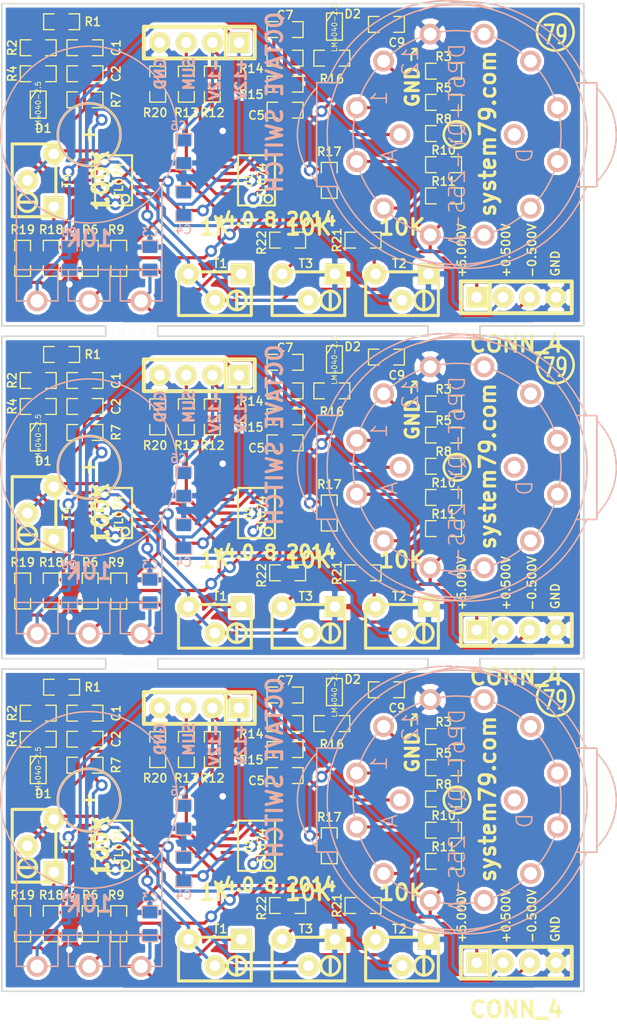
<source format=kicad_pcb>
(kicad_pcb (version 3) (host pcbnew "(2013-07-07 BZR 4022)-stable")
  (layers (15 F.Cu signal) (0 B.Cu signal) (18 B.Paste user) (19 F.Paste user) (20 B.SilkS user) (21 F.SilkS user) (22 B.Mask user) (23 F.Mask user) (28 Edge.Cuts user))
  (net 0 "")
  (net 1 +0.500V)
  (net 2 +12V)
  (net 3 +2.5V)
  (net 4 +5.00V)
  (net 5 -0.500V)
  (net 6 -12V)
  (net 7 -2.5V)
  (net 8 GND)
  (net 9 N-000001)
  (net 10 N-0000010)
  (net 11 N-0000011)
  (net 12 N-0000012)
  (net 13 N-0000013)
  (net 14 N-0000014)
  (net 15 N-0000015)
  (net 16 N-0000016)
  (net 17 N-0000018)
  (net 18 N-0000019)
  (net 19 N-0000020)
  (net 20 N-0000021)
  (net 21 N-0000022)
  (net 22 N-0000023)
  (net 23 N-0000025)
  (net 24 N-0000026)
  (net 25 N-0000029)
  (net 26 N-000003)
  (net 27 N-0000033)
  (net 28 N-0000034)
  (net 29 N-0000035)
  (net 30 N-000005)
  (net 31 N-000006)
  (net 32 N-000008)
  (net 33 N-000009)
  (net 34 "SUM OUT")
  (module HOLE-0.5MM (layer F.Cu) (at 54 51.5)
    (fp_text reference HOLE-0.5MM hide)
    (fp_text value VAL** hide)
  )
  (module HOLE-0.5MM (layer F.Cu) (at 54 83.5)
    (fp_text reference HOLE-0.5MM hide)
    (fp_text value VAL** hide)
  )
  (module RV16A-41 (layer B.Cu) (at 34.4 96.6 180)
    (fp_text reference POT1 hide)
    (fp_text value 10K (at 0 -9.99998 180) (layer B.SilkS) (effects (font (size 1.524 1.524) (thickness 0.3048)) (justify mirror)))
    (pad 2 thru_hole circle (at 0 -16 180) (size 1.99898 1.99898) (drill 1.30048) (layers *.Cu *.Mask B.SilkS) (net 11 N-0000011))
    (pad 3 thru_hole circle (at 5 -16 180) (size 1.99898 1.99898) (drill 1.30048) (layers *.Cu *.Mask B.SilkS) (net 1 +0.500V))
    (pad 1 thru_hole circle (at -5 -16 180) (size 1.99898 1.99898) (drill 1.30048) (layers *.Cu *.Mask B.SilkS) (net 5 -0.500V))
  )
  (module SOT23 (layer F.Cu) (at 29.5 93.75 270)
    (fp_text reference D1 (at 2.25 -0.5 360) (layer F.SilkS) (effects (font (size 0.8128 0.8128) (thickness 0.1524))))
    (fp_text value LM4040-2.5 (at 0.0635 0 270) (layer F.SilkS) (effects (font (size 0.50038 0.50038) (thickness 0.0762))))
    (pad 3 smd rect (at 0 -1.27 270) (size 0.70104 1.00076) (layers F.Cu F.Paste F.Mask))
    (pad 2 smd rect (at 0.9525 1.27 270) (size 0.70104 1.00076) (layers F.Cu F.Paste F.Mask) (net 8 GND))
    (pad 1 smd rect (at -0.9525 1.27 270) (size 0.70104 1.00076) (layers F.Cu F.Paste F.Mask) (net 30 N-000005))
  )
  (module SM0805-HAND (layer B.Cu) (at 43.5 103.25 90)
    (fp_text reference C6 (at 7.5 -0.5 180) (layer B.SilkS) (effects (font (size 0.8128 0.8128) (thickness 0.1524)) (justify mirror)))
    (fp_text value 0.1u hide)
    (pad 1 smd rect (at -1.0795 0 90) (size 1.143 1.397) (layers B.Cu B.Paste B.Mask) (net 2 +12V))
    (pad 2 smd rect (at 1.0795 0 90) (size 1.143 1.397) (layers B.Cu B.Paste B.Mask) (net 8 GND))
  )
  (module SM0805-HAND (layer B.Cu) (at 43.5 98.25 90)
    (fp_text reference C4 (at -7.5 0 360) (layer B.SilkS) (effects (font (size 0.8128 0.8128) (thickness 0.1524)) (justify mirror)))
    (fp_text value 0.1u hide)
    (pad 1 smd rect (at -1.0795 0 90) (size 1.143 1.397) (layers B.Cu B.Paste B.Mask) (net 8 GND))
    (pad 2 smd rect (at 1.0795 0 90) (size 1.143 1.397) (layers B.Cu B.Paste B.Mask) (net 6 -12V))
  )
  (module SM0805-HAND (layer F.Cu) (at 43.75 91.75 90)
    (fp_text reference R13 (at -2.75 0 180) (layer F.SilkS) (effects (font (size 0.8128 0.8128) (thickness 0.1524))))
    (fp_text value 100K hide)
    (pad 1 smd rect (at -1.0795 0 90) (size 1.143 1.397) (layers F.Cu F.Paste F.Mask) (net 9 N-000001))
    (pad 2 smd rect (at 1.0795 0 90) (size 1.143 1.397) (layers F.Cu F.Paste F.Mask) (net 34 "SUM OUT"))
  )
  (module SM0805-HAND (layer F.Cu) (at 68.5 102.5)
    (fp_text reference R11 (at 0 -1.397) (layer F.SilkS) (effects (font (size 0.8128 0.8128) (thickness 0.1524))))
    (fp_text value 10K hide)
    (pad 1 smd rect (at -1.0795 0) (size 1.143 1.397) (layers F.Cu F.Paste F.Mask) (net 14 N-0000014))
    (pad 2 smd rect (at 1.0795 0) (size 1.143 1.397) (layers F.Cu F.Paste F.Mask) (net 4 +5.00V))
  )
  (module SM0805-HAND (layer F.Cu) (at 68.5 99.5)
    (fp_text reference R10 (at 0 -1.397) (layer F.SilkS) (effects (font (size 0.8128 0.8128) (thickness 0.1524))))
    (fp_text value 10K hide)
    (pad 1 smd rect (at -1.0795 0) (size 1.143 1.397) (layers F.Cu F.Paste F.Mask) (net 13 N-0000013))
    (pad 2 smd rect (at 1.0795 0) (size 1.143 1.397) (layers F.Cu F.Paste F.Mask) (net 14 N-0000014))
  )
  (module SM0805-HAND (layer F.Cu) (at 68.5 96.5)
    (fp_text reference R8 (at 0 -1.397) (layer F.SilkS) (effects (font (size 0.8128 0.8128) (thickness 0.1524))))
    (fp_text value 10K hide)
    (pad 1 smd rect (at -1.0795 0) (size 1.143 1.397) (layers F.Cu F.Paste F.Mask) (net 12 N-0000012))
    (pad 2 smd rect (at 1.0795 0) (size 1.143 1.397) (layers F.Cu F.Paste F.Mask) (net 13 N-0000013))
  )
  (module SM0805-HAND (layer F.Cu) (at 68.5 93.5)
    (fp_text reference R5 (at 0 -1.397) (layer F.SilkS) (effects (font (size 0.8128 0.8128) (thickness 0.1524))))
    (fp_text value 10K hide)
    (pad 1 smd rect (at -1.0795 0) (size 1.143 1.397) (layers F.Cu F.Paste F.Mask) (net 16 N-0000016))
    (pad 2 smd rect (at 1.0795 0) (size 1.143 1.397) (layers F.Cu F.Paste F.Mask) (net 12 N-0000012))
  )
  (module SM0805-HAND (layer F.Cu) (at 68.5 90.5)
    (fp_text reference R3 (at 0 -1.397) (layer F.SilkS) (effects (font (size 0.8128 0.8128) (thickness 0.1524))))
    (fp_text value 10K hide)
    (pad 1 smd rect (at -1.0795 0) (size 1.143 1.397) (layers F.Cu F.Paste F.Mask) (net 8 GND))
    (pad 2 smd rect (at 1.0795 0) (size 1.143 1.397) (layers F.Cu F.Paste F.Mask) (net 16 N-0000016))
  )
  (module SM0805-HAND (layer F.Cu) (at 34 93.25)
    (fp_text reference R7 (at 3 0 90) (layer F.SilkS) (effects (font (size 0.8128 0.8128) (thickness 0.1524))))
    (fp_text value 33K hide)
    (pad 1 smd rect (at -1.0795 0) (size 1.143 1.397) (layers F.Cu F.Paste F.Mask) (net 29 N-0000035))
    (pad 2 smd rect (at 1.0795 0) (size 1.143 1.397) (layers F.Cu F.Paste F.Mask) (net 3 +2.5V))
  )
  (module SM0805-HAND (layer F.Cu) (at 29.5 88.25)
    (fp_text reference R2 (at -2.5 0 90) (layer F.SilkS) (effects (font (size 0.8128 0.8128) (thickness 0.1524))))
    (fp_text value 4.7K hide)
    (pad 1 smd rect (at -1.0795 0) (size 1.143 1.397) (layers F.Cu F.Paste F.Mask) (net 30 N-000005))
    (pad 2 smd rect (at 1.0795 0) (size 1.143 1.397) (layers F.Cu F.Paste F.Mask) (net 31 N-000006))
  )
  (module SM0805-HAND (layer F.Cu) (at 34 88.25)
    (fp_text reference C1 (at 3 0 90) (layer F.SilkS) (effects (font (size 0.8128 0.8128) (thickness 0.1524))))
    (fp_text value 0.1u hide)
    (pad 1 smd rect (at -1.0795 0) (size 1.143 1.397) (layers F.Cu F.Paste F.Mask) (net 31 N-000006))
    (pad 2 smd rect (at 1.0795 0) (size 1.143 1.397) (layers F.Cu F.Paste F.Mask) (net 8 GND))
  )
  (module SM0805-HAND (layer F.Cu) (at 46.25 91.75 90)
    (fp_text reference R12 (at -2.75 0 180) (layer F.SilkS) (effects (font (size 0.8128 0.8128) (thickness 0.1524))))
    (fp_text value 100K hide)
    (pad 1 smd rect (at -1.0795 0 90) (size 1.143 1.397) (layers F.Cu F.Paste F.Mask) (net 15 N-0000015))
    (pad 2 smd rect (at 1.0795 0 90) (size 1.143 1.397) (layers F.Cu F.Paste F.Mask) (net 34 "SUM OUT"))
  )
  (module SM0805-HAND (layer F.Cu) (at 53.25 94.25 180)
    (fp_text reference C5 (at 2.75 -0.5 180) (layer F.SilkS) (effects (font (size 0.8128 0.8128) (thickness 0.1524))))
    (fp_text value 0.001u hide)
    (pad 1 smd rect (at -1.0795 0 180) (size 1.143 1.397) (layers F.Cu F.Paste F.Mask) (net 26 N-000003))
    (pad 2 smd rect (at 1.0795 0 180) (size 1.143 1.397) (layers F.Cu F.Paste F.Mask) (net 8 GND))
  )
  (module SM0805-HAND (layer B.Cu) (at 40.25 108.5 270)
    (fp_text reference C3 (at -2.5 0 360) (layer B.SilkS) (effects (font (size 0.8128 0.8128) (thickness 0.1524)) (justify mirror)))
    (fp_text value 0.001u hide)
    (pad 1 smd rect (at -1.0795 0 270) (size 1.143 1.397) (layers B.Cu B.Paste B.Mask) (net 8 GND))
    (pad 2 smd rect (at 1.0795 0 270) (size 1.143 1.397) (layers B.Cu B.Paste B.Mask) (net 5 -0.500V))
  )
  (module SM0805-HAND (layer F.Cu) (at 37.25 108.5 270)
    (fp_text reference R9 (at -2.75 0.25 360) (layer F.SilkS) (effects (font (size 0.8128 0.8128) (thickness 0.1524))))
    (fp_text value 9.53K hide)
    (pad 1 smd rect (at -1.0795 0 270) (size 1.143 1.397) (layers F.Cu F.Paste F.Mask) (net 27 N-0000033))
    (pad 2 smd rect (at 1.0795 0 270) (size 1.143 1.397) (layers F.Cu F.Paste F.Mask) (net 25 N-0000029))
  )
  (module SM0805-HAND (layer F.Cu) (at 34 90.75)
    (fp_text reference C2 (at 3 0 90) (layer F.SilkS) (effects (font (size 0.8128 0.8128) (thickness 0.1524))))
    (fp_text value 0.1u hide)
    (pad 1 smd rect (at -1.0795 0) (size 1.143 1.397) (layers F.Cu F.Paste F.Mask) (net 29 N-0000035))
    (pad 2 smd rect (at 1.0795 0) (size 1.143 1.397) (layers F.Cu F.Paste F.Mask) (net 8 GND))
  )
  (module SM0805-HAND (layer F.Cu) (at 34.5 108.5 90)
    (fp_text reference R6 (at 2.75 0 180) (layer F.SilkS) (effects (font (size 0.8128 0.8128) (thickness 0.1524))))
    (fp_text value 10K hide)
    (pad 1 smd rect (at -1.0795 0 90) (size 1.143 1.397) (layers F.Cu F.Paste F.Mask) (net 8 GND))
    (pad 2 smd rect (at 1.0795 0 90) (size 1.143 1.397) (layers F.Cu F.Paste F.Mask) (net 27 N-0000033))
  )
  (module SM0805-HAND (layer F.Cu) (at 29.5 90.75)
    (fp_text reference R4 (at -2.5 0 90) (layer F.SilkS) (effects (font (size 0.8128 0.8128) (thickness 0.1524))))
    (fp_text value 33K hide)
    (pad 1 smd rect (at -1.0795 0) (size 1.143 1.397) (layers F.Cu F.Paste F.Mask) (net 30 N-000005))
    (pad 2 smd rect (at 1.0795 0) (size 1.143 1.397) (layers F.Cu F.Paste F.Mask) (net 29 N-0000035))
  )
  (module SM0805-HAND (layer F.Cu) (at 31.75 85.75)
    (fp_text reference R1 (at 3 0) (layer F.SilkS) (effects (font (size 0.8128 0.8128) (thickness 0.1524))))
    (fp_text value 4.7K hide)
    (pad 1 smd rect (at -1.0795 0) (size 1.143 1.397) (layers F.Cu F.Paste F.Mask) (net 31 N-000006))
    (pad 2 smd rect (at 1.0795 0) (size 1.143 1.397) (layers F.Cu F.Paste F.Mask) (net 2 +12V))
  )
  (module CONN_0100_X_4 (layer F.Cu) (at 45 87.75 180)
    (fp_text reference P2 hide)
    (fp_text value CONN_4 hide)
    (pad 1 thru_hole rect (at -3.81 0 180) (size 1.99898 1.99898) (drill 1.016) (layers *.Cu *.Mask F.SilkS) (net 2 +12V))
    (pad 2 thru_hole circle (at -1.27 0 180) (size 1.99898 1.99898) (drill 1.016) (layers *.Cu *.Mask F.SilkS) (net 6 -12V))
    (pad 3 thru_hole circle (at 1.27 0 180) (size 1.99898 1.99898) (drill 1.016) (layers *.Cu *.Mask F.SilkS) (net 34 "SUM OUT"))
    (pad 4 thru_hole circle (at 3.81 0 180) (size 1.99898 1.99898) (drill 1.016) (layers *.Cu *.Mask F.SilkS) (net 8 GND))
  )
  (module QY-25S-2P6C-JRL (layer B.Cu) (at 69.8 96.6 270)
    (fp_text reference SW1 hide)
    (fp_text value DP6T-QY-25S-A (at 1 0 270) (layer B.SilkS) (effects (font (size 1.5 1.5)) (justify mirror)))
    (fp_text user 12 (at -7 4.5 270) (layer B.SilkS) (effects (font (size 1.5 1.5)) (justify mirror)))
    (fp_text user 1 (at -3.5 7.5 270) (layer B.SilkS) (effects (font (size 1.5 1.5)) (justify mirror)))
    (fp_text user D (at 2 -6.5 270) (layer B.SilkS) (effects (font (size 1.5 1.5)) (justify mirror)))
    (fp_text user A (at 2 6.5 270) (layer B.SilkS) (effects (font (size 1.5 1.5)) (justify mirror)))
    (pad 1 thru_hole circle (at -2.59 9.66 90) (size 2 2) (drill 1.25) (layers *.Cu *.Mask B.SilkS) (net 12 N-0000012))
    (pad 12 thru_hole circle (at -7.07 7.07 90) (size 2 2) (drill 1.25) (layers *.Cu *.Mask B.SilkS) (net 16 N-0000016))
    (pad 11 thru_hole circle (at -9.66 2.59 90) (size 2 2) (drill 1.25) (layers *.Cu *.Mask B.SilkS) (net 8 GND))
    (pad 10 thru_hole circle (at -9.66 -2.59 90) (size 2 2) (drill 1.25) (layers *.Cu *.Mask B.SilkS))
    (pad 9 thru_hole circle (at -7.07 -7.07 90) (size 2 2) (drill 1.25) (layers *.Cu *.Mask B.SilkS))
    (pad 8 thru_hole circle (at -2.59 -9.66 90) (size 2 2) (drill 1.25) (layers *.Cu *.Mask B.SilkS))
    (pad D thru_hole circle (at 0 -5.5 270) (size 2 2) (drill 1.25) (layers *.Cu *.Mask B.SilkS))
    (pad A thru_hole circle (at 0 5.5 270) (size 2 2) (drill 1.25) (layers *.Cu *.Mask B.SilkS) (net 26 N-000003))
    (pad 2 thru_hole circle (at 2.59 9.66 270) (size 2 2) (drill 1.25) (layers *.Cu *.Mask B.SilkS) (net 13 N-0000013))
    (pad 3 thru_hole circle (at 7.07 7.07 270) (size 2 2) (drill 1.25) (layers *.Cu *.Mask B.SilkS) (net 14 N-0000014))
    (pad 4 thru_hole circle (at 9.66 2.59 270) (size 2 2) (drill 1.25) (layers *.Cu *.Mask B.SilkS) (net 4 +5.00V))
    (pad 5 thru_hole circle (at 9.66 -2.59 270) (size 2 2) (drill 1.25) (layers *.Cu *.Mask B.SilkS))
    (pad 6 thru_hole circle (at 7.07 -7.07 270) (size 2 2) (drill 1.25) (layers *.Cu *.Mask B.SilkS))
    (pad 7 thru_hole circle (at 2.59 -9.66 270) (size 2 2) (drill 1.25) (layers *.Cu *.Mask B.SilkS))
  )
  (module SOT23 (layer F.Cu) (at 58 86.25 270)
    (fp_text reference D2 (at -1.25 -1.75 360) (layer F.SilkS) (effects (font (size 0.8128 0.8128) (thickness 0.1524))))
    (fp_text value LM4040-2.5 (at 0.0635 0 270) (layer F.SilkS) (effects (font (size 0.50038 0.50038) (thickness 0.0762))))
    (pad 3 smd rect (at 0 -1.27 270) (size 0.70104 1.00076) (layers F.Cu F.Paste F.Mask))
    (pad 2 smd rect (at 0.9525 1.27 270) (size 0.70104 1.00076) (layers F.Cu F.Paste F.Mask) (net 33 N-000009))
    (pad 1 smd rect (at -0.9525 1.27 270) (size 0.70104 1.00076) (layers F.Cu F.Paste F.Mask) (net 8 GND))
  )
  (module SM0805-HAND (layer F.Cu) (at 57.75 89.25)
    (fp_text reference R16 (at 0 2) (layer F.SilkS) (effects (font (size 0.8128 0.8128) (thickness 0.1524))))
    (fp_text value 33K hide)
    (pad 1 smd rect (at -1.0795 0) (size 1.143 1.397) (layers F.Cu F.Paste F.Mask) (net 33 N-000009))
    (pad 2 smd rect (at 1.0795 0) (size 1.143 1.397) (layers F.Cu F.Paste F.Mask) (net 10 N-0000010))
  )
  (module SM0805-HAND (layer F.Cu) (at 63 86)
    (fp_text reference C9 (at 1 1.75) (layer F.SilkS) (effects (font (size 0.8128 0.8128) (thickness 0.1524))))
    (fp_text value 0.1u hide)
    (pad 1 smd rect (at -1.0795 0) (size 1.143 1.397) (layers F.Cu F.Paste F.Mask) (net 10 N-0000010))
    (pad 2 smd rect (at 1.0795 0) (size 1.143 1.397) (layers F.Cu F.Paste F.Mask) (net 8 GND))
  )
  (module SM0805-HAND (layer F.Cu) (at 57.5 101 270)
    (fp_text reference R17 (at -2.75 0 360) (layer F.SilkS) (effects (font (size 0.8128 0.8128) (thickness 0.1524))))
    (fp_text value 33K hide)
    (pad 1 smd rect (at -1.0795 0 270) (size 1.143 1.397) (layers F.Cu F.Paste F.Mask) (net 10 N-0000010))
    (pad 2 smd rect (at 1.0795 0 270) (size 1.143 1.397) (layers F.Cu F.Paste F.Mask) (net 7 -2.5V))
  )
  (module SM0805-HAND (layer F.Cu) (at 53.25 89.25)
    (fp_text reference R14 (at -3.25 1) (layer F.SilkS) (effects (font (size 0.8128 0.8128) (thickness 0.1524))))
    (fp_text value 4.7K hide)
    (pad 1 smd rect (at -1.0795 0) (size 1.143 1.397) (layers F.Cu F.Paste F.Mask) (net 32 N-000008))
    (pad 2 smd rect (at 1.0795 0) (size 1.143 1.397) (layers F.Cu F.Paste F.Mask) (net 33 N-000009))
  )
  (module SM0805-HAND (layer F.Cu) (at 53.25 91.75 180)
    (fp_text reference R15 (at 3.25 -1 180) (layer F.SilkS) (effects (font (size 0.8128 0.8128) (thickness 0.1524))))
    (fp_text value 4.7K hide)
    (pad 1 smd rect (at -1.0795 0 180) (size 1.143 1.397) (layers F.Cu F.Paste F.Mask) (net 6 -12V))
    (pad 2 smd rect (at 1.0795 0 180) (size 1.143 1.397) (layers F.Cu F.Paste F.Mask) (net 32 N-000008))
  )
  (module SM0805-HAND (layer F.Cu) (at 53.25 86.5)
    (fp_text reference C7 (at 0 -1.397) (layer F.SilkS) (effects (font (size 0.8128 0.8128) (thickness 0.1524))))
    (fp_text value 0.1u hide)
    (pad 1 smd rect (at -1.0795 0) (size 1.143 1.397) (layers F.Cu F.Paste F.Mask) (net 32 N-000008))
    (pad 2 smd rect (at 1.0795 0) (size 1.143 1.397) (layers F.Cu F.Paste F.Mask) (net 8 GND))
  )
  (module SM0805-HAND (layer B.Cu) (at 32.5 108.5 90)
    (fp_text reference C8 (at 2.5 0 180) (layer B.SilkS) (effects (font (size 0.8128 0.8128) (thickness 0.1524)) (justify mirror)))
    (fp_text value 0.001u hide)
    (pad 1 smd rect (at -1.0795 0 90) (size 1.143 1.397) (layers B.Cu B.Paste B.Mask) (net 8 GND))
    (pad 2 smd rect (at 1.0795 0 90) (size 1.143 1.397) (layers B.Cu B.Paste B.Mask) (net 1 +0.500V))
  )
  (module BI_64W_TRIM (layer F.Cu) (at 46.5 110 180)
    (fp_text reference TRIM1 hide)
    (fp_text value 1K (at 0 4.50088 180) (layer F.SilkS) (effects (font (size 1.524 1.524) (thickness 0.3048))))
    (pad 2 thru_hole circle (at 0 -2.54 180) (size 1.99898 1.99898) (drill 1.016) (layers *.Cu *.Mask F.SilkS) (net 4 +5.00V))
    (pad 3 thru_hole circle (at 2.54 0 180) (size 1.99898 1.99898) (drill 1.016) (layers *.Cu *.Mask F.SilkS) (net 4 +5.00V))
    (pad 1 thru_hole rect (at -2.54 0 180) (size 1.99898 1.99898) (drill 1.016) (layers *.Cu *.Mask F.SilkS) (net 25 N-0000029))
  )
  (module BI_64W_TRIM (layer F.Cu) (at 55.5 110 180)
    (fp_text reference TRIM3 hide)
    (fp_text value 10K (at 0 4.50088 180) (layer F.SilkS) (effects (font (size 1.524 1.524) (thickness 0.3048))))
    (pad 2 thru_hole circle (at 0 -2.54 180) (size 1.99898 1.99898) (drill 1.016) (layers *.Cu *.Mask F.SilkS) (net 21 N-0000022))
    (pad 3 thru_hole circle (at 2.54 0 180) (size 1.99898 1.99898) (drill 1.016) (layers *.Cu *.Mask F.SilkS) (net 17 N-0000018))
    (pad 1 thru_hole rect (at -2.54 0 180) (size 1.99898 1.99898) (drill 1.016) (layers *.Cu *.Mask F.SilkS) (net 8 GND))
  )
  (module BI_64W_TRIM (layer F.Cu) (at 64.5 110 180)
    (fp_text reference TRIM2 hide)
    (fp_text value 10K (at 0 4.50088 180) (layer F.SilkS) (effects (font (size 1.524 1.524) (thickness 0.3048))))
    (pad 2 thru_hole circle (at 0 -2.54 180) (size 1.99898 1.99898) (drill 1.016) (layers *.Cu *.Mask F.SilkS) (net 22 N-0000023))
    (pad 3 thru_hole circle (at 2.54 0 180) (size 1.99898 1.99898) (drill 1.016) (layers *.Cu *.Mask F.SilkS) (net 19 N-0000020))
    (pad 1 thru_hole rect (at -2.54 0 180) (size 1.99898 1.99898) (drill 1.016) (layers *.Cu *.Mask F.SilkS) (net 8 GND))
  )
  (module BI_64W_TRIM (layer F.Cu) (at 31 101 90)
    (fp_text reference TRIM4 hide)
    (fp_text value 100K (at 0 4.50088 90) (layer F.SilkS) (effects (font (size 1.524 1.524) (thickness 0.3048))))
    (pad 2 thru_hole circle (at 0 -2.54 90) (size 1.99898 1.99898) (drill 1.016) (layers *.Cu *.Mask F.SilkS) (net 23 N-0000025))
    (pad 3 thru_hole circle (at 2.54 0 90) (size 1.99898 1.99898) (drill 1.016) (layers *.Cu *.Mask F.SilkS) (net 23 N-0000025))
    (pad 1 thru_hole rect (at -2.54 0 90) (size 1.99898 1.99898) (drill 1.016) (layers *.Cu *.Mask F.SilkS) (net 24 N-0000026))
  )
  (module SM0805-HAND (layer F.Cu) (at 30.75 108.5 90)
    (fp_text reference R18 (at 2.75 0 180) (layer F.SilkS) (effects (font (size 0.8128 0.8128) (thickness 0.1524))))
    (fp_text value 100K hide)
    (pad 1 smd rect (at -1.0795 0 90) (size 1.143 1.397) (layers F.Cu F.Paste F.Mask) (net 8 GND))
    (pad 2 smd rect (at 1.0795 0 90) (size 1.143 1.397) (layers F.Cu F.Paste F.Mask) (net 28 N-0000034))
  )
  (module SM0805-HAND (layer F.Cu) (at 28 108.5 90)
    (fp_text reference R19 (at 2.75 0 180) (layer F.SilkS) (effects (font (size 0.8128 0.8128) (thickness 0.1524))))
    (fp_text value 49.9K hide)
    (pad 1 smd rect (at -1.0795 0 90) (size 1.143 1.397) (layers F.Cu F.Paste F.Mask) (net 28 N-0000034))
    (pad 2 smd rect (at 1.0795 0 90) (size 1.143 1.397) (layers F.Cu F.Paste F.Mask) (net 24 N-0000026))
  )
  (module SM0805-HAND (layer F.Cu) (at 41 91.75 90)
    (fp_text reference R20 (at -2.75 -0.25 180) (layer F.SilkS) (effects (font (size 0.8128 0.8128) (thickness 0.1524))))
    (fp_text value 100K hide)
    (pad 1 smd rect (at -1.0795 0 90) (size 1.143 1.397) (layers F.Cu F.Paste F.Mask) (net 23 N-0000025))
    (pad 2 smd rect (at 1.0795 0 90) (size 1.143 1.397) (layers F.Cu F.Paste F.Mask) (net 34 "SUM OUT"))
  )
  (module CONN_0100_X_4 (layer F.Cu) (at 75.5 112.25)
    (fp_text reference P1 hide)
    (fp_text value CONN_4 (at 0 4.50088) (layer F.SilkS) (effects (font (size 1.524 1.524) (thickness 0.3048))))
    (pad 1 thru_hole rect (at -3.81 0) (size 1.99898 1.99898) (drill 1.016) (layers *.Cu *.Mask F.SilkS) (net 4 +5.00V))
    (pad 2 thru_hole circle (at -1.27 0) (size 1.99898 1.99898) (drill 1.016) (layers *.Cu *.Mask F.SilkS) (net 1 +0.500V))
    (pad 3 thru_hole circle (at 1.27 0) (size 1.99898 1.99898) (drill 1.016) (layers *.Cu *.Mask F.SilkS) (net 5 -0.500V))
    (pad 4 thru_hole circle (at 3.81 0) (size 1.99898 1.99898) (drill 1.016) (layers *.Cu *.Mask F.SilkS) (net 8 GND))
  )
  (module SM0805-HAND (layer F.Cu) (at 60.75 106.75)
    (fp_text reference R21 (at -2.5 0 90) (layer F.SilkS) (effects (font (size 0.8128 0.8128) (thickness 0.1524))))
    (fp_text value 15K hide)
    (pad 1 smd rect (at -1.0795 0) (size 1.143 1.397) (layers F.Cu F.Paste F.Mask) (net 20 N-0000021))
    (pad 2 smd rect (at 1.0795 0) (size 1.143 1.397) (layers F.Cu F.Paste F.Mask) (net 19 N-0000020))
  )
  (module SM0805-HAND (layer F.Cu) (at 53.5 106.75)
    (fp_text reference R22 (at -2.5 0.25 90) (layer F.SilkS) (effects (font (size 0.8128 0.8128) (thickness 0.1524))))
    (fp_text value 15K hide)
    (pad 1 smd rect (at -1.0795 0) (size 1.143 1.397) (layers F.Cu F.Paste F.Mask) (net 18 N-0000019))
    (pad 2 smd rect (at 1.0795 0) (size 1.143 1.397) (layers F.Cu F.Paste F.Mask) (net 17 N-0000018))
  )
  (module TSSOP14 (layer F.Cu) (at 50.5 101 90)
    (fp_text reference U1 (at 0 -0.762 90) (layer F.SilkS) (effects (font (size 0.762 0.635) (thickness 0.16002))))
    (fp_text value TL074 (at 0 0.508 90) (layer F.SilkS) (effects (font (size 0.762 0.762) (thickness 0.16002))))
    (pad 1 smd rect (at -1.9304 2.794 90) (size 0.29972 1.30048) (layers F.Cu F.Paste F.Mask) (net 18 N-0000019))
    (pad 2 smd rect (at -1.2954 2.794 90) (size 0.29972 1.30048) (layers F.Cu F.Paste F.Mask) (net 18 N-0000019))
    (pad 3 smd rect (at -0.635 2.794 90) (size 0.29972 1.30048) (layers F.Cu F.Paste F.Mask) (net 7 -2.5V))
    (pad 4 smd rect (at 0 2.794 90) (size 0.29972 1.30048) (layers F.Cu F.Paste F.Mask) (net 2 +12V))
    (pad 5 smd rect (at 0.6604 2.794 90) (size 0.29972 1.30048) (layers F.Cu F.Paste F.Mask) (net 3 +2.5V))
    (pad 6 smd rect (at 1.3081 2.794 90) (size 0.29972 1.30048) (layers F.Cu F.Paste F.Mask) (net 20 N-0000021))
    (pad 7 smd rect (at 1.9558 2.794 90) (size 0.29972 1.30048) (layers F.Cu F.Paste F.Mask) (net 20 N-0000021))
    (pad 8 smd rect (at 1.9558 -2.794 90) (size 0.29972 1.30048) (layers F.Cu F.Paste F.Mask) (net 15 N-0000015))
    (pad 9 smd rect (at 1.3081 -2.794 90) (size 0.29972 1.30048) (layers F.Cu F.Paste F.Mask) (net 15 N-0000015))
    (pad 10 smd rect (at 0.6604 -2.794 90) (size 0.29972 1.30048) (layers F.Cu F.Paste F.Mask) (net 26 N-000003))
    (pad 11 smd rect (at 0 -2.794 90) (size 0.29972 1.30048) (layers F.Cu F.Paste F.Mask) (net 6 -12V))
    (pad 12 smd rect (at -0.6477 -2.794 90) (size 0.29972 1.30048) (layers F.Cu F.Paste F.Mask) (net 11 N-0000011))
    (pad 13 smd rect (at -1.2954 -2.794 90) (size 0.29972 1.30048) (layers F.Cu F.Paste F.Mask) (net 9 N-000001))
    (pad 14 smd rect (at -1.9431 -2.794 90) (size 0.29972 1.30048) (layers F.Cu F.Paste F.Mask) (net 9 N-000001))
  )
  (module TSSOP14 (layer F.Cu) (at 36.75 101 90)
    (fp_text reference U2 (at 0 -0.762 90) (layer F.SilkS) (effects (font (size 0.762 0.635) (thickness 0.16002))))
    (fp_text value TL074 (at 0 0.508 90) (layer F.SilkS) (effects (font (size 0.762 0.762) (thickness 0.16002))))
    (pad 1 smd rect (at -1.9304 2.794 90) (size 0.29972 1.30048) (layers F.Cu F.Paste F.Mask) (net 4 +5.00V))
    (pad 2 smd rect (at -1.2954 2.794 90) (size 0.29972 1.30048) (layers F.Cu F.Paste F.Mask) (net 27 N-0000033))
    (pad 3 smd rect (at -0.635 2.794 90) (size 0.29972 1.30048) (layers F.Cu F.Paste F.Mask) (net 3 +2.5V))
    (pad 4 smd rect (at 0 2.794 90) (size 0.29972 1.30048) (layers F.Cu F.Paste F.Mask) (net 2 +12V))
    (pad 5 smd rect (at 0.6604 2.794 90) (size 0.29972 1.30048) (layers F.Cu F.Paste F.Mask) (net 7 -2.5V))
    (pad 6 smd rect (at 1.3081 2.794 90) (size 0.29972 1.30048) (layers F.Cu F.Paste F.Mask) (net 28 N-0000034))
    (pad 7 smd rect (at 1.9558 2.794 90) (size 0.29972 1.30048) (layers F.Cu F.Paste F.Mask) (net 23 N-0000025))
    (pad 8 smd rect (at 1.9558 -2.794 90) (size 0.29972 1.30048) (layers F.Cu F.Paste F.Mask) (net 1 +0.500V))
    (pad 9 smd rect (at 1.3081 -2.794 90) (size 0.29972 1.30048) (layers F.Cu F.Paste F.Mask) (net 1 +0.500V))
    (pad 10 smd rect (at 0.6604 -2.794 90) (size 0.29972 1.30048) (layers F.Cu F.Paste F.Mask) (net 22 N-0000023))
    (pad 11 smd rect (at 0 -2.794 90) (size 0.29972 1.30048) (layers F.Cu F.Paste F.Mask) (net 6 -12V))
    (pad 12 smd rect (at -0.6477 -2.794 90) (size 0.29972 1.30048) (layers F.Cu F.Paste F.Mask) (net 21 N-0000022))
    (pad 13 smd rect (at -1.2954 -2.794 90) (size 0.29972 1.30048) (layers F.Cu F.Paste F.Mask) (net 5 -0.500V))
    (pad 14 smd rect (at -1.9431 -2.794 90) (size 0.29972 1.30048) (layers F.Cu F.Paste F.Mask) (net 5 -0.500V))
  )
  (module TSSOP14 (layer F.Cu) (at 36.75 69 90)
    (fp_text reference U2 (at 0 -0.762 90) (layer F.SilkS) (effects (font (size 0.762 0.635) (thickness 0.16002))))
    (fp_text value TL074 (at 0 0.508 90) (layer F.SilkS) (effects (font (size 0.762 0.762) (thickness 0.16002))))
    (pad 1 smd rect (at -1.9304 2.794 90) (size 0.29972 1.30048) (layers F.Cu F.Paste F.Mask) (net 4 +5.00V))
    (pad 2 smd rect (at -1.2954 2.794 90) (size 0.29972 1.30048) (layers F.Cu F.Paste F.Mask) (net 27 N-0000033))
    (pad 3 smd rect (at -0.635 2.794 90) (size 0.29972 1.30048) (layers F.Cu F.Paste F.Mask) (net 3 +2.5V))
    (pad 4 smd rect (at 0 2.794 90) (size 0.29972 1.30048) (layers F.Cu F.Paste F.Mask) (net 2 +12V))
    (pad 5 smd rect (at 0.6604 2.794 90) (size 0.29972 1.30048) (layers F.Cu F.Paste F.Mask) (net 7 -2.5V))
    (pad 6 smd rect (at 1.3081 2.794 90) (size 0.29972 1.30048) (layers F.Cu F.Paste F.Mask) (net 28 N-0000034))
    (pad 7 smd rect (at 1.9558 2.794 90) (size 0.29972 1.30048) (layers F.Cu F.Paste F.Mask) (net 23 N-0000025))
    (pad 8 smd rect (at 1.9558 -2.794 90) (size 0.29972 1.30048) (layers F.Cu F.Paste F.Mask) (net 1 +0.500V))
    (pad 9 smd rect (at 1.3081 -2.794 90) (size 0.29972 1.30048) (layers F.Cu F.Paste F.Mask) (net 1 +0.500V))
    (pad 10 smd rect (at 0.6604 -2.794 90) (size 0.29972 1.30048) (layers F.Cu F.Paste F.Mask) (net 22 N-0000023))
    (pad 11 smd rect (at 0 -2.794 90) (size 0.29972 1.30048) (layers F.Cu F.Paste F.Mask) (net 6 -12V))
    (pad 12 smd rect (at -0.6477 -2.794 90) (size 0.29972 1.30048) (layers F.Cu F.Paste F.Mask) (net 21 N-0000022))
    (pad 13 smd rect (at -1.2954 -2.794 90) (size 0.29972 1.30048) (layers F.Cu F.Paste F.Mask) (net 5 -0.500V))
    (pad 14 smd rect (at -1.9431 -2.794 90) (size 0.29972 1.30048) (layers F.Cu F.Paste F.Mask) (net 5 -0.500V))
  )
  (module TSSOP14 (layer F.Cu) (at 50.5 69 90)
    (fp_text reference U1 (at 0 -0.762 90) (layer F.SilkS) (effects (font (size 0.762 0.635) (thickness 0.16002))))
    (fp_text value TL074 (at 0 0.508 90) (layer F.SilkS) (effects (font (size 0.762 0.762) (thickness 0.16002))))
    (pad 1 smd rect (at -1.9304 2.794 90) (size 0.29972 1.30048) (layers F.Cu F.Paste F.Mask) (net 18 N-0000019))
    (pad 2 smd rect (at -1.2954 2.794 90) (size 0.29972 1.30048) (layers F.Cu F.Paste F.Mask) (net 18 N-0000019))
    (pad 3 smd rect (at -0.635 2.794 90) (size 0.29972 1.30048) (layers F.Cu F.Paste F.Mask) (net 7 -2.5V))
    (pad 4 smd rect (at 0 2.794 90) (size 0.29972 1.30048) (layers F.Cu F.Paste F.Mask) (net 2 +12V))
    (pad 5 smd rect (at 0.6604 2.794 90) (size 0.29972 1.30048) (layers F.Cu F.Paste F.Mask) (net 3 +2.5V))
    (pad 6 smd rect (at 1.3081 2.794 90) (size 0.29972 1.30048) (layers F.Cu F.Paste F.Mask) (net 20 N-0000021))
    (pad 7 smd rect (at 1.9558 2.794 90) (size 0.29972 1.30048) (layers F.Cu F.Paste F.Mask) (net 20 N-0000021))
    (pad 8 smd rect (at 1.9558 -2.794 90) (size 0.29972 1.30048) (layers F.Cu F.Paste F.Mask) (net 15 N-0000015))
    (pad 9 smd rect (at 1.3081 -2.794 90) (size 0.29972 1.30048) (layers F.Cu F.Paste F.Mask) (net 15 N-0000015))
    (pad 10 smd rect (at 0.6604 -2.794 90) (size 0.29972 1.30048) (layers F.Cu F.Paste F.Mask) (net 26 N-000003))
    (pad 11 smd rect (at 0 -2.794 90) (size 0.29972 1.30048) (layers F.Cu F.Paste F.Mask) (net 6 -12V))
    (pad 12 smd rect (at -0.6477 -2.794 90) (size 0.29972 1.30048) (layers F.Cu F.Paste F.Mask) (net 11 N-0000011))
    (pad 13 smd rect (at -1.2954 -2.794 90) (size 0.29972 1.30048) (layers F.Cu F.Paste F.Mask) (net 9 N-000001))
    (pad 14 smd rect (at -1.9431 -2.794 90) (size 0.29972 1.30048) (layers F.Cu F.Paste F.Mask) (net 9 N-000001))
  )
  (module SM0805-HAND (layer F.Cu) (at 53.5 74.75)
    (fp_text reference R22 (at -2.5 0.25 90) (layer F.SilkS) (effects (font (size 0.8128 0.8128) (thickness 0.1524))))
    (fp_text value 15K hide)
    (pad 1 smd rect (at -1.0795 0) (size 1.143 1.397) (layers F.Cu F.Paste F.Mask) (net 18 N-0000019))
    (pad 2 smd rect (at 1.0795 0) (size 1.143 1.397) (layers F.Cu F.Paste F.Mask) (net 17 N-0000018))
  )
  (module SM0805-HAND (layer F.Cu) (at 60.75 74.75)
    (fp_text reference R21 (at -2.5 0 90) (layer F.SilkS) (effects (font (size 0.8128 0.8128) (thickness 0.1524))))
    (fp_text value 15K hide)
    (pad 1 smd rect (at -1.0795 0) (size 1.143 1.397) (layers F.Cu F.Paste F.Mask) (net 20 N-0000021))
    (pad 2 smd rect (at 1.0795 0) (size 1.143 1.397) (layers F.Cu F.Paste F.Mask) (net 19 N-0000020))
  )
  (module CONN_0100_X_4 (layer F.Cu) (at 75.5 80.25)
    (fp_text reference P1 hide)
    (fp_text value CONN_4 (at 0 4.50088) (layer F.SilkS) (effects (font (size 1.524 1.524) (thickness 0.3048))))
    (pad 1 thru_hole rect (at -3.81 0) (size 1.99898 1.99898) (drill 1.016) (layers *.Cu *.Mask F.SilkS) (net 4 +5.00V))
    (pad 2 thru_hole circle (at -1.27 0) (size 1.99898 1.99898) (drill 1.016) (layers *.Cu *.Mask F.SilkS) (net 1 +0.500V))
    (pad 3 thru_hole circle (at 1.27 0) (size 1.99898 1.99898) (drill 1.016) (layers *.Cu *.Mask F.SilkS) (net 5 -0.500V))
    (pad 4 thru_hole circle (at 3.81 0) (size 1.99898 1.99898) (drill 1.016) (layers *.Cu *.Mask F.SilkS) (net 8 GND))
  )
  (module SM0805-HAND (layer F.Cu) (at 41 59.75 90)
    (fp_text reference R20 (at -2.75 -0.25 180) (layer F.SilkS) (effects (font (size 0.8128 0.8128) (thickness 0.1524))))
    (fp_text value 100K hide)
    (pad 1 smd rect (at -1.0795 0 90) (size 1.143 1.397) (layers F.Cu F.Paste F.Mask) (net 23 N-0000025))
    (pad 2 smd rect (at 1.0795 0 90) (size 1.143 1.397) (layers F.Cu F.Paste F.Mask) (net 34 "SUM OUT"))
  )
  (module SM0805-HAND (layer F.Cu) (at 28 76.5 90)
    (fp_text reference R19 (at 2.75 0 180) (layer F.SilkS) (effects (font (size 0.8128 0.8128) (thickness 0.1524))))
    (fp_text value 49.9K hide)
    (pad 1 smd rect (at -1.0795 0 90) (size 1.143 1.397) (layers F.Cu F.Paste F.Mask) (net 28 N-0000034))
    (pad 2 smd rect (at 1.0795 0 90) (size 1.143 1.397) (layers F.Cu F.Paste F.Mask) (net 24 N-0000026))
  )
  (module SM0805-HAND (layer F.Cu) (at 30.75 76.5 90)
    (fp_text reference R18 (at 2.75 0 180) (layer F.SilkS) (effects (font (size 0.8128 0.8128) (thickness 0.1524))))
    (fp_text value 100K hide)
    (pad 1 smd rect (at -1.0795 0 90) (size 1.143 1.397) (layers F.Cu F.Paste F.Mask) (net 8 GND))
    (pad 2 smd rect (at 1.0795 0 90) (size 1.143 1.397) (layers F.Cu F.Paste F.Mask) (net 28 N-0000034))
  )
  (module BI_64W_TRIM (layer F.Cu) (at 31 69 90)
    (fp_text reference TRIM4 hide)
    (fp_text value 100K (at 0 4.50088 90) (layer F.SilkS) (effects (font (size 1.524 1.524) (thickness 0.3048))))
    (pad 2 thru_hole circle (at 0 -2.54 90) (size 1.99898 1.99898) (drill 1.016) (layers *.Cu *.Mask F.SilkS) (net 23 N-0000025))
    (pad 3 thru_hole circle (at 2.54 0 90) (size 1.99898 1.99898) (drill 1.016) (layers *.Cu *.Mask F.SilkS) (net 23 N-0000025))
    (pad 1 thru_hole rect (at -2.54 0 90) (size 1.99898 1.99898) (drill 1.016) (layers *.Cu *.Mask F.SilkS) (net 24 N-0000026))
  )
  (module BI_64W_TRIM (layer F.Cu) (at 64.5 78 180)
    (fp_text reference TRIM2 hide)
    (fp_text value 10K (at 0 4.50088 180) (layer F.SilkS) (effects (font (size 1.524 1.524) (thickness 0.3048))))
    (pad 2 thru_hole circle (at 0 -2.54 180) (size 1.99898 1.99898) (drill 1.016) (layers *.Cu *.Mask F.SilkS) (net 22 N-0000023))
    (pad 3 thru_hole circle (at 2.54 0 180) (size 1.99898 1.99898) (drill 1.016) (layers *.Cu *.Mask F.SilkS) (net 19 N-0000020))
    (pad 1 thru_hole rect (at -2.54 0 180) (size 1.99898 1.99898) (drill 1.016) (layers *.Cu *.Mask F.SilkS) (net 8 GND))
  )
  (module BI_64W_TRIM (layer F.Cu) (at 55.5 78 180)
    (fp_text reference TRIM3 hide)
    (fp_text value 10K (at 0 4.50088 180) (layer F.SilkS) (effects (font (size 1.524 1.524) (thickness 0.3048))))
    (pad 2 thru_hole circle (at 0 -2.54 180) (size 1.99898 1.99898) (drill 1.016) (layers *.Cu *.Mask F.SilkS) (net 21 N-0000022))
    (pad 3 thru_hole circle (at 2.54 0 180) (size 1.99898 1.99898) (drill 1.016) (layers *.Cu *.Mask F.SilkS) (net 17 N-0000018))
    (pad 1 thru_hole rect (at -2.54 0 180) (size 1.99898 1.99898) (drill 1.016) (layers *.Cu *.Mask F.SilkS) (net 8 GND))
  )
  (module BI_64W_TRIM (layer F.Cu) (at 46.5 78 180)
    (fp_text reference TRIM1 hide)
    (fp_text value 1K (at 0 4.50088 180) (layer F.SilkS) (effects (font (size 1.524 1.524) (thickness 0.3048))))
    (pad 2 thru_hole circle (at 0 -2.54 180) (size 1.99898 1.99898) (drill 1.016) (layers *.Cu *.Mask F.SilkS) (net 4 +5.00V))
    (pad 3 thru_hole circle (at 2.54 0 180) (size 1.99898 1.99898) (drill 1.016) (layers *.Cu *.Mask F.SilkS) (net 4 +5.00V))
    (pad 1 thru_hole rect (at -2.54 0 180) (size 1.99898 1.99898) (drill 1.016) (layers *.Cu *.Mask F.SilkS) (net 25 N-0000029))
  )
  (module SM0805-HAND (layer B.Cu) (at 32.5 76.5 90)
    (fp_text reference C8 (at 2.5 0 180) (layer B.SilkS) (effects (font (size 0.8128 0.8128) (thickness 0.1524)) (justify mirror)))
    (fp_text value 0.001u hide)
    (pad 1 smd rect (at -1.0795 0 90) (size 1.143 1.397) (layers B.Cu B.Paste B.Mask) (net 8 GND))
    (pad 2 smd rect (at 1.0795 0 90) (size 1.143 1.397) (layers B.Cu B.Paste B.Mask) (net 1 +0.500V))
  )
  (module SM0805-HAND (layer F.Cu) (at 53.25 54.5)
    (fp_text reference C7 (at 0 -1.397) (layer F.SilkS) (effects (font (size 0.8128 0.8128) (thickness 0.1524))))
    (fp_text value 0.1u hide)
    (pad 1 smd rect (at -1.0795 0) (size 1.143 1.397) (layers F.Cu F.Paste F.Mask) (net 32 N-000008))
    (pad 2 smd rect (at 1.0795 0) (size 1.143 1.397) (layers F.Cu F.Paste F.Mask) (net 8 GND))
  )
  (module SM0805-HAND (layer F.Cu) (at 53.25 59.75 180)
    (fp_text reference R15 (at 3.25 -1 180) (layer F.SilkS) (effects (font (size 0.8128 0.8128) (thickness 0.1524))))
    (fp_text value 4.7K hide)
    (pad 1 smd rect (at -1.0795 0 180) (size 1.143 1.397) (layers F.Cu F.Paste F.Mask) (net 6 -12V))
    (pad 2 smd rect (at 1.0795 0 180) (size 1.143 1.397) (layers F.Cu F.Paste F.Mask) (net 32 N-000008))
  )
  (module SM0805-HAND (layer F.Cu) (at 53.25 57.25)
    (fp_text reference R14 (at -3.25 1) (layer F.SilkS) (effects (font (size 0.8128 0.8128) (thickness 0.1524))))
    (fp_text value 4.7K hide)
    (pad 1 smd rect (at -1.0795 0) (size 1.143 1.397) (layers F.Cu F.Paste F.Mask) (net 32 N-000008))
    (pad 2 smd rect (at 1.0795 0) (size 1.143 1.397) (layers F.Cu F.Paste F.Mask) (net 33 N-000009))
  )
  (module SM0805-HAND (layer F.Cu) (at 57.5 69 270)
    (fp_text reference R17 (at -2.75 0 360) (layer F.SilkS) (effects (font (size 0.8128 0.8128) (thickness 0.1524))))
    (fp_text value 33K hide)
    (pad 1 smd rect (at -1.0795 0 270) (size 1.143 1.397) (layers F.Cu F.Paste F.Mask) (net 10 N-0000010))
    (pad 2 smd rect (at 1.0795 0 270) (size 1.143 1.397) (layers F.Cu F.Paste F.Mask) (net 7 -2.5V))
  )
  (module SM0805-HAND (layer F.Cu) (at 63 54)
    (fp_text reference C9 (at 1 1.75) (layer F.SilkS) (effects (font (size 0.8128 0.8128) (thickness 0.1524))))
    (fp_text value 0.1u hide)
    (pad 1 smd rect (at -1.0795 0) (size 1.143 1.397) (layers F.Cu F.Paste F.Mask) (net 10 N-0000010))
    (pad 2 smd rect (at 1.0795 0) (size 1.143 1.397) (layers F.Cu F.Paste F.Mask) (net 8 GND))
  )
  (module SM0805-HAND (layer F.Cu) (at 57.75 57.25)
    (fp_text reference R16 (at 0 2) (layer F.SilkS) (effects (font (size 0.8128 0.8128) (thickness 0.1524))))
    (fp_text value 33K hide)
    (pad 1 smd rect (at -1.0795 0) (size 1.143 1.397) (layers F.Cu F.Paste F.Mask) (net 33 N-000009))
    (pad 2 smd rect (at 1.0795 0) (size 1.143 1.397) (layers F.Cu F.Paste F.Mask) (net 10 N-0000010))
  )
  (module SOT23 (layer F.Cu) (at 58 54.25 270)
    (fp_text reference D2 (at -1.25 -1.75 360) (layer F.SilkS) (effects (font (size 0.8128 0.8128) (thickness 0.1524))))
    (fp_text value LM4040-2.5 (at 0.0635 0 270) (layer F.SilkS) (effects (font (size 0.50038 0.50038) (thickness 0.0762))))
    (pad 3 smd rect (at 0 -1.27 270) (size 0.70104 1.00076) (layers F.Cu F.Paste F.Mask))
    (pad 2 smd rect (at 0.9525 1.27 270) (size 0.70104 1.00076) (layers F.Cu F.Paste F.Mask) (net 33 N-000009))
    (pad 1 smd rect (at -0.9525 1.27 270) (size 0.70104 1.00076) (layers F.Cu F.Paste F.Mask) (net 8 GND))
  )
  (module QY-25S-2P6C-JRL (layer B.Cu) (at 69.8 64.6 270)
    (fp_text reference SW1 hide)
    (fp_text value DP6T-QY-25S-A (at 1 0 270) (layer B.SilkS) (effects (font (size 1.5 1.5)) (justify mirror)))
    (fp_text user 12 (at -7 4.5 270) (layer B.SilkS) (effects (font (size 1.5 1.5)) (justify mirror)))
    (fp_text user 1 (at -3.5 7.5 270) (layer B.SilkS) (effects (font (size 1.5 1.5)) (justify mirror)))
    (fp_text user D (at 2 -6.5 270) (layer B.SilkS) (effects (font (size 1.5 1.5)) (justify mirror)))
    (fp_text user A (at 2 6.5 270) (layer B.SilkS) (effects (font (size 1.5 1.5)) (justify mirror)))
    (pad 1 thru_hole circle (at -2.59 9.66 90) (size 2 2) (drill 1.25) (layers *.Cu *.Mask B.SilkS) (net 12 N-0000012))
    (pad 12 thru_hole circle (at -7.07 7.07 90) (size 2 2) (drill 1.25) (layers *.Cu *.Mask B.SilkS) (net 16 N-0000016))
    (pad 11 thru_hole circle (at -9.66 2.59 90) (size 2 2) (drill 1.25) (layers *.Cu *.Mask B.SilkS) (net 8 GND))
    (pad 10 thru_hole circle (at -9.66 -2.59 90) (size 2 2) (drill 1.25) (layers *.Cu *.Mask B.SilkS))
    (pad 9 thru_hole circle (at -7.07 -7.07 90) (size 2 2) (drill 1.25) (layers *.Cu *.Mask B.SilkS))
    (pad 8 thru_hole circle (at -2.59 -9.66 90) (size 2 2) (drill 1.25) (layers *.Cu *.Mask B.SilkS))
    (pad D thru_hole circle (at 0 -5.5 270) (size 2 2) (drill 1.25) (layers *.Cu *.Mask B.SilkS))
    (pad A thru_hole circle (at 0 5.5 270) (size 2 2) (drill 1.25) (layers *.Cu *.Mask B.SilkS) (net 26 N-000003))
    (pad 2 thru_hole circle (at 2.59 9.66 270) (size 2 2) (drill 1.25) (layers *.Cu *.Mask B.SilkS) (net 13 N-0000013))
    (pad 3 thru_hole circle (at 7.07 7.07 270) (size 2 2) (drill 1.25) (layers *.Cu *.Mask B.SilkS) (net 14 N-0000014))
    (pad 4 thru_hole circle (at 9.66 2.59 270) (size 2 2) (drill 1.25) (layers *.Cu *.Mask B.SilkS) (net 4 +5.00V))
    (pad 5 thru_hole circle (at 9.66 -2.59 270) (size 2 2) (drill 1.25) (layers *.Cu *.Mask B.SilkS))
    (pad 6 thru_hole circle (at 7.07 -7.07 270) (size 2 2) (drill 1.25) (layers *.Cu *.Mask B.SilkS))
    (pad 7 thru_hole circle (at 2.59 -9.66 270) (size 2 2) (drill 1.25) (layers *.Cu *.Mask B.SilkS))
  )
  (module CONN_0100_X_4 (layer F.Cu) (at 45 55.75 180)
    (fp_text reference P2 hide)
    (fp_text value CONN_4 hide)
    (pad 1 thru_hole rect (at -3.81 0 180) (size 1.99898 1.99898) (drill 1.016) (layers *.Cu *.Mask F.SilkS) (net 2 +12V))
    (pad 2 thru_hole circle (at -1.27 0 180) (size 1.99898 1.99898) (drill 1.016) (layers *.Cu *.Mask F.SilkS) (net 6 -12V))
    (pad 3 thru_hole circle (at 1.27 0 180) (size 1.99898 1.99898) (drill 1.016) (layers *.Cu *.Mask F.SilkS) (net 34 "SUM OUT"))
    (pad 4 thru_hole circle (at 3.81 0 180) (size 1.99898 1.99898) (drill 1.016) (layers *.Cu *.Mask F.SilkS) (net 8 GND))
  )
  (module SM0805-HAND (layer F.Cu) (at 31.75 53.75)
    (fp_text reference R1 (at 3 0) (layer F.SilkS) (effects (font (size 0.8128 0.8128) (thickness 0.1524))))
    (fp_text value 4.7K hide)
    (pad 1 smd rect (at -1.0795 0) (size 1.143 1.397) (layers F.Cu F.Paste F.Mask) (net 31 N-000006))
    (pad 2 smd rect (at 1.0795 0) (size 1.143 1.397) (layers F.Cu F.Paste F.Mask) (net 2 +12V))
  )
  (module SM0805-HAND (layer F.Cu) (at 29.5 58.75)
    (fp_text reference R4 (at -2.5 0 90) (layer F.SilkS) (effects (font (size 0.8128 0.8128) (thickness 0.1524))))
    (fp_text value 33K hide)
    (pad 1 smd rect (at -1.0795 0) (size 1.143 1.397) (layers F.Cu F.Paste F.Mask) (net 30 N-000005))
    (pad 2 smd rect (at 1.0795 0) (size 1.143 1.397) (layers F.Cu F.Paste F.Mask) (net 29 N-0000035))
  )
  (module SM0805-HAND (layer F.Cu) (at 34.5 76.5 90)
    (fp_text reference R6 (at 2.75 0 180) (layer F.SilkS) (effects (font (size 0.8128 0.8128) (thickness 0.1524))))
    (fp_text value 10K hide)
    (pad 1 smd rect (at -1.0795 0 90) (size 1.143 1.397) (layers F.Cu F.Paste F.Mask) (net 8 GND))
    (pad 2 smd rect (at 1.0795 0 90) (size 1.143 1.397) (layers F.Cu F.Paste F.Mask) (net 27 N-0000033))
  )
  (module SM0805-HAND (layer F.Cu) (at 34 58.75)
    (fp_text reference C2 (at 3 0 90) (layer F.SilkS) (effects (font (size 0.8128 0.8128) (thickness 0.1524))))
    (fp_text value 0.1u hide)
    (pad 1 smd rect (at -1.0795 0) (size 1.143 1.397) (layers F.Cu F.Paste F.Mask) (net 29 N-0000035))
    (pad 2 smd rect (at 1.0795 0) (size 1.143 1.397) (layers F.Cu F.Paste F.Mask) (net 8 GND))
  )
  (module SM0805-HAND (layer F.Cu) (at 37.25 76.5 270)
    (fp_text reference R9 (at -2.75 0.25 360) (layer F.SilkS) (effects (font (size 0.8128 0.8128) (thickness 0.1524))))
    (fp_text value 9.53K hide)
    (pad 1 smd rect (at -1.0795 0 270) (size 1.143 1.397) (layers F.Cu F.Paste F.Mask) (net 27 N-0000033))
    (pad 2 smd rect (at 1.0795 0 270) (size 1.143 1.397) (layers F.Cu F.Paste F.Mask) (net 25 N-0000029))
  )
  (module SM0805-HAND (layer B.Cu) (at 40.25 76.5 270)
    (fp_text reference C3 (at -2.5 0 360) (layer B.SilkS) (effects (font (size 0.8128 0.8128) (thickness 0.1524)) (justify mirror)))
    (fp_text value 0.001u hide)
    (pad 1 smd rect (at -1.0795 0 270) (size 1.143 1.397) (layers B.Cu B.Paste B.Mask) (net 8 GND))
    (pad 2 smd rect (at 1.0795 0 270) (size 1.143 1.397) (layers B.Cu B.Paste B.Mask) (net 5 -0.500V))
  )
  (module SM0805-HAND (layer F.Cu) (at 53.25 62.25 180)
    (fp_text reference C5 (at 2.75 -0.5 180) (layer F.SilkS) (effects (font (size 0.8128 0.8128) (thickness 0.1524))))
    (fp_text value 0.001u hide)
    (pad 1 smd rect (at -1.0795 0 180) (size 1.143 1.397) (layers F.Cu F.Paste F.Mask) (net 26 N-000003))
    (pad 2 smd rect (at 1.0795 0 180) (size 1.143 1.397) (layers F.Cu F.Paste F.Mask) (net 8 GND))
  )
  (module SM0805-HAND (layer F.Cu) (at 46.25 59.75 90)
    (fp_text reference R12 (at -2.75 0 180) (layer F.SilkS) (effects (font (size 0.8128 0.8128) (thickness 0.1524))))
    (fp_text value 100K hide)
    (pad 1 smd rect (at -1.0795 0 90) (size 1.143 1.397) (layers F.Cu F.Paste F.Mask) (net 15 N-0000015))
    (pad 2 smd rect (at 1.0795 0 90) (size 1.143 1.397) (layers F.Cu F.Paste F.Mask) (net 34 "SUM OUT"))
  )
  (module SM0805-HAND (layer F.Cu) (at 34 56.25)
    (fp_text reference C1 (at 3 0 90) (layer F.SilkS) (effects (font (size 0.8128 0.8128) (thickness 0.1524))))
    (fp_text value 0.1u hide)
    (pad 1 smd rect (at -1.0795 0) (size 1.143 1.397) (layers F.Cu F.Paste F.Mask) (net 31 N-000006))
    (pad 2 smd rect (at 1.0795 0) (size 1.143 1.397) (layers F.Cu F.Paste F.Mask) (net 8 GND))
  )
  (module SM0805-HAND (layer F.Cu) (at 29.5 56.25)
    (fp_text reference R2 (at -2.5 0 90) (layer F.SilkS) (effects (font (size 0.8128 0.8128) (thickness 0.1524))))
    (fp_text value 4.7K hide)
    (pad 1 smd rect (at -1.0795 0) (size 1.143 1.397) (layers F.Cu F.Paste F.Mask) (net 30 N-000005))
    (pad 2 smd rect (at 1.0795 0) (size 1.143 1.397) (layers F.Cu F.Paste F.Mask) (net 31 N-000006))
  )
  (module SM0805-HAND (layer F.Cu) (at 34 61.25)
    (fp_text reference R7 (at 3 0 90) (layer F.SilkS) (effects (font (size 0.8128 0.8128) (thickness 0.1524))))
    (fp_text value 33K hide)
    (pad 1 smd rect (at -1.0795 0) (size 1.143 1.397) (layers F.Cu F.Paste F.Mask) (net 29 N-0000035))
    (pad 2 smd rect (at 1.0795 0) (size 1.143 1.397) (layers F.Cu F.Paste F.Mask) (net 3 +2.5V))
  )
  (module SM0805-HAND (layer F.Cu) (at 68.5 58.5)
    (fp_text reference R3 (at 0 -1.397) (layer F.SilkS) (effects (font (size 0.8128 0.8128) (thickness 0.1524))))
    (fp_text value 10K hide)
    (pad 1 smd rect (at -1.0795 0) (size 1.143 1.397) (layers F.Cu F.Paste F.Mask) (net 8 GND))
    (pad 2 smd rect (at 1.0795 0) (size 1.143 1.397) (layers F.Cu F.Paste F.Mask) (net 16 N-0000016))
  )
  (module SM0805-HAND (layer F.Cu) (at 68.5 61.5)
    (fp_text reference R5 (at 0 -1.397) (layer F.SilkS) (effects (font (size 0.8128 0.8128) (thickness 0.1524))))
    (fp_text value 10K hide)
    (pad 1 smd rect (at -1.0795 0) (size 1.143 1.397) (layers F.Cu F.Paste F.Mask) (net 16 N-0000016))
    (pad 2 smd rect (at 1.0795 0) (size 1.143 1.397) (layers F.Cu F.Paste F.Mask) (net 12 N-0000012))
  )
  (module SM0805-HAND (layer F.Cu) (at 68.5 64.5)
    (fp_text reference R8 (at 0 -1.397) (layer F.SilkS) (effects (font (size 0.8128 0.8128) (thickness 0.1524))))
    (fp_text value 10K hide)
    (pad 1 smd rect (at -1.0795 0) (size 1.143 1.397) (layers F.Cu F.Paste F.Mask) (net 12 N-0000012))
    (pad 2 smd rect (at 1.0795 0) (size 1.143 1.397) (layers F.Cu F.Paste F.Mask) (net 13 N-0000013))
  )
  (module SM0805-HAND (layer F.Cu) (at 68.5 67.5)
    (fp_text reference R10 (at 0 -1.397) (layer F.SilkS) (effects (font (size 0.8128 0.8128) (thickness 0.1524))))
    (fp_text value 10K hide)
    (pad 1 smd rect (at -1.0795 0) (size 1.143 1.397) (layers F.Cu F.Paste F.Mask) (net 13 N-0000013))
    (pad 2 smd rect (at 1.0795 0) (size 1.143 1.397) (layers F.Cu F.Paste F.Mask) (net 14 N-0000014))
  )
  (module SM0805-HAND (layer F.Cu) (at 68.5 70.5)
    (fp_text reference R11 (at 0 -1.397) (layer F.SilkS) (effects (font (size 0.8128 0.8128) (thickness 0.1524))))
    (fp_text value 10K hide)
    (pad 1 smd rect (at -1.0795 0) (size 1.143 1.397) (layers F.Cu F.Paste F.Mask) (net 14 N-0000014))
    (pad 2 smd rect (at 1.0795 0) (size 1.143 1.397) (layers F.Cu F.Paste F.Mask) (net 4 +5.00V))
  )
  (module SM0805-HAND (layer F.Cu) (at 43.75 59.75 90)
    (fp_text reference R13 (at -2.75 0 180) (layer F.SilkS) (effects (font (size 0.8128 0.8128) (thickness 0.1524))))
    (fp_text value 100K hide)
    (pad 1 smd rect (at -1.0795 0 90) (size 1.143 1.397) (layers F.Cu F.Paste F.Mask) (net 9 N-000001))
    (pad 2 smd rect (at 1.0795 0 90) (size 1.143 1.397) (layers F.Cu F.Paste F.Mask) (net 34 "SUM OUT"))
  )
  (module SM0805-HAND (layer B.Cu) (at 43.5 66.25 90)
    (fp_text reference C4 (at -7.5 0 360) (layer B.SilkS) (effects (font (size 0.8128 0.8128) (thickness 0.1524)) (justify mirror)))
    (fp_text value 0.1u hide)
    (pad 1 smd rect (at -1.0795 0 90) (size 1.143 1.397) (layers B.Cu B.Paste B.Mask) (net 8 GND))
    (pad 2 smd rect (at 1.0795 0 90) (size 1.143 1.397) (layers B.Cu B.Paste B.Mask) (net 6 -12V))
  )
  (module SM0805-HAND (layer B.Cu) (at 43.5 71.25 90)
    (fp_text reference C6 (at 7.5 -0.5 180) (layer B.SilkS) (effects (font (size 0.8128 0.8128) (thickness 0.1524)) (justify mirror)))
    (fp_text value 0.1u hide)
    (pad 1 smd rect (at -1.0795 0 90) (size 1.143 1.397) (layers B.Cu B.Paste B.Mask) (net 2 +12V))
    (pad 2 smd rect (at 1.0795 0 90) (size 1.143 1.397) (layers B.Cu B.Paste B.Mask) (net 8 GND))
  )
  (module SOT23 (layer F.Cu) (at 29.5 61.75 270)
    (fp_text reference D1 (at 2.25 -0.5 360) (layer F.SilkS) (effects (font (size 0.8128 0.8128) (thickness 0.1524))))
    (fp_text value LM4040-2.5 (at 0.0635 0 270) (layer F.SilkS) (effects (font (size 0.50038 0.50038) (thickness 0.0762))))
    (pad 3 smd rect (at 0 -1.27 270) (size 0.70104 1.00076) (layers F.Cu F.Paste F.Mask))
    (pad 2 smd rect (at 0.9525 1.27 270) (size 0.70104 1.00076) (layers F.Cu F.Paste F.Mask) (net 8 GND))
    (pad 1 smd rect (at -0.9525 1.27 270) (size 0.70104 1.00076) (layers F.Cu F.Paste F.Mask) (net 30 N-000005))
  )
  (module RV16A-41 (layer B.Cu) (at 34.4 64.6 180)
    (fp_text reference POT1 hide)
    (fp_text value 10K (at 0 -9.99998 180) (layer B.SilkS) (effects (font (size 1.524 1.524) (thickness 0.3048)) (justify mirror)))
    (pad 2 thru_hole circle (at 0 -16 180) (size 1.99898 1.99898) (drill 1.30048) (layers *.Cu *.Mask B.SilkS) (net 11 N-0000011))
    (pad 3 thru_hole circle (at 5 -16 180) (size 1.99898 1.99898) (drill 1.30048) (layers *.Cu *.Mask B.SilkS) (net 1 +0.500V))
    (pad 1 thru_hole circle (at -5 -16 180) (size 1.99898 1.99898) (drill 1.30048) (layers *.Cu *.Mask B.SilkS) (net 5 -0.500V))
  )
  (module RV16A-41 (layer B.Cu) (at 34.4 32.6 180)
    (fp_text reference POT1 hide)
    (fp_text value 10K (at 0 -9.99998 180) (layer B.SilkS) (effects (font (size 1.524 1.524) (thickness 0.3048)) (justify mirror)))
    (pad 2 thru_hole circle (at 0 -16 180) (size 1.99898 1.99898) (drill 1.30048) (layers *.Cu *.Mask B.SilkS) (net 11 N-0000011))
    (pad 3 thru_hole circle (at 5 -16 180) (size 1.99898 1.99898) (drill 1.30048) (layers *.Cu *.Mask B.SilkS) (net 1 +0.500V))
    (pad 1 thru_hole circle (at -5 -16 180) (size 1.99898 1.99898) (drill 1.30048) (layers *.Cu *.Mask B.SilkS) (net 5 -0.500V))
  )
  (module SOT23 (layer F.Cu) (at 29.5 29.75 270)
    (fp_text reference D1 (at 2.25 -0.5 360) (layer F.SilkS) (effects (font (size 0.8128 0.8128) (thickness 0.1524))))
    (fp_text value LM4040-2.5 (at 0.0635 0 270) (layer F.SilkS) (effects (font (size 0.50038 0.50038) (thickness 0.0762))))
    (pad 3 smd rect (at 0 -1.27 270) (size 0.70104 1.00076) (layers F.Cu F.Paste F.Mask))
    (pad 2 smd rect (at 0.9525 1.27 270) (size 0.70104 1.00076) (layers F.Cu F.Paste F.Mask) (net 8 GND))
    (pad 1 smd rect (at -0.9525 1.27 270) (size 0.70104 1.00076) (layers F.Cu F.Paste F.Mask) (net 30 N-000005))
  )
  (module SM0805-HAND (layer B.Cu) (at 43.5 39.25 90)
    (fp_text reference C6 (at 7.5 -0.5 180) (layer B.SilkS) (effects (font (size 0.8128 0.8128) (thickness 0.1524)) (justify mirror)))
    (fp_text value 0.1u hide)
    (pad 1 smd rect (at -1.0795 0 90) (size 1.143 1.397) (layers B.Cu B.Paste B.Mask) (net 2 +12V))
    (pad 2 smd rect (at 1.0795 0 90) (size 1.143 1.397) (layers B.Cu B.Paste B.Mask) (net 8 GND))
  )
  (module SM0805-HAND (layer B.Cu) (at 43.5 34.25 90)
    (fp_text reference C4 (at -7.5 0 360) (layer B.SilkS) (effects (font (size 0.8128 0.8128) (thickness 0.1524)) (justify mirror)))
    (fp_text value 0.1u hide)
    (pad 1 smd rect (at -1.0795 0 90) (size 1.143 1.397) (layers B.Cu B.Paste B.Mask) (net 8 GND))
    (pad 2 smd rect (at 1.0795 0 90) (size 1.143 1.397) (layers B.Cu B.Paste B.Mask) (net 6 -12V))
  )
  (module SM0805-HAND (layer F.Cu) (at 43.75 27.75 90)
    (fp_text reference R13 (at -2.75 0 180) (layer F.SilkS) (effects (font (size 0.8128 0.8128) (thickness 0.1524))))
    (fp_text value 100K hide)
    (pad 1 smd rect (at -1.0795 0 90) (size 1.143 1.397) (layers F.Cu F.Paste F.Mask) (net 9 N-000001))
    (pad 2 smd rect (at 1.0795 0 90) (size 1.143 1.397) (layers F.Cu F.Paste F.Mask) (net 34 "SUM OUT"))
  )
  (module SM0805-HAND (layer F.Cu) (at 68.5 38.5)
    (fp_text reference R11 (at 0 -1.397) (layer F.SilkS) (effects (font (size 0.8128 0.8128) (thickness 0.1524))))
    (fp_text value 10K hide)
    (pad 1 smd rect (at -1.0795 0) (size 1.143 1.397) (layers F.Cu F.Paste F.Mask) (net 14 N-0000014))
    (pad 2 smd rect (at 1.0795 0) (size 1.143 1.397) (layers F.Cu F.Paste F.Mask) (net 4 +5.00V))
  )
  (module SM0805-HAND (layer F.Cu) (at 68.5 35.5)
    (fp_text reference R10 (at 0 -1.397) (layer F.SilkS) (effects (font (size 0.8128 0.8128) (thickness 0.1524))))
    (fp_text value 10K hide)
    (pad 1 smd rect (at -1.0795 0) (size 1.143 1.397) (layers F.Cu F.Paste F.Mask) (net 13 N-0000013))
    (pad 2 smd rect (at 1.0795 0) (size 1.143 1.397) (layers F.Cu F.Paste F.Mask) (net 14 N-0000014))
  )
  (module SM0805-HAND (layer F.Cu) (at 68.5 32.5)
    (fp_text reference R8 (at 0 -1.397) (layer F.SilkS) (effects (font (size 0.8128 0.8128) (thickness 0.1524))))
    (fp_text value 10K hide)
    (pad 1 smd rect (at -1.0795 0) (size 1.143 1.397) (layers F.Cu F.Paste F.Mask) (net 12 N-0000012))
    (pad 2 smd rect (at 1.0795 0) (size 1.143 1.397) (layers F.Cu F.Paste F.Mask) (net 13 N-0000013))
  )
  (module SM0805-HAND (layer F.Cu) (at 68.5 29.5)
    (fp_text reference R5 (at 0 -1.397) (layer F.SilkS) (effects (font (size 0.8128 0.8128) (thickness 0.1524))))
    (fp_text value 10K hide)
    (pad 1 smd rect (at -1.0795 0) (size 1.143 1.397) (layers F.Cu F.Paste F.Mask) (net 16 N-0000016))
    (pad 2 smd rect (at 1.0795 0) (size 1.143 1.397) (layers F.Cu F.Paste F.Mask) (net 12 N-0000012))
  )
  (module SM0805-HAND (layer F.Cu) (at 68.5 26.5)
    (fp_text reference R3 (at 0 -1.397) (layer F.SilkS) (effects (font (size 0.8128 0.8128) (thickness 0.1524))))
    (fp_text value 10K hide)
    (pad 1 smd rect (at -1.0795 0) (size 1.143 1.397) (layers F.Cu F.Paste F.Mask) (net 8 GND))
    (pad 2 smd rect (at 1.0795 0) (size 1.143 1.397) (layers F.Cu F.Paste F.Mask) (net 16 N-0000016))
  )
  (module SM0805-HAND (layer F.Cu) (at 34 29.25)
    (fp_text reference R7 (at 3 0 90) (layer F.SilkS) (effects (font (size 0.8128 0.8128) (thickness 0.1524))))
    (fp_text value 33K hide)
    (pad 1 smd rect (at -1.0795 0) (size 1.143 1.397) (layers F.Cu F.Paste F.Mask) (net 29 N-0000035))
    (pad 2 smd rect (at 1.0795 0) (size 1.143 1.397) (layers F.Cu F.Paste F.Mask) (net 3 +2.5V))
  )
  (module SM0805-HAND (layer F.Cu) (at 29.5 24.25)
    (fp_text reference R2 (at -2.5 0 90) (layer F.SilkS) (effects (font (size 0.8128 0.8128) (thickness 0.1524))))
    (fp_text value 4.7K hide)
    (pad 1 smd rect (at -1.0795 0) (size 1.143 1.397) (layers F.Cu F.Paste F.Mask) (net 30 N-000005))
    (pad 2 smd rect (at 1.0795 0) (size 1.143 1.397) (layers F.Cu F.Paste F.Mask) (net 31 N-000006))
  )
  (module SM0805-HAND (layer F.Cu) (at 34 24.25)
    (fp_text reference C1 (at 3 0 90) (layer F.SilkS) (effects (font (size 0.8128 0.8128) (thickness 0.1524))))
    (fp_text value 0.1u hide)
    (pad 1 smd rect (at -1.0795 0) (size 1.143 1.397) (layers F.Cu F.Paste F.Mask) (net 31 N-000006))
    (pad 2 smd rect (at 1.0795 0) (size 1.143 1.397) (layers F.Cu F.Paste F.Mask) (net 8 GND))
  )
  (module SM0805-HAND (layer F.Cu) (at 46.25 27.75 90)
    (fp_text reference R12 (at -2.75 0 180) (layer F.SilkS) (effects (font (size 0.8128 0.8128) (thickness 0.1524))))
    (fp_text value 100K hide)
    (pad 1 smd rect (at -1.0795 0 90) (size 1.143 1.397) (layers F.Cu F.Paste F.Mask) (net 15 N-0000015))
    (pad 2 smd rect (at 1.0795 0 90) (size 1.143 1.397) (layers F.Cu F.Paste F.Mask) (net 34 "SUM OUT"))
  )
  (module SM0805-HAND (layer F.Cu) (at 53.25 30.25 180)
    (fp_text reference C5 (at 2.75 -0.5 180) (layer F.SilkS) (effects (font (size 0.8128 0.8128) (thickness 0.1524))))
    (fp_text value 0.001u hide)
    (pad 1 smd rect (at -1.0795 0 180) (size 1.143 1.397) (layers F.Cu F.Paste F.Mask) (net 26 N-000003))
    (pad 2 smd rect (at 1.0795 0 180) (size 1.143 1.397) (layers F.Cu F.Paste F.Mask) (net 8 GND))
  )
  (module SM0805-HAND (layer B.Cu) (at 40.25 44.5 270)
    (fp_text reference C3 (at -2.5 0 360) (layer B.SilkS) (effects (font (size 0.8128 0.8128) (thickness 0.1524)) (justify mirror)))
    (fp_text value 0.001u hide)
    (pad 1 smd rect (at -1.0795 0 270) (size 1.143 1.397) (layers B.Cu B.Paste B.Mask) (net 8 GND))
    (pad 2 smd rect (at 1.0795 0 270) (size 1.143 1.397) (layers B.Cu B.Paste B.Mask) (net 5 -0.500V))
  )
  (module SM0805-HAND (layer F.Cu) (at 37.25 44.5 270)
    (fp_text reference R9 (at -2.75 0.25 360) (layer F.SilkS) (effects (font (size 0.8128 0.8128) (thickness 0.1524))))
    (fp_text value 9.53K hide)
    (pad 1 smd rect (at -1.0795 0 270) (size 1.143 1.397) (layers F.Cu F.Paste F.Mask) (net 27 N-0000033))
    (pad 2 smd rect (at 1.0795 0 270) (size 1.143 1.397) (layers F.Cu F.Paste F.Mask) (net 25 N-0000029))
  )
  (module SM0805-HAND (layer F.Cu) (at 34 26.75)
    (fp_text reference C2 (at 3 0 90) (layer F.SilkS) (effects (font (size 0.8128 0.8128) (thickness 0.1524))))
    (fp_text value 0.1u hide)
    (pad 1 smd rect (at -1.0795 0) (size 1.143 1.397) (layers F.Cu F.Paste F.Mask) (net 29 N-0000035))
    (pad 2 smd rect (at 1.0795 0) (size 1.143 1.397) (layers F.Cu F.Paste F.Mask) (net 8 GND))
  )
  (module SM0805-HAND (layer F.Cu) (at 34.5 44.5 90)
    (fp_text reference R6 (at 2.75 0 180) (layer F.SilkS) (effects (font (size 0.8128 0.8128) (thickness 0.1524))))
    (fp_text value 10K hide)
    (pad 1 smd rect (at -1.0795 0 90) (size 1.143 1.397) (layers F.Cu F.Paste F.Mask) (net 8 GND))
    (pad 2 smd rect (at 1.0795 0 90) (size 1.143 1.397) (layers F.Cu F.Paste F.Mask) (net 27 N-0000033))
  )
  (module SM0805-HAND (layer F.Cu) (at 29.5 26.75)
    (fp_text reference R4 (at -2.5 0 90) (layer F.SilkS) (effects (font (size 0.8128 0.8128) (thickness 0.1524))))
    (fp_text value 33K hide)
    (pad 1 smd rect (at -1.0795 0) (size 1.143 1.397) (layers F.Cu F.Paste F.Mask) (net 30 N-000005))
    (pad 2 smd rect (at 1.0795 0) (size 1.143 1.397) (layers F.Cu F.Paste F.Mask) (net 29 N-0000035))
  )
  (module SM0805-HAND (layer F.Cu) (at 31.75 21.75)
    (fp_text reference R1 (at 3 0) (layer F.SilkS) (effects (font (size 0.8128 0.8128) (thickness 0.1524))))
    (fp_text value 4.7K hide)
    (pad 1 smd rect (at -1.0795 0) (size 1.143 1.397) (layers F.Cu F.Paste F.Mask) (net 31 N-000006))
    (pad 2 smd rect (at 1.0795 0) (size 1.143 1.397) (layers F.Cu F.Paste F.Mask) (net 2 +12V))
  )
  (module CONN_0100_X_4 (layer F.Cu) (at 45 23.75 180)
    (fp_text reference P2 hide)
    (fp_text value CONN_4 hide)
    (pad 1 thru_hole rect (at -3.81 0 180) (size 1.99898 1.99898) (drill 1.016) (layers *.Cu *.Mask F.SilkS) (net 2 +12V))
    (pad 2 thru_hole circle (at -1.27 0 180) (size 1.99898 1.99898) (drill 1.016) (layers *.Cu *.Mask F.SilkS) (net 6 -12V))
    (pad 3 thru_hole circle (at 1.27 0 180) (size 1.99898 1.99898) (drill 1.016) (layers *.Cu *.Mask F.SilkS) (net 34 "SUM OUT"))
    (pad 4 thru_hole circle (at 3.81 0 180) (size 1.99898 1.99898) (drill 1.016) (layers *.Cu *.Mask F.SilkS) (net 8 GND))
  )
  (module QY-25S-2P6C-JRL (layer B.Cu) (at 69.8 32.6 270)
    (fp_text reference SW1 hide)
    (fp_text value DP6T-QY-25S-A (at 1 0 270) (layer B.SilkS) (effects (font (size 1.5 1.5)) (justify mirror)))
    (fp_text user 12 (at -7 4.5 270) (layer B.SilkS) (effects (font (size 1.5 1.5)) (justify mirror)))
    (fp_text user 1 (at -3.5 7.5 270) (layer B.SilkS) (effects (font (size 1.5 1.5)) (justify mirror)))
    (fp_text user D (at 2 -6.5 270) (layer B.SilkS) (effects (font (size 1.5 1.5)) (justify mirror)))
    (fp_text user A (at 2 6.5 270) (layer B.SilkS) (effects (font (size 1.5 1.5)) (justify mirror)))
    (pad 1 thru_hole circle (at -2.59 9.66 90) (size 2 2) (drill 1.25) (layers *.Cu *.Mask B.SilkS) (net 12 N-0000012))
    (pad 12 thru_hole circle (at -7.07 7.07 90) (size 2 2) (drill 1.25) (layers *.Cu *.Mask B.SilkS) (net 16 N-0000016))
    (pad 11 thru_hole circle (at -9.66 2.59 90) (size 2 2) (drill 1.25) (layers *.Cu *.Mask B.SilkS) (net 8 GND))
    (pad 10 thru_hole circle (at -9.66 -2.59 90) (size 2 2) (drill 1.25) (layers *.Cu *.Mask B.SilkS))
    (pad 9 thru_hole circle (at -7.07 -7.07 90) (size 2 2) (drill 1.25) (layers *.Cu *.Mask B.SilkS))
    (pad 8 thru_hole circle (at -2.59 -9.66 90) (size 2 2) (drill 1.25) (layers *.Cu *.Mask B.SilkS))
    (pad D thru_hole circle (at 0 -5.5 270) (size 2 2) (drill 1.25) (layers *.Cu *.Mask B.SilkS))
    (pad A thru_hole circle (at 0 5.5 270) (size 2 2) (drill 1.25) (layers *.Cu *.Mask B.SilkS) (net 26 N-000003))
    (pad 2 thru_hole circle (at 2.59 9.66 270) (size 2 2) (drill 1.25) (layers *.Cu *.Mask B.SilkS) (net 13 N-0000013))
    (pad 3 thru_hole circle (at 7.07 7.07 270) (size 2 2) (drill 1.25) (layers *.Cu *.Mask B.SilkS) (net 14 N-0000014))
    (pad 4 thru_hole circle (at 9.66 2.59 270) (size 2 2) (drill 1.25) (layers *.Cu *.Mask B.SilkS) (net 4 +5.00V))
    (pad 5 thru_hole circle (at 9.66 -2.59 270) (size 2 2) (drill 1.25) (layers *.Cu *.Mask B.SilkS))
    (pad 6 thru_hole circle (at 7.07 -7.07 270) (size 2 2) (drill 1.25) (layers *.Cu *.Mask B.SilkS))
    (pad 7 thru_hole circle (at 2.59 -9.66 270) (size 2 2) (drill 1.25) (layers *.Cu *.Mask B.SilkS))
  )
  (module SOT23 (layer F.Cu) (at 58 22.25 270)
    (fp_text reference D2 (at -1.25 -1.75 360) (layer F.SilkS) (effects (font (size 0.8128 0.8128) (thickness 0.1524))))
    (fp_text value LM4040-2.5 (at 0.0635 0 270) (layer F.SilkS) (effects (font (size 0.50038 0.50038) (thickness 0.0762))))
    (pad 3 smd rect (at 0 -1.27 270) (size 0.70104 1.00076) (layers F.Cu F.Paste F.Mask))
    (pad 2 smd rect (at 0.9525 1.27 270) (size 0.70104 1.00076) (layers F.Cu F.Paste F.Mask) (net 33 N-000009))
    (pad 1 smd rect (at -0.9525 1.27 270) (size 0.70104 1.00076) (layers F.Cu F.Paste F.Mask) (net 8 GND))
  )
  (module SM0805-HAND (layer F.Cu) (at 57.75 25.25)
    (fp_text reference R16 (at 0 2) (layer F.SilkS) (effects (font (size 0.8128 0.8128) (thickness 0.1524))))
    (fp_text value 33K hide)
    (pad 1 smd rect (at -1.0795 0) (size 1.143 1.397) (layers F.Cu F.Paste F.Mask) (net 33 N-000009))
    (pad 2 smd rect (at 1.0795 0) (size 1.143 1.397) (layers F.Cu F.Paste F.Mask) (net 10 N-0000010))
  )
  (module SM0805-HAND (layer F.Cu) (at 63 22)
    (fp_text reference C9 (at 1 1.75) (layer F.SilkS) (effects (font (size 0.8128 0.8128) (thickness 0.1524))))
    (fp_text value 0.1u hide)
    (pad 1 smd rect (at -1.0795 0) (size 1.143 1.397) (layers F.Cu F.Paste F.Mask) (net 10 N-0000010))
    (pad 2 smd rect (at 1.0795 0) (size 1.143 1.397) (layers F.Cu F.Paste F.Mask) (net 8 GND))
  )
  (module SM0805-HAND (layer F.Cu) (at 57.5 37 270)
    (fp_text reference R17 (at -2.75 0 360) (layer F.SilkS) (effects (font (size 0.8128 0.8128) (thickness 0.1524))))
    (fp_text value 33K hide)
    (pad 1 smd rect (at -1.0795 0 270) (size 1.143 1.397) (layers F.Cu F.Paste F.Mask) (net 10 N-0000010))
    (pad 2 smd rect (at 1.0795 0 270) (size 1.143 1.397) (layers F.Cu F.Paste F.Mask) (net 7 -2.5V))
  )
  (module SM0805-HAND (layer F.Cu) (at 53.25 25.25)
    (fp_text reference R14 (at -3.25 1) (layer F.SilkS) (effects (font (size 0.8128 0.8128) (thickness 0.1524))))
    (fp_text value 4.7K hide)
    (pad 1 smd rect (at -1.0795 0) (size 1.143 1.397) (layers F.Cu F.Paste F.Mask) (net 32 N-000008))
    (pad 2 smd rect (at 1.0795 0) (size 1.143 1.397) (layers F.Cu F.Paste F.Mask) (net 33 N-000009))
  )
  (module SM0805-HAND (layer F.Cu) (at 53.25 27.75 180)
    (fp_text reference R15 (at 3.25 -1 180) (layer F.SilkS) (effects (font (size 0.8128 0.8128) (thickness 0.1524))))
    (fp_text value 4.7K hide)
    (pad 1 smd rect (at -1.0795 0 180) (size 1.143 1.397) (layers F.Cu F.Paste F.Mask) (net 6 -12V))
    (pad 2 smd rect (at 1.0795 0 180) (size 1.143 1.397) (layers F.Cu F.Paste F.Mask) (net 32 N-000008))
  )
  (module SM0805-HAND (layer F.Cu) (at 53.25 22.5)
    (fp_text reference C7 (at 0 -1.397) (layer F.SilkS) (effects (font (size 0.8128 0.8128) (thickness 0.1524))))
    (fp_text value 0.1u hide)
    (pad 1 smd rect (at -1.0795 0) (size 1.143 1.397) (layers F.Cu F.Paste F.Mask) (net 32 N-000008))
    (pad 2 smd rect (at 1.0795 0) (size 1.143 1.397) (layers F.Cu F.Paste F.Mask) (net 8 GND))
  )
  (module SM0805-HAND (layer B.Cu) (at 32.5 44.5 90)
    (fp_text reference C8 (at 2.5 0 180) (layer B.SilkS) (effects (font (size 0.8128 0.8128) (thickness 0.1524)) (justify mirror)))
    (fp_text value 0.001u hide)
    (pad 1 smd rect (at -1.0795 0 90) (size 1.143 1.397) (layers B.Cu B.Paste B.Mask) (net 8 GND))
    (pad 2 smd rect (at 1.0795 0 90) (size 1.143 1.397) (layers B.Cu B.Paste B.Mask) (net 1 +0.500V))
  )
  (module BI_64W_TRIM (layer F.Cu) (at 46.5 46 180)
    (fp_text reference TRIM1 hide)
    (fp_text value 1K (at 0 4.50088 180) (layer F.SilkS) (effects (font (size 1.524 1.524) (thickness 0.3048))))
    (pad 2 thru_hole circle (at 0 -2.54 180) (size 1.99898 1.99898) (drill 1.016) (layers *.Cu *.Mask F.SilkS) (net 4 +5.00V))
    (pad 3 thru_hole circle (at 2.54 0 180) (size 1.99898 1.99898) (drill 1.016) (layers *.Cu *.Mask F.SilkS) (net 4 +5.00V))
    (pad 1 thru_hole rect (at -2.54 0 180) (size 1.99898 1.99898) (drill 1.016) (layers *.Cu *.Mask F.SilkS) (net 25 N-0000029))
  )
  (module BI_64W_TRIM (layer F.Cu) (at 55.5 46 180)
    (fp_text reference TRIM3 hide)
    (fp_text value 10K (at 0 4.50088 180) (layer F.SilkS) (effects (font (size 1.524 1.524) (thickness 0.3048))))
    (pad 2 thru_hole circle (at 0 -2.54 180) (size 1.99898 1.99898) (drill 1.016) (layers *.Cu *.Mask F.SilkS) (net 21 N-0000022))
    (pad 3 thru_hole circle (at 2.54 0 180) (size 1.99898 1.99898) (drill 1.016) (layers *.Cu *.Mask F.SilkS) (net 17 N-0000018))
    (pad 1 thru_hole rect (at -2.54 0 180) (size 1.99898 1.99898) (drill 1.016) (layers *.Cu *.Mask F.SilkS) (net 8 GND))
  )
  (module BI_64W_TRIM (layer F.Cu) (at 64.5 46 180)
    (fp_text reference TRIM2 hide)
    (fp_text value 10K (at 0 4.50088 180) (layer F.SilkS) (effects (font (size 1.524 1.524) (thickness 0.3048))))
    (pad 2 thru_hole circle (at 0 -2.54 180) (size 1.99898 1.99898) (drill 1.016) (layers *.Cu *.Mask F.SilkS) (net 22 N-0000023))
    (pad 3 thru_hole circle (at 2.54 0 180) (size 1.99898 1.99898) (drill 1.016) (layers *.Cu *.Mask F.SilkS) (net 19 N-0000020))
    (pad 1 thru_hole rect (at -2.54 0 180) (size 1.99898 1.99898) (drill 1.016) (layers *.Cu *.Mask F.SilkS) (net 8 GND))
  )
  (module BI_64W_TRIM (layer F.Cu) (at 31 37 90)
    (fp_text reference TRIM4 hide)
    (fp_text value 100K (at 0 4.50088 90) (layer F.SilkS) (effects (font (size 1.524 1.524) (thickness 0.3048))))
    (pad 2 thru_hole circle (at 0 -2.54 90) (size 1.99898 1.99898) (drill 1.016) (layers *.Cu *.Mask F.SilkS) (net 23 N-0000025))
    (pad 3 thru_hole circle (at 2.54 0 90) (size 1.99898 1.99898) (drill 1.016) (layers *.Cu *.Mask F.SilkS) (net 23 N-0000025))
    (pad 1 thru_hole rect (at -2.54 0 90) (size 1.99898 1.99898) (drill 1.016) (layers *.Cu *.Mask F.SilkS) (net 24 N-0000026))
  )
  (module SM0805-HAND (layer F.Cu) (at 30.75 44.5 90)
    (fp_text reference R18 (at 2.75 0 180) (layer F.SilkS) (effects (font (size 0.8128 0.8128) (thickness 0.1524))))
    (fp_text value 100K hide)
    (pad 1 smd rect (at -1.0795 0 90) (size 1.143 1.397) (layers F.Cu F.Paste F.Mask) (net 8 GND))
    (pad 2 smd rect (at 1.0795 0 90) (size 1.143 1.397) (layers F.Cu F.Paste F.Mask) (net 28 N-0000034))
  )
  (module SM0805-HAND (layer F.Cu) (at 28 44.5 90)
    (fp_text reference R19 (at 2.75 0 180) (layer F.SilkS) (effects (font (size 0.8128 0.8128) (thickness 0.1524))))
    (fp_text value 49.9K hide)
    (pad 1 smd rect (at -1.0795 0 90) (size 1.143 1.397) (layers F.Cu F.Paste F.Mask) (net 28 N-0000034))
    (pad 2 smd rect (at 1.0795 0 90) (size 1.143 1.397) (layers F.Cu F.Paste F.Mask) (net 24 N-0000026))
  )
  (module SM0805-HAND (layer F.Cu) (at 41 27.75 90)
    (fp_text reference R20 (at -2.75 -0.25 180) (layer F.SilkS) (effects (font (size 0.8128 0.8128) (thickness 0.1524))))
    (fp_text value 100K hide)
    (pad 1 smd rect (at -1.0795 0 90) (size 1.143 1.397) (layers F.Cu F.Paste F.Mask) (net 23 N-0000025))
    (pad 2 smd rect (at 1.0795 0 90) (size 1.143 1.397) (layers F.Cu F.Paste F.Mask) (net 34 "SUM OUT"))
  )
  (module CONN_0100_X_4 (layer F.Cu) (at 75.5 48.25)
    (fp_text reference P1 hide)
    (fp_text value CONN_4 (at 0 4.50088) (layer F.SilkS) (effects (font (size 1.524 1.524) (thickness 0.3048))))
    (pad 1 thru_hole rect (at -3.81 0) (size 1.99898 1.99898) (drill 1.016) (layers *.Cu *.Mask F.SilkS) (net 4 +5.00V))
    (pad 2 thru_hole circle (at -1.27 0) (size 1.99898 1.99898) (drill 1.016) (layers *.Cu *.Mask F.SilkS) (net 1 +0.500V))
    (pad 3 thru_hole circle (at 1.27 0) (size 1.99898 1.99898) (drill 1.016) (layers *.Cu *.Mask F.SilkS) (net 5 -0.500V))
    (pad 4 thru_hole circle (at 3.81 0) (size 1.99898 1.99898) (drill 1.016) (layers *.Cu *.Mask F.SilkS) (net 8 GND))
  )
  (module SM0805-HAND (layer F.Cu) (at 60.75 42.75)
    (fp_text reference R21 (at -2.5 0 90) (layer F.SilkS) (effects (font (size 0.8128 0.8128) (thickness 0.1524))))
    (fp_text value 15K hide)
    (pad 1 smd rect (at -1.0795 0) (size 1.143 1.397) (layers F.Cu F.Paste F.Mask) (net 20 N-0000021))
    (pad 2 smd rect (at 1.0795 0) (size 1.143 1.397) (layers F.Cu F.Paste F.Mask) (net 19 N-0000020))
  )
  (module SM0805-HAND (layer F.Cu) (at 53.5 42.75)
    (fp_text reference R22 (at -2.5 0.25 90) (layer F.SilkS) (effects (font (size 0.8128 0.8128) (thickness 0.1524))))
    (fp_text value 15K hide)
    (pad 1 smd rect (at -1.0795 0) (size 1.143 1.397) (layers F.Cu F.Paste F.Mask) (net 18 N-0000019))
    (pad 2 smd rect (at 1.0795 0) (size 1.143 1.397) (layers F.Cu F.Paste F.Mask) (net 17 N-0000018))
  )
  (module TSSOP14 (layer F.Cu) (at 50.5 37 90)
    (fp_text reference U1 (at 0 -0.762 90) (layer F.SilkS) (effects (font (size 0.762 0.635) (thickness 0.16002))))
    (fp_text value TL074 (at 0 0.508 90) (layer F.SilkS) (effects (font (size 0.762 0.762) (thickness 0.16002))))
    (pad 1 smd rect (at -1.9304 2.794 90) (size 0.29972 1.30048) (layers F.Cu F.Paste F.Mask) (net 18 N-0000019))
    (pad 2 smd rect (at -1.2954 2.794 90) (size 0.29972 1.30048) (layers F.Cu F.Paste F.Mask) (net 18 N-0000019))
    (pad 3 smd rect (at -0.635 2.794 90) (size 0.29972 1.30048) (layers F.Cu F.Paste F.Mask) (net 7 -2.5V))
    (pad 4 smd rect (at 0 2.794 90) (size 0.29972 1.30048) (layers F.Cu F.Paste F.Mask) (net 2 +12V))
    (pad 5 smd rect (at 0.6604 2.794 90) (size 0.29972 1.30048) (layers F.Cu F.Paste F.Mask) (net 3 +2.5V))
    (pad 6 smd rect (at 1.3081 2.794 90) (size 0.29972 1.30048) (layers F.Cu F.Paste F.Mask) (net 20 N-0000021))
    (pad 7 smd rect (at 1.9558 2.794 90) (size 0.29972 1.30048) (layers F.Cu F.Paste F.Mask) (net 20 N-0000021))
    (pad 8 smd rect (at 1.9558 -2.794 90) (size 0.29972 1.30048) (layers F.Cu F.Paste F.Mask) (net 15 N-0000015))
    (pad 9 smd rect (at 1.3081 -2.794 90) (size 0.29972 1.30048) (layers F.Cu F.Paste F.Mask) (net 15 N-0000015))
    (pad 10 smd rect (at 0.6604 -2.794 90) (size 0.29972 1.30048) (layers F.Cu F.Paste F.Mask) (net 26 N-000003))
    (pad 11 smd rect (at 0 -2.794 90) (size 0.29972 1.30048) (layers F.Cu F.Paste F.Mask) (net 6 -12V))
    (pad 12 smd rect (at -0.6477 -2.794 90) (size 0.29972 1.30048) (layers F.Cu F.Paste F.Mask) (net 11 N-0000011))
    (pad 13 smd rect (at -1.2954 -2.794 90) (size 0.29972 1.30048) (layers F.Cu F.Paste F.Mask) (net 9 N-000001))
    (pad 14 smd rect (at -1.9431 -2.794 90) (size 0.29972 1.30048) (layers F.Cu F.Paste F.Mask) (net 9 N-000001))
  )
  (module TSSOP14 (layer F.Cu) (at 36.75 37 90)
    (fp_text reference U2 (at 0 -0.762 90) (layer F.SilkS) (effects (font (size 0.762 0.635) (thickness 0.16002))))
    (fp_text value TL074 (at 0 0.508 90) (layer F.SilkS) (effects (font (size 0.762 0.762) (thickness 0.16002))))
    (pad 1 smd rect (at -1.9304 2.794 90) (size 0.29972 1.30048) (layers F.Cu F.Paste F.Mask) (net 4 +5.00V))
    (pad 2 smd rect (at -1.2954 2.794 90) (size 0.29972 1.30048) (layers F.Cu F.Paste F.Mask) (net 27 N-0000033))
    (pad 3 smd rect (at -0.635 2.794 90) (size 0.29972 1.30048) (layers F.Cu F.Paste F.Mask) (net 3 +2.5V))
    (pad 4 smd rect (at 0 2.794 90) (size 0.29972 1.30048) (layers F.Cu F.Paste F.Mask) (net 2 +12V))
    (pad 5 smd rect (at 0.6604 2.794 90) (size 0.29972 1.30048) (layers F.Cu F.Paste F.Mask) (net 7 -2.5V))
    (pad 6 smd rect (at 1.3081 2.794 90) (size 0.29972 1.30048) (layers F.Cu F.Paste F.Mask) (net 28 N-0000034))
    (pad 7 smd rect (at 1.9558 2.794 90) (size 0.29972 1.30048) (layers F.Cu F.Paste F.Mask) (net 23 N-0000025))
    (pad 8 smd rect (at 1.9558 -2.794 90) (size 0.29972 1.30048) (layers F.Cu F.Paste F.Mask) (net 1 +0.500V))
    (pad 9 smd rect (at 1.3081 -2.794 90) (size 0.29972 1.30048) (layers F.Cu F.Paste F.Mask) (net 1 +0.500V))
    (pad 10 smd rect (at 0.6604 -2.794 90) (size 0.29972 1.30048) (layers F.Cu F.Paste F.Mask) (net 22 N-0000023))
    (pad 11 smd rect (at 0 -2.794 90) (size 0.29972 1.30048) (layers F.Cu F.Paste F.Mask) (net 6 -12V))
    (pad 12 smd rect (at -0.6477 -2.794 90) (size 0.29972 1.30048) (layers F.Cu F.Paste F.Mask) (net 21 N-0000022))
    (pad 13 smd rect (at -1.2954 -2.794 90) (size 0.29972 1.30048) (layers F.Cu F.Paste F.Mask) (net 5 -0.500V))
    (pad 14 smd rect (at -1.9431 -2.794 90) (size 0.29972 1.30048) (layers F.Cu F.Paste F.Mask) (net 5 -0.500V))
  )
  (module HOLE-0.5MM (layer F.Cu) (at 36.5 51.5)
    (fp_text reference HOLE-0.5MM hide)
    (fp_text value VAL** hide)
    (pad 1 thru_hole circle (at 0 0) (size 0.5 0.5) (drill 0.5) (layers *.Cu *.Mask F.SilkS))
  )
  (module HOLE-0.5MM (layer F.Cu) (at 37.5 51.5)
    (fp_text reference HOLE-0.5MM hide)
    (fp_text value VAL** hide)
    (pad 1 thru_hole circle (at 0 0) (size 0.5 0.5) (drill 0.5) (layers *.Cu *.Mask F.SilkS))
  )
  (module HOLE-0.5MM (layer F.Cu) (at 38.5 51.5)
    (fp_text reference HOLE-0.5MM hide)
    (fp_text value VAL** hide)
    (pad 1 thru_hole circle (at 0 0) (size 0.5 0.5) (drill 0.5) (layers *.Cu *.Mask F.SilkS))
  )
  (module HOLE-0.5MM (layer F.Cu) (at 39.5 51.5)
    (fp_text reference HOLE-0.5MM hide)
    (fp_text value VAL** hide)
    (pad 1 thru_hole circle (at 0 0) (size 0.5 0.5) (drill 0.5) (layers *.Cu *.Mask F.SilkS))
  )
  (module HOLE-0.5MM (layer F.Cu) (at 40.5 51.5)
    (fp_text reference HOLE-0.5MM hide)
    (fp_text value VAL** hide)
    (pad 1 thru_hole circle (at 0 0) (size 0.5 0.5) (drill 0.5) (layers *.Cu *.Mask F.SilkS))
  )
  (module HOLE-0.5MM (layer F.Cu) (at 67.5 51.5)
    (fp_text reference HOLE-0.5MM hide)
    (fp_text value VAL** hide)
    (pad 1 thru_hole circle (at 0 0) (size 0.5 0.5) (drill 0.5) (layers *.Cu *.Mask F.SilkS))
  )
  (module HOLE-0.5MM (layer F.Cu) (at 68.5 51.5)
    (fp_text reference HOLE-0.5MM hide)
    (fp_text value VAL** hide)
    (pad 1 thru_hole circle (at 0 0) (size 0.5 0.5) (drill 0.5) (layers *.Cu *.Mask F.SilkS))
  )
  (module HOLE-0.5MM (layer F.Cu) (at 69.5 51.5)
    (fp_text reference HOLE-0.5MM hide)
    (fp_text value VAL** hide)
    (pad 1 thru_hole circle (at 0 0) (size 0.5 0.5) (drill 0.5) (layers *.Cu *.Mask F.SilkS))
  )
  (module HOLE-0.5MM (layer F.Cu) (at 70.5 51.5)
    (fp_text reference HOLE-0.5MM hide)
    (fp_text value VAL** hide)
    (pad 1 thru_hole circle (at 0 0) (size 0.5 0.5) (drill 0.5) (layers *.Cu *.Mask F.SilkS))
  )
  (module HOLE-0.5MM (layer F.Cu) (at 71.5 51.5)
    (fp_text reference HOLE-0.5MM hide)
    (fp_text value VAL** hide)
    (pad 1 thru_hole circle (at 0 0) (size 0.5 0.5) (drill 0.5) (layers *.Cu *.Mask F.SilkS))
  )
  (module HOLE-0.5MM (layer F.Cu) (at 36.5 83.5)
    (fp_text reference HOLE-0.5MM hide)
    (fp_text value VAL** hide)
    (pad 1 thru_hole circle (at 0 0) (size 0.5 0.5) (drill 0.5) (layers *.Cu *.Mask F.SilkS))
  )
  (module HOLE-0.5MM (layer F.Cu) (at 37.5 83.5)
    (fp_text reference HOLE-0.5MM hide)
    (fp_text value VAL** hide)
    (pad 1 thru_hole circle (at 0 0) (size 0.5 0.5) (drill 0.5) (layers *.Cu *.Mask F.SilkS))
  )
  (module HOLE-0.5MM (layer F.Cu) (at 38.5 83.5)
    (fp_text reference HOLE-0.5MM hide)
    (fp_text value VAL** hide)
    (pad 1 thru_hole circle (at 0 0) (size 0.5 0.5) (drill 0.5) (layers *.Cu *.Mask F.SilkS))
  )
  (module HOLE-0.5MM (layer F.Cu) (at 39.5 83.5)
    (fp_text reference HOLE-0.5MM hide)
    (fp_text value VAL** hide)
    (pad 1 thru_hole circle (at 0 0) (size 0.5 0.5) (drill 0.5) (layers *.Cu *.Mask F.SilkS))
  )
  (module HOLE-0.5MM (layer F.Cu) (at 40.5 83.5)
    (fp_text reference HOLE-0.5MM hide)
    (fp_text value VAL** hide)
    (pad 1 thru_hole circle (at 0 0) (size 0.5 0.5) (drill 0.5) (layers *.Cu *.Mask F.SilkS))
  )
  (module HOLE-0.5MM (layer F.Cu) (at 67.5 83.5)
    (fp_text reference HOLE-0.5MM hide)
    (fp_text value VAL** hide)
    (pad 1 thru_hole circle (at 0 0) (size 0.5 0.5) (drill 0.5) (layers *.Cu *.Mask F.SilkS))
  )
  (module HOLE-0.5MM (layer F.Cu) (at 68.5 83.5)
    (fp_text reference HOLE-0.5MM hide)
    (fp_text value VAL** hide)
    (pad 1 thru_hole circle (at 0 0) (size 0.5 0.5) (drill 0.5) (layers *.Cu *.Mask F.SilkS))
  )
  (module HOLE-0.5MM (layer F.Cu) (at 69.5 83.5)
    (fp_text reference HOLE-0.5MM hide)
    (fp_text value VAL** hide)
    (pad 1 thru_hole circle (at 0 0) (size 0.5 0.5) (drill 0.5) (layers *.Cu *.Mask F.SilkS))
  )
  (module HOLE-0.5MM (layer F.Cu) (at 70.5 83.5)
    (fp_text reference HOLE-0.5MM hide)
    (fp_text value VAL** hide)
    (pad 1 thru_hole circle (at 0 0) (size 0.5 0.5) (drill 0.5) (layers *.Cu *.Mask F.SilkS))
  )
  (module HOLE-0.5MM (layer F.Cu) (at 71.5 83.5)
    (fp_text reference HOLE-0.5MM hide)
    (fp_text value VAL** hide)
    (pad 1 thru_hole circle (at 0 0) (size 0.5 0.5) (drill 0.5) (layers *.Cu *.Mask F.SilkS))
  )
  (gr_line (start 67 83) (end 41 83) (angle 90) (layer Edge.Cuts) (width 0.15))
  (gr_line (start 67 84) (end 67 83) (angle 90) (layer Edge.Cuts) (width 0.15))
  (gr_line (start 41 84) (end 67 84) (angle 90) (layer Edge.Cuts) (width 0.15))
  (gr_line (start 41 83) (end 41 84) (angle 90) (layer Edge.Cuts) (width 0.15))
  (gr_line (start 67 51) (end 41 51) (angle 90) (layer Edge.Cuts) (width 0.15))
  (gr_line (start 67 52) (end 67 51) (angle 90) (layer Edge.Cuts) (width 0.15))
  (gr_line (start 41 52) (end 67 52) (angle 90) (layer Edge.Cuts) (width 0.15))
  (gr_line (start 41 51) (end 41 52) (angle 90) (layer Edge.Cuts) (width 0.15))
  (gr_line (start 72 84) (end 82 84) (angle 90) (layer Edge.Cuts) (width 0.15))
  (gr_line (start 72 83) (end 72 84) (angle 90) (layer Edge.Cuts) (width 0.15))
  (gr_line (start 82 83) (end 72 83) (angle 90) (layer Edge.Cuts) (width 0.15))
  (gr_line (start 72 52) (end 82 52) (angle 90) (layer Edge.Cuts) (width 0.15))
  (gr_line (start 72 51) (end 72 52) (angle 90) (layer Edge.Cuts) (width 0.15))
  (gr_line (start 82 51) (end 72 51) (angle 90) (layer Edge.Cuts) (width 0.15))
  (gr_line (start 36 84) (end 26 84) (angle 90) (layer Edge.Cuts) (width 0.15))
  (gr_line (start 36 83) (end 36 84) (angle 90) (layer Edge.Cuts) (width 0.15))
  (gr_line (start 26 83) (end 36 83) (angle 90) (layer Edge.Cuts) (width 0.15))
  (gr_line (start 36 52) (end 26 52) (angle 90) (layer Edge.Cuts) (width 0.15))
  (gr_line (start 36 51) (end 36 52) (angle 90) (layer Edge.Cuts) (width 0.15))
  (gr_line (start 26 51) (end 36 51) (angle 90) (layer Edge.Cuts) (width 0.15))
  (gr_circle (center 79.25 86.75) (end 80.5 88) (layer F.SilkS) (width 0.25))
  (gr_text 79 (at 79.25 87) (layer F.SilkS) (effects (font (size 1.75 1.25) (thickness 0.25))))
  (gr_text GND (at 79.25 109 90) (layer F.SilkS) (effects (font (size 0.8128 0.8128) (thickness 0.1524))))
  (gr_text -0.500V (at 77 107.75 90) (layer F.SilkS) (effects (font (size 0.8128 0.8128) (thickness 0.1524))))
  (gr_text +0.500V (at 74.5 107.75 90) (layer F.SilkS) (effects (font (size 0.8128 0.8128) (thickness 0.1524))))
  (gr_text +5.000V (at 70.25 107.75 90) (layer F.SilkS) (effects (font (size 0.8128 0.8128) (thickness 0.1524))))
  (gr_text T4 (at 32.25 101 90) (layer F.SilkS) (effects (font (size 0.8128 0.8128) (thickness 0.1524))))
  (gr_text T3 (at 55.25 109) (layer F.SilkS) (effects (font (size 0.8128 0.8128) (thickness 0.1524))))
  (gr_text T2 (at 64.25 109) (layer F.SilkS) (effects (font (size 0.8128 0.8128) (thickness 0.1524))))
  (gr_text T1 (at 47 109) (layer F.SilkS) (effects (font (size 0.8128 0.8128) (thickness 0.1524))))
  (gr_circle (center 69.8 96.6) (end 70.6 97.6) (layer F.SilkS) (width 0.25))
  (gr_line (start 34.4 96.1) (end 34.4 97.1) (angle 90) (layer F.SilkS) (width 0.25))
  (gr_line (start 34.9 96.6) (end 33.9 96.6) (angle 90) (layer F.SilkS) (width 0.25))
  (gr_circle (center 34.4 96.6) (end 37.2 97.7) (layer F.SilkS) (width 0.25))
  (gr_text GND (at 41.25 90.75 90) (layer B.SilkS) (effects (font (size 1 1) (thickness 0.25)) (justify mirror)))
  (gr_text SUM (at 44 90.75 90) (layer B.SilkS) (effects (font (size 1 1) (thickness 0.25)) (justify mirror)))
  (gr_text -12V (at 46.5 91.25 90) (layer B.SilkS) (effects (font (size 1 1) (thickness 0.25)) (justify mirror)))
  (gr_text +12V (at 49 91.25 90) (layer B.SilkS) (effects (font (size 1 1) (thickness 0.25)) (justify mirror)))
  (gr_line (start 65.9 88.35) (end 65.9 88.75) (angle 90) (layer F.SilkS) (width 0.2))
  (gr_line (start 65.9 88.35) (end 65.5 88.35) (angle 90) (layer F.SilkS) (width 0.2))
  (gr_line (start 65.4 88.85) (end 65.4 89.45) (angle 90) (layer F.SilkS) (width 0.2))
  (gr_line (start 65.9 88.35) (end 65.4 88.85) (angle 90) (layer F.SilkS) (width 0.2))
  (gr_text GND (at 65.5 92 90) (layer F.SilkS) (effects (font (size 1.27 1.27) (thickness 0.3))))
  (gr_text "v4.0 8 2014" (at 52.25 104.75) (layer F.SilkS) (effects (font (size 1.25 1.25) (thickness 0.3))))
  (gr_text system79.com (at 72.75 96.5 90) (layer F.SilkS) (effects (font (size 1.5 1.5) (thickness 0.3))))
  (gr_text "OCTAVE SWITCH" (at 52.25 93.5 90) (layer B.SilkS) (effects (font (size 1.5 1.5) (thickness 0.3)) (justify mirror)))
  (gr_line (start 26 115) (end 32 115) (angle 90) (layer Edge.Cuts) (width 0.15))
  (gr_line (start 26 84) (end 26 115) (angle 90) (layer Edge.Cuts) (width 0.15))
  (gr_line (start 32 115) (end 82 115) (angle 90) (layer Edge.Cuts) (width 0.15))
  (gr_line (start 82 84) (end 82 115) (angle 90) (layer Edge.Cuts) (width 0.15))
  (gr_line (start 82 52) (end 82 83) (angle 90) (layer Edge.Cuts) (width 0.15))
  (gr_line (start 26 52) (end 26 83) (angle 90) (layer Edge.Cuts) (width 0.15))
  (gr_text "OCTAVE SWITCH" (at 52.25 61.5 90) (layer B.SilkS) (effects (font (size 1.5 1.5) (thickness 0.3)) (justify mirror)))
  (gr_text system79.com (at 72.75 64.5 90) (layer F.SilkS) (effects (font (size 1.5 1.5) (thickness 0.3))))
  (gr_text "v4.0 8 2014" (at 52.25 72.75) (layer F.SilkS) (effects (font (size 1.25 1.25) (thickness 0.3))))
  (gr_text GND (at 65.5 60 90) (layer F.SilkS) (effects (font (size 1.27 1.27) (thickness 0.3))))
  (gr_line (start 65.9 56.35) (end 65.4 56.85) (angle 90) (layer F.SilkS) (width 0.2))
  (gr_line (start 65.4 56.85) (end 65.4 57.45) (angle 90) (layer F.SilkS) (width 0.2))
  (gr_line (start 65.9 56.35) (end 65.5 56.35) (angle 90) (layer F.SilkS) (width 0.2))
  (gr_line (start 65.9 56.35) (end 65.9 56.75) (angle 90) (layer F.SilkS) (width 0.2))
  (gr_text +12V (at 49 59.25 90) (layer B.SilkS) (effects (font (size 1 1) (thickness 0.25)) (justify mirror)))
  (gr_text -12V (at 46.5 59.25 90) (layer B.SilkS) (effects (font (size 1 1) (thickness 0.25)) (justify mirror)))
  (gr_text SUM (at 44 58.75 90) (layer B.SilkS) (effects (font (size 1 1) (thickness 0.25)) (justify mirror)))
  (gr_text GND (at 41.25 58.75 90) (layer B.SilkS) (effects (font (size 1 1) (thickness 0.25)) (justify mirror)))
  (gr_circle (center 34.4 64.6) (end 37.2 65.7) (layer F.SilkS) (width 0.25))
  (gr_line (start 34.9 64.6) (end 33.9 64.6) (angle 90) (layer F.SilkS) (width 0.25))
  (gr_line (start 34.4 64.1) (end 34.4 65.1) (angle 90) (layer F.SilkS) (width 0.25))
  (gr_circle (center 69.8 64.6) (end 70.6 65.6) (layer F.SilkS) (width 0.25))
  (gr_text T1 (at 47 77) (layer F.SilkS) (effects (font (size 0.8128 0.8128) (thickness 0.1524))))
  (gr_text T2 (at 64.25 77) (layer F.SilkS) (effects (font (size 0.8128 0.8128) (thickness 0.1524))))
  (gr_text T3 (at 55.25 77) (layer F.SilkS) (effects (font (size 0.8128 0.8128) (thickness 0.1524))))
  (gr_text T4 (at 32.25 69 90) (layer F.SilkS) (effects (font (size 0.8128 0.8128) (thickness 0.1524))))
  (gr_text +5.000V (at 70.25 75.75 90) (layer F.SilkS) (effects (font (size 0.8128 0.8128) (thickness 0.1524))))
  (gr_text +0.500V (at 74.5 75.75 90) (layer F.SilkS) (effects (font (size 0.8128 0.8128) (thickness 0.1524))))
  (gr_text -0.500V (at 77 75.75 90) (layer F.SilkS) (effects (font (size 0.8128 0.8128) (thickness 0.1524))))
  (gr_text GND (at 79.25 77 90) (layer F.SilkS) (effects (font (size 0.8128 0.8128) (thickness 0.1524))))
  (gr_text 79 (at 79.25 55) (layer F.SilkS) (effects (font (size 1.75 1.25) (thickness 0.25))))
  (gr_circle (center 79.25 54.75) (end 80.5 56) (layer F.SilkS) (width 0.25))
  (gr_circle (center 79.25 22.75) (end 80.5 24) (layer F.SilkS) (width 0.25))
  (gr_text 79 (at 79.25 23) (layer F.SilkS) (effects (font (size 1.75 1.25) (thickness 0.25))))
  (gr_text GND (at 79.25 45 90) (layer F.SilkS) (effects (font (size 0.8128 0.8128) (thickness 0.1524))))
  (gr_text -0.500V (at 77 43.75 90) (layer F.SilkS) (effects (font (size 0.8128 0.8128) (thickness 0.1524))))
  (gr_text +0.500V (at 74.5 43.75 90) (layer F.SilkS) (effects (font (size 0.8128 0.8128) (thickness 0.1524))))
  (gr_text +5.000V (at 70.25 43.75 90) (layer F.SilkS) (effects (font (size 0.8128 0.8128) (thickness 0.1524))))
  (gr_text T4 (at 32.25 37 90) (layer F.SilkS) (effects (font (size 0.8128 0.8128) (thickness 0.1524))))
  (gr_text T3 (at 55.25 45) (layer F.SilkS) (effects (font (size 0.8128 0.8128) (thickness 0.1524))))
  (gr_text T2 (at 64.25 45) (layer F.SilkS) (effects (font (size 0.8128 0.8128) (thickness 0.1524))))
  (gr_text T1 (at 47 45) (layer F.SilkS) (effects (font (size 0.8128 0.8128) (thickness 0.1524))))
  (gr_circle (center 69.8 32.6) (end 70.6 33.6) (layer F.SilkS) (width 0.25))
  (gr_line (start 34.4 32.1) (end 34.4 33.1) (angle 90) (layer F.SilkS) (width 0.25))
  (gr_line (start 34.9 32.6) (end 33.9 32.6) (angle 90) (layer F.SilkS) (width 0.25))
  (gr_circle (center 34.4 32.6) (end 37.2 33.7) (layer F.SilkS) (width 0.25))
  (gr_text GND (at 41.25 26.75 90) (layer B.SilkS) (effects (font (size 1 1) (thickness 0.25)) (justify mirror)))
  (gr_text SUM (at 44 26.75 90) (layer B.SilkS) (effects (font (size 1 1) (thickness 0.25)) (justify mirror)))
  (gr_text -12V (at 46.5 27.25 90) (layer B.SilkS) (effects (font (size 1 1) (thickness 0.25)) (justify mirror)))
  (gr_text +12V (at 49 27.25 90) (layer B.SilkS) (effects (font (size 1 1) (thickness 0.25)) (justify mirror)))
  (gr_line (start 65.9 24.35) (end 65.9 24.75) (angle 90) (layer F.SilkS) (width 0.2))
  (gr_line (start 65.9 24.35) (end 65.5 24.35) (angle 90) (layer F.SilkS) (width 0.2))
  (gr_line (start 65.4 24.85) (end 65.4 25.45) (angle 90) (layer F.SilkS) (width 0.2))
  (gr_line (start 65.9 24.35) (end 65.4 24.85) (angle 90) (layer F.SilkS) (width 0.2))
  (gr_text GND (at 65.5 28 90) (layer F.SilkS) (effects (font (size 1.27 1.27) (thickness 0.3))))
  (gr_text "v4.0 8 2014" (at 52.25 40.75) (layer F.SilkS) (effects (font (size 1.25 1.25) (thickness 0.3))))
  (gr_text system79.com (at 72.75 32.5 90) (layer F.SilkS) (effects (font (size 1.5 1.5) (thickness 0.3))))
  (gr_text "OCTAVE SWITCH" (at 52.25 29.5 90) (layer B.SilkS) (effects (font (size 1.5 1.5) (thickness 0.3)) (justify mirror)))
  (gr_line (start 26 20) (end 26 51) (angle 90) (layer Edge.Cuts) (width 0.15))
  (gr_line (start 32 20) (end 26 20) (angle 90) (layer Edge.Cuts) (width 0.15))
  (gr_line (start 82 20) (end 32 20) (angle 90) (layer Edge.Cuts) (width 0.15))
  (gr_line (start 82 20) (end 82 51) (angle 90) (layer Edge.Cuts) (width 0.15))
  (via (at 32.4129 100.1473) (size 1.143) (layers F.Cu B.Cu) (net 1))
  (segment (start 33.956 99.0442) (end 33.956 99.368) (width 0.3048) (layer F.Cu) (net 1))
  (segment (start 33.956 99.368) (end 33.956 99.6919) (width 0.3048) (layer F.Cu) (net 1))
  (segment (start 33.1922 99.368) (end 32.4129 100.1473) (width 0.3048) (layer F.Cu) (net 1))
  (segment (start 33.956 99.368) (end 33.1922 99.368) (width 0.3048) (layer F.Cu) (net 1))
  (segment (start 33.5428 99.0174) (end 32.4129 100.1473) (width 0.3048) (layer B.Cu) (net 1))
  (segment (start 33.5428 93.3312) (end 33.5428 99.0174) (width 0.3048) (layer B.Cu) (net 1))
  (segment (start 40.6107 86.2633) (end 33.5428 93.3312) (width 0.3048) (layer B.Cu) (net 1))
  (segment (start 50.1268 86.2633) (end 40.6107 86.2633) (width 0.3048) (layer B.Cu) (net 1))
  (segment (start 65.7525 101.889) (end 50.1268 86.2633) (width 0.3048) (layer B.Cu) (net 1))
  (segment (start 65.7525 106.9266) (end 65.7525 101.889) (width 0.3048) (layer B.Cu) (net 1))
  (segment (start 66.6186 107.7927) (end 65.7525 106.9266) (width 0.3048) (layer B.Cu) (net 1))
  (segment (start 67.4849 107.7927) (end 66.6186 107.7927) (width 0.3048) (layer B.Cu) (net 1))
  (segment (start 69.3973 109.7051) (end 67.4849 107.7927) (width 0.3048) (layer B.Cu) (net 1))
  (segment (start 69.3973 112.6269) (end 69.3973 109.7051) (width 0.3048) (layer B.Cu) (net 1))
  (segment (start 70.4775 113.7071) (end 69.3973 112.6269) (width 0.3048) (layer B.Cu) (net 1))
  (segment (start 72.9311 113.7071) (end 70.4775 113.7071) (width 0.3048) (layer B.Cu) (net 1))
  (segment (start 74.23 112.4082) (end 72.9311 113.7071) (width 0.3048) (layer B.Cu) (net 1))
  (segment (start 74.23 112.25) (end 74.23 112.4082) (width 0.3048) (layer B.Cu) (net 1))
  (segment (start 32.5 100.2344) (end 32.5 107.4205) (width 0.3048) (layer B.Cu) (net 1))
  (segment (start 32.4129 100.1473) (end 32.5 100.2344) (width 0.3048) (layer B.Cu) (net 1))
  (segment (start 29.4 110.7616) (end 29.4 112.6) (width 0.3048) (layer B.Cu) (net 1))
  (segment (start 31.7121 108.4495) (end 29.4 110.7616) (width 0.3048) (layer B.Cu) (net 1))
  (segment (start 32.5 108.4495) (end 31.7121 108.4495) (width 0.3048) (layer B.Cu) (net 1))
  (segment (start 32.5 107.4205) (end 32.5 108.4495) (width 0.3048) (layer B.Cu) (net 1))
  (segment (start 32.5 75.4205) (end 32.5 76.4495) (width 0.3048) (layer B.Cu) (net 1))
  (segment (start 32.5 76.4495) (end 31.7121 76.4495) (width 0.3048) (layer B.Cu) (net 1))
  (segment (start 31.7121 76.4495) (end 29.4 78.7616) (width 0.3048) (layer B.Cu) (net 1))
  (segment (start 29.4 78.7616) (end 29.4 80.6) (width 0.3048) (layer B.Cu) (net 1))
  (segment (start 32.4129 68.1473) (end 32.5 68.2344) (width 0.3048) (layer B.Cu) (net 1))
  (segment (start 32.5 68.2344) (end 32.5 75.4205) (width 0.3048) (layer B.Cu) (net 1))
  (segment (start 74.23 80.25) (end 74.23 80.4082) (width 0.3048) (layer B.Cu) (net 1))
  (segment (start 74.23 80.4082) (end 72.9311 81.7071) (width 0.3048) (layer B.Cu) (net 1))
  (segment (start 72.9311 81.7071) (end 70.4775 81.7071) (width 0.3048) (layer B.Cu) (net 1))
  (segment (start 70.4775 81.7071) (end 69.3973 80.6269) (width 0.3048) (layer B.Cu) (net 1))
  (segment (start 69.3973 80.6269) (end 69.3973 77.7051) (width 0.3048) (layer B.Cu) (net 1))
  (segment (start 69.3973 77.7051) (end 67.4849 75.7927) (width 0.3048) (layer B.Cu) (net 1))
  (segment (start 67.4849 75.7927) (end 66.6186 75.7927) (width 0.3048) (layer B.Cu) (net 1))
  (segment (start 66.6186 75.7927) (end 65.7525 74.9266) (width 0.3048) (layer B.Cu) (net 1))
  (segment (start 65.7525 74.9266) (end 65.7525 69.889) (width 0.3048) (layer B.Cu) (net 1))
  (segment (start 65.7525 69.889) (end 50.1268 54.2633) (width 0.3048) (layer B.Cu) (net 1))
  (segment (start 50.1268 54.2633) (end 40.6107 54.2633) (width 0.3048) (layer B.Cu) (net 1))
  (segment (start 40.6107 54.2633) (end 33.5428 61.3312) (width 0.3048) (layer B.Cu) (net 1))
  (segment (start 33.5428 61.3312) (end 33.5428 67.0174) (width 0.3048) (layer B.Cu) (net 1))
  (segment (start 33.5428 67.0174) (end 32.4129 68.1473) (width 0.3048) (layer B.Cu) (net 1))
  (segment (start 33.956 67.368) (end 33.1922 67.368) (width 0.3048) (layer F.Cu) (net 1))
  (segment (start 33.1922 67.368) (end 32.4129 68.1473) (width 0.3048) (layer F.Cu) (net 1))
  (segment (start 33.956 67.368) (end 33.956 67.6919) (width 0.3048) (layer F.Cu) (net 1))
  (segment (start 33.956 67.0442) (end 33.956 67.368) (width 0.3048) (layer F.Cu) (net 1))
  (via (at 32.4129 68.1473) (size 1.143) (layers F.Cu B.Cu) (net 1))
  (via (at 32.4129 36.1473) (size 1.143) (layers F.Cu B.Cu) (net 1))
  (segment (start 33.956 35.0442) (end 33.956 35.368) (width 0.3048) (layer F.Cu) (net 1))
  (segment (start 33.956 35.368) (end 33.956 35.6919) (width 0.3048) (layer F.Cu) (net 1))
  (segment (start 33.1922 35.368) (end 32.4129 36.1473) (width 0.3048) (layer F.Cu) (net 1))
  (segment (start 33.956 35.368) (end 33.1922 35.368) (width 0.3048) (layer F.Cu) (net 1))
  (segment (start 33.5428 35.0174) (end 32.4129 36.1473) (width 0.3048) (layer B.Cu) (net 1))
  (segment (start 33.5428 29.3312) (end 33.5428 35.0174) (width 0.3048) (layer B.Cu) (net 1))
  (segment (start 40.6107 22.2633) (end 33.5428 29.3312) (width 0.3048) (layer B.Cu) (net 1))
  (segment (start 50.1268 22.2633) (end 40.6107 22.2633) (width 0.3048) (layer B.Cu) (net 1))
  (segment (start 65.7525 37.889) (end 50.1268 22.2633) (width 0.3048) (layer B.Cu) (net 1))
  (segment (start 65.7525 42.9266) (end 65.7525 37.889) (width 0.3048) (layer B.Cu) (net 1))
  (segment (start 66.6186 43.7927) (end 65.7525 42.9266) (width 0.3048) (layer B.Cu) (net 1))
  (segment (start 67.4849 43.7927) (end 66.6186 43.7927) (width 0.3048) (layer B.Cu) (net 1))
  (segment (start 69.3973 45.7051) (end 67.4849 43.7927) (width 0.3048) (layer B.Cu) (net 1))
  (segment (start 69.3973 48.6269) (end 69.3973 45.7051) (width 0.3048) (layer B.Cu) (net 1))
  (segment (start 70.4775 49.7071) (end 69.3973 48.6269) (width 0.3048) (layer B.Cu) (net 1))
  (segment (start 72.9311 49.7071) (end 70.4775 49.7071) (width 0.3048) (layer B.Cu) (net 1))
  (segment (start 74.23 48.4082) (end 72.9311 49.7071) (width 0.3048) (layer B.Cu) (net 1))
  (segment (start 74.23 48.25) (end 74.23 48.4082) (width 0.3048) (layer B.Cu) (net 1))
  (segment (start 32.5 36.2344) (end 32.5 43.4205) (width 0.3048) (layer B.Cu) (net 1))
  (segment (start 32.4129 36.1473) (end 32.5 36.2344) (width 0.3048) (layer B.Cu) (net 1))
  (segment (start 29.4 46.7616) (end 29.4 48.6) (width 0.3048) (layer B.Cu) (net 1))
  (segment (start 31.7121 44.4495) (end 29.4 46.7616) (width 0.3048) (layer B.Cu) (net 1))
  (segment (start 32.5 44.4495) (end 31.7121 44.4495) (width 0.3048) (layer B.Cu) (net 1))
  (segment (start 32.5 43.4205) (end 32.5 44.4495) (width 0.3048) (layer B.Cu) (net 1))
  (via (at 41.9807 101.095) (size 1.143) (layers F.Cu B.Cu) (net 2))
  (via (at 50.1935 102.7579) (size 1.143) (layers F.Cu B.Cu) (net 2))
  (segment (start 43.5 104.3295) (end 43.5 103.3005) (width 0.3048) (layer B.Cu) (net 2))
  (segment (start 34.645 86.5365) (end 33.8585 85.75) (width 0.3048) (layer F.Cu) (net 2))
  (segment (start 35.8126 86.5365) (end 34.645 86.5365) (width 0.3048) (layer F.Cu) (net 2))
  (segment (start 36.107 86.2421) (end 35.8126 86.5365) (width 0.3048) (layer F.Cu) (net 2))
  (segment (start 47.3021 86.2421) (end 36.107 86.2421) (width 0.3048) (layer F.Cu) (net 2))
  (segment (start 48.81 87.75) (end 47.3021 86.2421) (width 0.3048) (layer F.Cu) (net 2))
  (segment (start 32.8295 85.75) (end 33.8585 85.75) (width 0.3048) (layer F.Cu) (net 2))
  (segment (start 41.9807 102.5737) (end 41.9807 101.095) (width 0.3048) (layer B.Cu) (net 2))
  (segment (start 42.7075 103.3005) (end 41.9807 102.5737) (width 0.3048) (layer B.Cu) (net 2))
  (segment (start 43.5 103.3005) (end 42.7075 103.3005) (width 0.3048) (layer B.Cu) (net 2))
  (segment (start 41.8857 101) (end 41.9807 101.095) (width 0.3048) (layer F.Cu) (net 2))
  (segment (start 39.544 101) (end 41.8857 101) (width 0.3048) (layer F.Cu) (net 2))
  (segment (start 51.7318 101) (end 53.294 101) (width 0.3048) (layer F.Cu) (net 2))
  (segment (start 50.1935 102.5383) (end 51.7318 101) (width 0.3048) (layer F.Cu) (net 2))
  (segment (start 50.1935 102.7579) (end 50.1935 102.5383) (width 0.3048) (layer F.Cu) (net 2))
  (segment (start 51.1175 101.8339) (end 50.1935 102.7579) (width 0.3048) (layer B.Cu) (net 2))
  (segment (start 51.1175 100.5224) (end 51.1175 101.8339) (width 0.3048) (layer B.Cu) (net 2))
  (segment (start 49.387 98.7919) (end 51.1175 100.5224) (width 0.3048) (layer B.Cu) (net 2))
  (segment (start 48.81 98.7919) (end 49.387 98.7919) (width 0.3048) (layer B.Cu) (net 2))
  (segment (start 48.81 87.75) (end 48.81 98.7919) (width 0.3048) (layer B.Cu) (net 2))
  (segment (start 44.3014 103.3005) (end 43.5 103.3005) (width 0.3048) (layer B.Cu) (net 2))
  (segment (start 48.81 98.7919) (end 44.3014 103.3005) (width 0.3048) (layer B.Cu) (net 2))
  (segment (start 48.81 66.7919) (end 44.3014 71.3005) (width 0.3048) (layer B.Cu) (net 2))
  (segment (start 44.3014 71.3005) (end 43.5 71.3005) (width 0.3048) (layer B.Cu) (net 2))
  (segment (start 48.81 55.75) (end 48.81 66.7919) (width 0.3048) (layer B.Cu) (net 2))
  (segment (start 48.81 66.7919) (end 49.387 66.7919) (width 0.3048) (layer B.Cu) (net 2))
  (segment (start 49.387 66.7919) (end 51.1175 68.5224) (width 0.3048) (layer B.Cu) (net 2))
  (segment (start 51.1175 68.5224) (end 51.1175 69.8339) (width 0.3048) (layer B.Cu) (net 2))
  (segment (start 51.1175 69.8339) (end 50.1935 70.7579) (width 0.3048) (layer B.Cu) (net 2))
  (segment (start 50.1935 70.7579) (end 50.1935 70.5383) (width 0.3048) (layer F.Cu) (net 2))
  (segment (start 50.1935 70.5383) (end 51.7318 69) (width 0.3048) (layer F.Cu) (net 2))
  (segment (start 51.7318 69) (end 53.294 69) (width 0.3048) (layer F.Cu) (net 2))
  (segment (start 39.544 69) (end 41.8857 69) (width 0.3048) (layer F.Cu) (net 2))
  (segment (start 41.8857 69) (end 41.9807 69.095) (width 0.3048) (layer F.Cu) (net 2))
  (segment (start 43.5 71.3005) (end 42.7075 71.3005) (width 0.3048) (layer B.Cu) (net 2))
  (segment (start 42.7075 71.3005) (end 41.9807 70.5737) (width 0.3048) (layer B.Cu) (net 2))
  (segment (start 41.9807 70.5737) (end 41.9807 69.095) (width 0.3048) (layer B.Cu) (net 2))
  (segment (start 32.8295 53.75) (end 33.8585 53.75) (width 0.3048) (layer F.Cu) (net 2))
  (segment (start 48.81 55.75) (end 47.3021 54.2421) (width 0.3048) (layer F.Cu) (net 2))
  (segment (start 47.3021 54.2421) (end 36.107 54.2421) (width 0.3048) (layer F.Cu) (net 2))
  (segment (start 36.107 54.2421) (end 35.8126 54.5365) (width 0.3048) (layer F.Cu) (net 2))
  (segment (start 35.8126 54.5365) (end 34.645 54.5365) (width 0.3048) (layer F.Cu) (net 2))
  (segment (start 34.645 54.5365) (end 33.8585 53.75) (width 0.3048) (layer F.Cu) (net 2))
  (segment (start 43.5 72.3295) (end 43.5 71.3005) (width 0.3048) (layer B.Cu) (net 2))
  (via (at 50.1935 70.7579) (size 1.143) (layers F.Cu B.Cu) (net 2))
  (via (at 41.9807 69.095) (size 1.143) (layers F.Cu B.Cu) (net 2))
  (via (at 41.9807 37.095) (size 1.143) (layers F.Cu B.Cu) (net 2))
  (via (at 50.1935 38.7579) (size 1.143) (layers F.Cu B.Cu) (net 2))
  (segment (start 43.5 40.3295) (end 43.5 39.3005) (width 0.3048) (layer B.Cu) (net 2))
  (segment (start 34.645 22.5365) (end 33.8585 21.75) (width 0.3048) (layer F.Cu) (net 2))
  (segment (start 35.8126 22.5365) (end 34.645 22.5365) (width 0.3048) (layer F.Cu) (net 2))
  (segment (start 36.107 22.2421) (end 35.8126 22.5365) (width 0.3048) (layer F.Cu) (net 2))
  (segment (start 47.3021 22.2421) (end 36.107 22.2421) (width 0.3048) (layer F.Cu) (net 2))
  (segment (start 48.81 23.75) (end 47.3021 22.2421) (width 0.3048) (layer F.Cu) (net 2))
  (segment (start 32.8295 21.75) (end 33.8585 21.75) (width 0.3048) (layer F.Cu) (net 2))
  (segment (start 41.9807 38.5737) (end 41.9807 37.095) (width 0.3048) (layer B.Cu) (net 2))
  (segment (start 42.7075 39.3005) (end 41.9807 38.5737) (width 0.3048) (layer B.Cu) (net 2))
  (segment (start 43.5 39.3005) (end 42.7075 39.3005) (width 0.3048) (layer B.Cu) (net 2))
  (segment (start 41.8857 37) (end 41.9807 37.095) (width 0.3048) (layer F.Cu) (net 2))
  (segment (start 39.544 37) (end 41.8857 37) (width 0.3048) (layer F.Cu) (net 2))
  (segment (start 51.7318 37) (end 53.294 37) (width 0.3048) (layer F.Cu) (net 2))
  (segment (start 50.1935 38.5383) (end 51.7318 37) (width 0.3048) (layer F.Cu) (net 2))
  (segment (start 50.1935 38.7579) (end 50.1935 38.5383) (width 0.3048) (layer F.Cu) (net 2))
  (segment (start 51.1175 37.8339) (end 50.1935 38.7579) (width 0.3048) (layer B.Cu) (net 2))
  (segment (start 51.1175 36.5224) (end 51.1175 37.8339) (width 0.3048) (layer B.Cu) (net 2))
  (segment (start 49.387 34.7919) (end 51.1175 36.5224) (width 0.3048) (layer B.Cu) (net 2))
  (segment (start 48.81 34.7919) (end 49.387 34.7919) (width 0.3048) (layer B.Cu) (net 2))
  (segment (start 48.81 23.75) (end 48.81 34.7919) (width 0.3048) (layer B.Cu) (net 2))
  (segment (start 44.3014 39.3005) (end 43.5 39.3005) (width 0.3048) (layer B.Cu) (net 2))
  (segment (start 48.81 34.7919) (end 44.3014 39.3005) (width 0.3048) (layer B.Cu) (net 2))
  (via (at 36.9273 103.3051) (size 1.143) (layers F.Cu B.Cu) (net 3))
  (via (at 35.6092 95.182) (size 1.143) (layers F.Cu B.Cu) (net 3))
  (via (at 45.3534 103.9045) (size 1.143) (layers F.Cu B.Cu) (net 3))
  (via (at 50.0884 101.0184) (size 1.143) (layers F.Cu B.Cu) (net 3))
  (segment (start 38.4363 101.7961) (end 36.9273 103.3051) (width 0.3048) (layer F.Cu) (net 3))
  (segment (start 38.4363 101.635) (end 38.4363 101.7961) (width 0.3048) (layer F.Cu) (net 3))
  (segment (start 34.8068 95.9844) (end 35.6092 95.182) (width 0.3048) (layer B.Cu) (net 3))
  (segment (start 34.8068 101.1846) (end 34.8068 95.9844) (width 0.3048) (layer B.Cu) (net 3))
  (segment (start 36.9273 103.3051) (end 34.8068 101.1846) (width 0.3048) (layer B.Cu) (net 3))
  (segment (start 35.0795 94.6523) (end 35.0795 93.25) (width 0.3048) (layer F.Cu) (net 3))
  (segment (start 35.6092 95.182) (end 35.0795 94.6523) (width 0.3048) (layer F.Cu) (net 3))
  (segment (start 38.9902 101.635) (end 38.4363 101.635) (width 0.3048) (layer F.Cu) (net 3))
  (segment (start 38.9902 101.635) (end 39.544 101.635) (width 0.3048) (layer F.Cu) (net 3))
  (segment (start 43.2021 103.9045) (end 45.3534 103.9045) (width 0.3048) (layer F.Cu) (net 3))
  (segment (start 40.9326 101.635) (end 43.2021 103.9045) (width 0.3048) (layer F.Cu) (net 3))
  (segment (start 39.544 101.635) (end 40.9326 101.635) (width 0.3048) (layer F.Cu) (net 3))
  (segment (start 50.0884 101.0185) (end 50.0884 101.0184) (width 0.3048) (layer B.Cu) (net 3))
  (segment (start 48.2394 101.0185) (end 50.0884 101.0185) (width 0.3048) (layer B.Cu) (net 3))
  (segment (start 45.3534 103.9045) (end 48.2394 101.0185) (width 0.3048) (layer B.Cu) (net 3))
  (segment (start 50.7672 100.3396) (end 53.294 100.3396) (width 0.3048) (layer F.Cu) (net 3))
  (segment (start 50.0884 101.0184) (end 50.7672 100.3396) (width 0.3048) (layer F.Cu) (net 3))
  (segment (start 50.0884 69.0184) (end 50.7672 68.3396) (width 0.3048) (layer F.Cu) (net 3))
  (segment (start 50.7672 68.3396) (end 53.294 68.3396) (width 0.3048) (layer F.Cu) (net 3))
  (segment (start 45.3534 71.9045) (end 48.2394 69.0185) (width 0.3048) (layer B.Cu) (net 3))
  (segment (start 48.2394 69.0185) (end 50.0884 69.0185) (width 0.3048) (layer B.Cu) (net 3))
  (segment (start 50.0884 69.0185) (end 50.0884 69.0184) (width 0.3048) (layer B.Cu) (net 3))
  (segment (start 39.544 69.635) (end 40.9326 69.635) (width 0.3048) (layer F.Cu) (net 3))
  (segment (start 40.9326 69.635) (end 43.2021 71.9045) (width 0.3048) (layer F.Cu) (net 3))
  (segment (start 43.2021 71.9045) (end 45.3534 71.9045) (width 0.3048) (layer F.Cu) (net 3))
  (segment (start 38.9902 69.635) (end 39.544 69.635) (width 0.3048) (layer F.Cu) (net 3))
  (segment (start 38.9902 69.635) (end 38.4363 69.635) (width 0.3048) (layer F.Cu) (net 3))
  (segment (start 35.6092 63.182) (end 35.0795 62.6523) (width 0.3048) (layer F.Cu) (net 3))
  (segment (start 35.0795 62.6523) (end 35.0795 61.25) (width 0.3048) (layer F.Cu) (net 3))
  (segment (start 36.9273 71.3051) (end 34.8068 69.1846) (width 0.3048) (layer B.Cu) (net 3))
  (segment (start 34.8068 69.1846) (end 34.8068 63.9844) (width 0.3048) (layer B.Cu) (net 3))
  (segment (start 34.8068 63.9844) (end 35.6092 63.182) (width 0.3048) (layer B.Cu) (net 3))
  (segment (start 38.4363 69.635) (end 38.4363 69.7961) (width 0.3048) (layer F.Cu) (net 3))
  (segment (start 38.4363 69.7961) (end 36.9273 71.3051) (width 0.3048) (layer F.Cu) (net 3))
  (via (at 50.0884 69.0184) (size 1.143) (layers F.Cu B.Cu) (net 3))
  (via (at 45.3534 71.9045) (size 1.143) (layers F.Cu B.Cu) (net 3))
  (via (at 35.6092 63.182) (size 1.143) (layers F.Cu B.Cu) (net 3))
  (via (at 36.9273 71.3051) (size 1.143) (layers F.Cu B.Cu) (net 3))
  (via (at 36.9273 39.3051) (size 1.143) (layers F.Cu B.Cu) (net 3))
  (via (at 35.6092 31.182) (size 1.143) (layers F.Cu B.Cu) (net 3))
  (via (at 45.3534 39.9045) (size 1.143) (layers F.Cu B.Cu) (net 3))
  (via (at 50.0884 37.0184) (size 1.143) (layers F.Cu B.Cu) (net 3))
  (segment (start 38.4363 37.7961) (end 36.9273 39.3051) (width 0.3048) (layer F.Cu) (net 3))
  (segment (start 38.4363 37.635) (end 38.4363 37.7961) (width 0.3048) (layer F.Cu) (net 3))
  (segment (start 34.8068 31.9844) (end 35.6092 31.182) (width 0.3048) (layer B.Cu) (net 3))
  (segment (start 34.8068 37.1846) (end 34.8068 31.9844) (width 0.3048) (layer B.Cu) (net 3))
  (segment (start 36.9273 39.3051) (end 34.8068 37.1846) (width 0.3048) (layer B.Cu) (net 3))
  (segment (start 35.0795 30.6523) (end 35.0795 29.25) (width 0.3048) (layer F.Cu) (net 3))
  (segment (start 35.6092 31.182) (end 35.0795 30.6523) (width 0.3048) (layer F.Cu) (net 3))
  (segment (start 38.9902 37.635) (end 38.4363 37.635) (width 0.3048) (layer F.Cu) (net 3))
  (segment (start 38.9902 37.635) (end 39.544 37.635) (width 0.3048) (layer F.Cu) (net 3))
  (segment (start 43.2021 39.9045) (end 45.3534 39.9045) (width 0.3048) (layer F.Cu) (net 3))
  (segment (start 40.9326 37.635) (end 43.2021 39.9045) (width 0.3048) (layer F.Cu) (net 3))
  (segment (start 39.544 37.635) (end 40.9326 37.635) (width 0.3048) (layer F.Cu) (net 3))
  (segment (start 50.0884 37.0185) (end 50.0884 37.0184) (width 0.3048) (layer B.Cu) (net 3))
  (segment (start 48.2394 37.0185) (end 50.0884 37.0185) (width 0.3048) (layer B.Cu) (net 3))
  (segment (start 45.3534 39.9045) (end 48.2394 37.0185) (width 0.3048) (layer B.Cu) (net 3))
  (segment (start 50.7672 36.3396) (end 53.294 36.3396) (width 0.3048) (layer F.Cu) (net 3))
  (segment (start 50.0884 37.0184) (end 50.7672 36.3396) (width 0.3048) (layer F.Cu) (net 3))
  (via (at 39.9975 104.3833) (size 1.143) (layers F.Cu B.Cu) (net 4))
  (segment (start 69.5795 103.8905) (end 69.5795 102.5) (width 0.3048) (layer F.Cu) (net 4))
  (segment (start 67.21 106.26) (end 69.5795 103.8905) (width 0.3048) (layer F.Cu) (net 4))
  (segment (start 43.96 110) (end 46.5 112.54) (width 0.3048) (layer B.Cu) (net 4))
  (segment (start 39.9975 103.3839) (end 39.9975 104.3833) (width 0.3048) (layer F.Cu) (net 4))
  (segment (start 39.544 102.9304) (end 39.9975 103.3839) (width 0.3048) (layer F.Cu) (net 4))
  (segment (start 43.96 108.7766) (end 43.96 110) (width 0.3048) (layer B.Cu) (net 4))
  (segment (start 39.9975 104.8141) (end 43.96 108.7766) (width 0.3048) (layer B.Cu) (net 4))
  (segment (start 39.9975 104.3833) (end 39.9975 104.8141) (width 0.3048) (layer B.Cu) (net 4))
  (segment (start 71.69 112.25) (end 71.69 110.793) (width 0.3048) (layer F.Cu) (net 4))
  (segment (start 67.21 107.8569) (end 67.21 106.26) (width 0.3048) (layer F.Cu) (net 4))
  (segment (start 66.2189 107.8569) (end 67.21 107.8569) (width 0.3048) (layer F.Cu) (net 4))
  (segment (start 62.5943 111.4815) (end 66.2189 107.8569) (width 0.3048) (layer F.Cu) (net 4))
  (segment (start 56.5023 111.4815) (end 62.5943 111.4815) (width 0.3048) (layer F.Cu) (net 4))
  (segment (start 56.0673 111.0465) (end 56.5023 111.4815) (width 0.3048) (layer F.Cu) (net 4))
  (segment (start 54.4535 111.0465) (end 56.0673 111.0465) (width 0.3048) (layer F.Cu) (net 4))
  (segment (start 52.96 112.54) (end 54.4535 111.0465) (width 0.3048) (layer F.Cu) (net 4))
  (segment (start 46.5 112.54) (end 52.96 112.54) (width 0.3048) (layer F.Cu) (net 4))
  (segment (start 68.7539 107.8569) (end 71.69 110.793) (width 0.3048) (layer F.Cu) (net 4))
  (segment (start 67.21 107.8569) (end 68.7539 107.8569) (width 0.3048) (layer F.Cu) (net 4))
  (segment (start 67.21 75.8569) (end 68.7539 75.8569) (width 0.3048) (layer F.Cu) (net 4))
  (segment (start 68.7539 75.8569) (end 71.69 78.793) (width 0.3048) (layer F.Cu) (net 4))
  (segment (start 46.5 80.54) (end 52.96 80.54) (width 0.3048) (layer F.Cu) (net 4))
  (segment (start 52.96 80.54) (end 54.4535 79.0465) (width 0.3048) (layer F.Cu) (net 4))
  (segment (start 54.4535 79.0465) (end 56.0673 79.0465) (width 0.3048) (layer F.Cu) (net 4))
  (segment (start 56.0673 79.0465) (end 56.5023 79.4815) (width 0.3048) (layer F.Cu) (net 4))
  (segment (start 56.5023 79.4815) (end 62.5943 79.4815) (width 0.3048) (layer F.Cu) (net 4))
  (segment (start 62.5943 79.4815) (end 66.2189 75.8569) (width 0.3048) (layer F.Cu) (net 4))
  (segment (start 66.2189 75.8569) (end 67.21 75.8569) (width 0.3048) (layer F.Cu) (net 4))
  (segment (start 67.21 75.8569) (end 67.21 74.26) (width 0.3048) (layer F.Cu) (net 4))
  (segment (start 71.69 80.25) (end 71.69 78.793) (width 0.3048) (layer F.Cu) (net 4))
  (segment (start 39.9975 72.3833) (end 39.9975 72.8141) (width 0.3048) (layer B.Cu) (net 4))
  (segment (start 39.9975 72.8141) (end 43.96 76.7766) (width 0.3048) (layer B.Cu) (net 4))
  (segment (start 43.96 76.7766) (end 43.96 78) (width 0.3048) (layer B.Cu) (net 4))
  (segment (start 39.544 70.9304) (end 39.9975 71.3839) (width 0.3048) (layer F.Cu) (net 4))
  (segment (start 39.9975 71.3839) (end 39.9975 72.3833) (width 0.3048) (layer F.Cu) (net 4))
  (segment (start 43.96 78) (end 46.5 80.54) (width 0.3048) (layer B.Cu) (net 4))
  (segment (start 67.21 74.26) (end 69.5795 71.8905) (width 0.3048) (layer F.Cu) (net 4))
  (segment (start 69.5795 71.8905) (end 69.5795 70.5) (width 0.3048) (layer F.Cu) (net 4))
  (via (at 39.9975 72.3833) (size 1.143) (layers F.Cu B.Cu) (net 4))
  (via (at 39.9975 40.3833) (size 1.143) (layers F.Cu B.Cu) (net 4))
  (segment (start 69.5795 39.8905) (end 69.5795 38.5) (width 0.3048) (layer F.Cu) (net 4))
  (segment (start 67.21 42.26) (end 69.5795 39.8905) (width 0.3048) (layer F.Cu) (net 4))
  (segment (start 43.96 46) (end 46.5 48.54) (width 0.3048) (layer B.Cu) (net 4))
  (segment (start 39.9975 39.3839) (end 39.9975 40.3833) (width 0.3048) (layer F.Cu) (net 4))
  (segment (start 39.544 38.9304) (end 39.9975 39.3839) (width 0.3048) (layer F.Cu) (net 4))
  (segment (start 43.96 44.7766) (end 43.96 46) (width 0.3048) (layer B.Cu) (net 4))
  (segment (start 39.9975 40.8141) (end 43.96 44.7766) (width 0.3048) (layer B.Cu) (net 4))
  (segment (start 39.9975 40.3833) (end 39.9975 40.8141) (width 0.3048) (layer B.Cu) (net 4))
  (segment (start 71.69 48.25) (end 71.69 46.793) (width 0.3048) (layer F.Cu) (net 4))
  (segment (start 67.21 43.8569) (end 67.21 42.26) (width 0.3048) (layer F.Cu) (net 4))
  (segment (start 66.2189 43.8569) (end 67.21 43.8569) (width 0.3048) (layer F.Cu) (net 4))
  (segment (start 62.5943 47.4815) (end 66.2189 43.8569) (width 0.3048) (layer F.Cu) (net 4))
  (segment (start 56.5023 47.4815) (end 62.5943 47.4815) (width 0.3048) (layer F.Cu) (net 4))
  (segment (start 56.0673 47.0465) (end 56.5023 47.4815) (width 0.3048) (layer F.Cu) (net 4))
  (segment (start 54.4535 47.0465) (end 56.0673 47.0465) (width 0.3048) (layer F.Cu) (net 4))
  (segment (start 52.96 48.54) (end 54.4535 47.0465) (width 0.3048) (layer F.Cu) (net 4))
  (segment (start 46.5 48.54) (end 52.96 48.54) (width 0.3048) (layer F.Cu) (net 4))
  (segment (start 68.7539 43.8569) (end 71.69 46.793) (width 0.3048) (layer F.Cu) (net 4))
  (segment (start 67.21 43.8569) (end 68.7539 43.8569) (width 0.3048) (layer F.Cu) (net 4))
  (segment (start 40.25 111.75) (end 39.4 112.6) (width 0.3048) (layer B.Cu) (net 5))
  (segment (start 40.25 109.5795) (end 40.25 111.75) (width 0.3048) (layer B.Cu) (net 5))
  (segment (start 40.797 113.997) (end 39.4 112.6) (width 0.3048) (layer F.Cu) (net 5))
  (segment (start 75.023 113.997) (end 40.797 113.997) (width 0.3048) (layer F.Cu) (net 5))
  (segment (start 76.77 112.25) (end 75.023 113.997) (width 0.3048) (layer F.Cu) (net 5))
  (segment (start 33.956 102.2954) (end 33.956 102.9431) (width 0.3048) (layer F.Cu) (net 5))
  (segment (start 36.4887 112.6) (end 39.4 112.6) (width 0.3048) (layer F.Cu) (net 5))
  (segment (start 34.9846 114.1041) (end 36.4887 112.6) (width 0.3048) (layer F.Cu) (net 5))
  (segment (start 33.0477 114.1041) (end 34.9846 114.1041) (width 0.3048) (layer F.Cu) (net 5))
  (segment (start 29.7561 110.8125) (end 33.0477 114.1041) (width 0.3048) (layer F.Cu) (net 5))
  (segment (start 27.2742 110.8125) (end 29.7561 110.8125) (width 0.3048) (layer F.Cu) (net 5))
  (segment (start 26.8439 110.3822) (end 27.2742 110.8125) (width 0.3048) (layer F.Cu) (net 5))
  (segment (start 26.8439 108.7972) (end 26.8439 110.3822) (width 0.3048) (layer F.Cu) (net 5))
  (segment (start 27.1915 108.4496) (end 26.8439 108.7972) (width 0.3048) (layer F.Cu) (net 5))
  (segment (start 28.9184 108.4496) (end 27.1915 108.4496) (width 0.3048) (layer F.Cu) (net 5))
  (segment (start 29.3383 108.0297) (end 28.9184 108.4496) (width 0.3048) (layer F.Cu) (net 5))
  (segment (start 29.3383 106.8358) (end 29.3383 108.0297) (width 0.3048) (layer F.Cu) (net 5))
  (segment (start 30.1385 106.0356) (end 29.3383 106.8358) (width 0.3048) (layer F.Cu) (net 5))
  (segment (start 31.1675 106.0356) (end 30.1385 106.0356) (width 0.3048) (layer F.Cu) (net 5))
  (segment (start 32.8483 104.3548) (end 31.1675 106.0356) (width 0.3048) (layer F.Cu) (net 5))
  (segment (start 32.8483 102.9431) (end 32.8483 104.3548) (width 0.3048) (layer F.Cu) (net 5))
  (segment (start 33.956 102.9431) (end 32.8483 102.9431) (width 0.3048) (layer F.Cu) (net 5))
  (segment (start 33.956 70.9431) (end 32.8483 70.9431) (width 0.3048) (layer F.Cu) (net 5))
  (segment (start 32.8483 70.9431) (end 32.8483 72.3548) (width 0.3048) (layer F.Cu) (net 5))
  (segment (start 32.8483 72.3548) (end 31.1675 74.0356) (width 0.3048) (layer F.Cu) (net 5))
  (segment (start 31.1675 74.0356) (end 30.1385 74.0356) (width 0.3048) (layer F.Cu) (net 5))
  (segment (start 30.1385 74.0356) (end 29.3383 74.8358) (width 0.3048) (layer F.Cu) (net 5))
  (segment (start 29.3383 74.8358) (end 29.3383 76.0297) (width 0.3048) (layer F.Cu) (net 5))
  (segment (start 29.3383 76.0297) (end 28.9184 76.4496) (width 0.3048) (layer F.Cu) (net 5))
  (segment (start 28.9184 76.4496) (end 27.1915 76.4496) (width 0.3048) (layer F.Cu) (net 5))
  (segment (start 27.1915 76.4496) (end 26.8439 76.7972) (width 0.3048) (layer F.Cu) (net 5))
  (segment (start 26.8439 76.7972) (end 26.8439 78.3822) (width 0.3048) (layer F.Cu) (net 5))
  (segment (start 26.8439 78.3822) (end 27.2742 78.8125) (width 0.3048) (layer F.Cu) (net 5))
  (segment (start 27.2742 78.8125) (end 29.7561 78.8125) (width 0.3048) (layer F.Cu) (net 5))
  (segment (start 29.7561 78.8125) (end 33.0477 82.1041) (width 0.3048) (layer F.Cu) (net 5))
  (segment (start 33.0477 82.1041) (end 34.9846 82.1041) (width 0.3048) (layer F.Cu) (net 5))
  (segment (start 34.9846 82.1041) (end 36.4887 80.6) (width 0.3048) (layer F.Cu) (net 5))
  (segment (start 36.4887 80.6) (end 39.4 80.6) (width 0.3048) (layer F.Cu) (net 5))
  (segment (start 33.956 70.2954) (end 33.956 70.9431) (width 0.3048) (layer F.Cu) (net 5))
  (segment (start 76.77 80.25) (end 75.023 81.997) (width 0.3048) (layer F.Cu) (net 5))
  (segment (start 75.023 81.997) (end 40.797 81.997) (width 0.3048) (layer F.Cu) (net 5))
  (segment (start 40.797 81.997) (end 39.4 80.6) (width 0.3048) (layer F.Cu) (net 5))
  (segment (start 40.25 77.5795) (end 40.25 79.75) (width 0.3048) (layer B.Cu) (net 5))
  (segment (start 40.25 79.75) (end 39.4 80.6) (width 0.3048) (layer B.Cu) (net 5))
  (segment (start 40.25 47.75) (end 39.4 48.6) (width 0.3048) (layer B.Cu) (net 5))
  (segment (start 40.25 45.5795) (end 40.25 47.75) (width 0.3048) (layer B.Cu) (net 5))
  (segment (start 40.797 49.997) (end 39.4 48.6) (width 0.3048) (layer F.Cu) (net 5))
  (segment (start 75.023 49.997) (end 40.797 49.997) (width 0.3048) (layer F.Cu) (net 5))
  (segment (start 76.77 48.25) (end 75.023 49.997) (width 0.3048) (layer F.Cu) (net 5))
  (segment (start 33.956 38.2954) (end 33.956 38.9431) (width 0.3048) (layer F.Cu) (net 5))
  (segment (start 36.4887 48.6) (end 39.4 48.6) (width 0.3048) (layer F.Cu) (net 5))
  (segment (start 34.9846 50.1041) (end 36.4887 48.6) (width 0.3048) (layer F.Cu) (net 5))
  (segment (start 33.0477 50.1041) (end 34.9846 50.1041) (width 0.3048) (layer F.Cu) (net 5))
  (segment (start 29.7561 46.8125) (end 33.0477 50.1041) (width 0.3048) (layer F.Cu) (net 5))
  (segment (start 27.2742 46.8125) (end 29.7561 46.8125) (width 0.3048) (layer F.Cu) (net 5))
  (segment (start 26.8439 46.3822) (end 27.2742 46.8125) (width 0.3048) (layer F.Cu) (net 5))
  (segment (start 26.8439 44.7972) (end 26.8439 46.3822) (width 0.3048) (layer F.Cu) (net 5))
  (segment (start 27.1915 44.4496) (end 26.8439 44.7972) (width 0.3048) (layer F.Cu) (net 5))
  (segment (start 28.9184 44.4496) (end 27.1915 44.4496) (width 0.3048) (layer F.Cu) (net 5))
  (segment (start 29.3383 44.0297) (end 28.9184 44.4496) (width 0.3048) (layer F.Cu) (net 5))
  (segment (start 29.3383 42.8358) (end 29.3383 44.0297) (width 0.3048) (layer F.Cu) (net 5))
  (segment (start 30.1385 42.0356) (end 29.3383 42.8358) (width 0.3048) (layer F.Cu) (net 5))
  (segment (start 31.1675 42.0356) (end 30.1385 42.0356) (width 0.3048) (layer F.Cu) (net 5))
  (segment (start 32.8483 40.3548) (end 31.1675 42.0356) (width 0.3048) (layer F.Cu) (net 5))
  (segment (start 32.8483 38.9431) (end 32.8483 40.3548) (width 0.3048) (layer F.Cu) (net 5))
  (segment (start 33.956 38.9431) (end 32.8483 38.9431) (width 0.3048) (layer F.Cu) (net 5))
  (segment (start 46.27 93.3715) (end 46.27 87.75) (width 0.3048) (layer B.Cu) (net 6))
  (segment (start 43.5 96.1415) (end 46.27 93.3715) (width 0.3048) (layer B.Cu) (net 6))
  (segment (start 43.5 97.1705) (end 43.5 96.1415) (width 0.3048) (layer B.Cu) (net 6))
  (segment (start 47.706 101) (end 46.5983 101) (width 0.3048) (layer F.Cu) (net 6))
  (segment (start 33.956 101) (end 33.6328 101) (width 0.3048) (layer F.Cu) (net 6))
  (segment (start 33.5799 100.9471) (end 33.6328 101) (width 0.2996) (layer F.Cu) (net 6))
  (segment (start 33.5795 100.9471) (end 33.5799 100.9471) (width 0.2996) (layer F.Cu) (net 6))
  (segment (start 45.0939 99.4956) (end 45.0939 91.8006) (width 0.3048) (layer F.Cu) (net 6))
  (segment (start 46.5983 101) (end 45.0939 99.4956) (width 0.3048) (layer F.Cu) (net 6))
  (segment (start 33.0775 100.9471) (end 33.5795 100.9471) (width 0.3048) (layer F.Cu) (net 6))
  (segment (start 32.8195 101.2051) (end 33.0775 100.9471) (width 0.3048) (layer F.Cu) (net 6))
  (segment (start 31.6583 101.2051) (end 32.8195 101.2051) (width 0.3048) (layer F.Cu) (net 6))
  (segment (start 29.498 99.0448) (end 31.6583 101.2051) (width 0.3048) (layer F.Cu) (net 6))
  (segment (start 29.498 97.8688) (end 29.498 99.0448) (width 0.3048) (layer F.Cu) (net 6))
  (segment (start 31.5718 95.795) (end 29.498 97.8688) (width 0.3048) (layer F.Cu) (net 6))
  (segment (start 32.315 95.795) (end 31.5718 95.795) (width 0.3048) (layer F.Cu) (net 6))
  (segment (start 33.9496 94.1604) (end 32.315 95.795) (width 0.3048) (layer F.Cu) (net 6))
  (segment (start 33.9496 92.3522) (end 33.9496 94.1604) (width 0.3048) (layer F.Cu) (net 6))
  (segment (start 34.3854 91.9164) (end 33.9496 92.3522) (width 0.3048) (layer F.Cu) (net 6))
  (segment (start 37.7971 91.9164) (end 34.3854 91.9164) (width 0.3048) (layer F.Cu) (net 6))
  (segment (start 37.9131 91.8004) (end 37.7971 91.9164) (width 0.3048) (layer F.Cu) (net 6))
  (segment (start 45.0937 91.8004) (end 37.9131 91.8004) (width 0.3048) (layer F.Cu) (net 6))
  (segment (start 45.0939 91.8006) (end 45.0937 91.8004) (width 0.3048) (layer F.Cu) (net 6))
  (segment (start 54.3295 91.75) (end 53.3005 91.75) (width 0.3048) (layer F.Cu) (net 6))
  (segment (start 53.3005 92.5378) (end 53.3005 91.75) (width 0.3048) (layer F.Cu) (net 6))
  (segment (start 52.9322 92.9061) (end 53.3005 92.5378) (width 0.3048) (layer F.Cu) (net 6))
  (segment (start 48.9514 92.9061) (end 52.9322 92.9061) (width 0.3048) (layer F.Cu) (net 6))
  (segment (start 47.4491 91.4038) (end 48.9514 92.9061) (width 0.3048) (layer F.Cu) (net 6))
  (segment (start 47.0525 91.8004) (end 47.4491 91.4038) (width 0.3048) (layer F.Cu) (net 6))
  (segment (start 45.0941 91.8004) (end 47.0525 91.8004) (width 0.3048) (layer F.Cu) (net 6))
  (segment (start 45.0939 91.8006) (end 45.0941 91.8004) (width 0.3048) (layer F.Cu) (net 6))
  (segment (start 46.27 88.411) (end 46.27 87.75) (width 0.3048) (layer F.Cu) (net 6))
  (segment (start 47.4491 89.5901) (end 46.27 88.411) (width 0.3048) (layer F.Cu) (net 6))
  (segment (start 47.4491 91.4038) (end 47.4491 89.5901) (width 0.3048) (layer F.Cu) (net 6))
  (segment (start 47.4491 59.4038) (end 47.4491 57.5901) (width 0.3048) (layer F.Cu) (net 6))
  (segment (start 47.4491 57.5901) (end 46.27 56.411) (width 0.3048) (layer F.Cu) (net 6))
  (segment (start 46.27 56.411) (end 46.27 55.75) (width 0.3048) (layer F.Cu) (net 6))
  (segment (start 45.0939 59.8006) (end 45.0941 59.8004) (width 0.3048) (layer F.Cu) (net 6))
  (segment (start 45.0941 59.8004) (end 47.0525 59.8004) (width 0.3048) (layer F.Cu) (net 6))
  (segment (start 47.0525 59.8004) (end 47.4491 59.4038) (width 0.3048) (layer F.Cu) (net 6))
  (segment (start 47.4491 59.4038) (end 48.9514 60.9061) (width 0.3048) (layer F.Cu) (net 6))
  (segment (start 48.9514 60.9061) (end 52.9322 60.9061) (width 0.3048) (layer F.Cu) (net 6))
  (segment (start 52.9322 60.9061) (end 53.3005 60.5378) (width 0.3048) (layer F.Cu) (net 6))
  (segment (start 53.3005 60.5378) (end 53.3005 59.75) (width 0.3048) (layer F.Cu) (net 6))
  (segment (start 54.3295 59.75) (end 53.3005 59.75) (width 0.3048) (layer F.Cu) (net 6))
  (segment (start 45.0939 59.8006) (end 45.0937 59.8004) (width 0.3048) (layer F.Cu) (net 6))
  (segment (start 45.0937 59.8004) (end 37.9131 59.8004) (width 0.3048) (layer F.Cu) (net 6))
  (segment (start 37.9131 59.8004) (end 37.7971 59.9164) (width 0.3048) (layer F.Cu) (net 6))
  (segment (start 37.7971 59.9164) (end 34.3854 59.9164) (width 0.3048) (layer F.Cu) (net 6))
  (segment (start 34.3854 59.9164) (end 33.9496 60.3522) (width 0.3048) (layer F.Cu) (net 6))
  (segment (start 33.9496 60.3522) (end 33.9496 62.1604) (width 0.3048) (layer F.Cu) (net 6))
  (segment (start 33.9496 62.1604) (end 32.315 63.795) (width 0.3048) (layer F.Cu) (net 6))
  (segment (start 32.315 63.795) (end 31.5718 63.795) (width 0.3048) (layer F.Cu) (net 6))
  (segment (start 31.5718 63.795) (end 29.498 65.8688) (width 0.3048) (layer F.Cu) (net 6))
  (segment (start 29.498 65.8688) (end 29.498 67.0448) (width 0.3048) (layer F.Cu) (net 6))
  (segment (start 29.498 67.0448) (end 31.6583 69.2051) (width 0.3048) (layer F.Cu) (net 6))
  (segment (start 31.6583 69.2051) (end 32.8195 69.2051) (width 0.3048) (layer F.Cu) (net 6))
  (segment (start 32.8195 69.2051) (end 33.0775 68.9471) (width 0.3048) (layer F.Cu) (net 6))
  (segment (start 33.0775 68.9471) (end 33.5795 68.9471) (width 0.3048) (layer F.Cu) (net 6))
  (segment (start 46.5983 69) (end 45.0939 67.4956) (width 0.3048) (layer F.Cu) (net 6))
  (segment (start 45.0939 67.4956) (end 45.0939 59.8006) (width 0.3048) (layer F.Cu) (net 6))
  (segment (start 33.5795 68.9471) (end 33.5799 68.9471) (width 0.2996) (layer F.Cu) (net 6))
  (segment (start 33.5799 68.9471) (end 33.6328 69) (width 0.2996) (layer F.Cu) (net 6))
  (segment (start 33.956 69) (end 33.6328 69) (width 0.3048) (layer F.Cu) (net 6))
  (segment (start 47.706 69) (end 46.5983 69) (width 0.3048) (layer F.Cu) (net 6))
  (segment (start 43.5 65.1705) (end 43.5 64.1415) (width 0.3048) (layer B.Cu) (net 6))
  (segment (start 43.5 64.1415) (end 46.27 61.3715) (width 0.3048) (layer B.Cu) (net 6))
  (segment (start 46.27 61.3715) (end 46.27 55.75) (width 0.3048) (layer B.Cu) (net 6))
  (segment (start 46.27 29.3715) (end 46.27 23.75) (width 0.3048) (layer B.Cu) (net 6))
  (segment (start 43.5 32.1415) (end 46.27 29.3715) (width 0.3048) (layer B.Cu) (net 6))
  (segment (start 43.5 33.1705) (end 43.5 32.1415) (width 0.3048) (layer B.Cu) (net 6))
  (segment (start 47.706 37) (end 46.5983 37) (width 0.3048) (layer F.Cu) (net 6))
  (segment (start 33.956 37) (end 33.6328 37) (width 0.3048) (layer F.Cu) (net 6))
  (segment (start 33.5799 36.9471) (end 33.6328 37) (width 0.2996) (layer F.Cu) (net 6))
  (segment (start 33.5795 36.9471) (end 33.5799 36.9471) (width 0.2996) (layer F.Cu) (net 6))
  (segment (start 45.0939 35.4956) (end 45.0939 27.8006) (width 0.3048) (layer F.Cu) (net 6))
  (segment (start 46.5983 37) (end 45.0939 35.4956) (width 0.3048) (layer F.Cu) (net 6))
  (segment (start 33.0775 36.9471) (end 33.5795 36.9471) (width 0.3048) (layer F.Cu) (net 6))
  (segment (start 32.8195 37.2051) (end 33.0775 36.9471) (width 0.3048) (layer F.Cu) (net 6))
  (segment (start 31.6583 37.2051) (end 32.8195 37.2051) (width 0.3048) (layer F.Cu) (net 6))
  (segment (start 29.498 35.0448) (end 31.6583 37.2051) (width 0.3048) (layer F.Cu) (net 6))
  (segment (start 29.498 33.8688) (end 29.498 35.0448) (width 0.3048) (layer F.Cu) (net 6))
  (segment (start 31.5718 31.795) (end 29.498 33.8688) (width 0.3048) (layer F.Cu) (net 6))
  (segment (start 32.315 31.795) (end 31.5718 31.795) (width 0.3048) (layer F.Cu) (net 6))
  (segment (start 33.9496 30.1604) (end 32.315 31.795) (width 0.3048) (layer F.Cu) (net 6))
  (segment (start 33.9496 28.3522) (end 33.9496 30.1604) (width 0.3048) (layer F.Cu) (net 6))
  (segment (start 34.3854 27.9164) (end 33.9496 28.3522) (width 0.3048) (layer F.Cu) (net 6))
  (segment (start 37.7971 27.9164) (end 34.3854 27.9164) (width 0.3048) (layer F.Cu) (net 6))
  (segment (start 37.9131 27.8004) (end 37.7971 27.9164) (width 0.3048) (layer F.Cu) (net 6))
  (segment (start 45.0937 27.8004) (end 37.9131 27.8004) (width 0.3048) (layer F.Cu) (net 6))
  (segment (start 45.0939 27.8006) (end 45.0937 27.8004) (width 0.3048) (layer F.Cu) (net 6))
  (segment (start 54.3295 27.75) (end 53.3005 27.75) (width 0.3048) (layer F.Cu) (net 6))
  (segment (start 53.3005 28.5378) (end 53.3005 27.75) (width 0.3048) (layer F.Cu) (net 6))
  (segment (start 52.9322 28.9061) (end 53.3005 28.5378) (width 0.3048) (layer F.Cu) (net 6))
  (segment (start 48.9514 28.9061) (end 52.9322 28.9061) (width 0.3048) (layer F.Cu) (net 6))
  (segment (start 47.4491 27.4038) (end 48.9514 28.9061) (width 0.3048) (layer F.Cu) (net 6))
  (segment (start 47.0525 27.8004) (end 47.4491 27.4038) (width 0.3048) (layer F.Cu) (net 6))
  (segment (start 45.0941 27.8004) (end 47.0525 27.8004) (width 0.3048) (layer F.Cu) (net 6))
  (segment (start 45.0939 27.8006) (end 45.0941 27.8004) (width 0.3048) (layer F.Cu) (net 6))
  (segment (start 46.27 24.411) (end 46.27 23.75) (width 0.3048) (layer F.Cu) (net 6))
  (segment (start 47.4491 25.5901) (end 46.27 24.411) (width 0.3048) (layer F.Cu) (net 6))
  (segment (start 47.4491 27.4038) (end 47.4491 25.5901) (width 0.3048) (layer F.Cu) (net 6))
  (segment (start 53.294 101.635) (end 54.4017 101.635) (width 0.3048) (layer F.Cu) (net 7))
  (segment (start 57.5 102.0795) (end 56.344 102.0795) (width 0.3048) (layer F.Cu) (net 7))
  (segment (start 54.8462 102.0795) (end 54.4017 101.635) (width 0.3048) (layer F.Cu) (net 7))
  (segment (start 56.344 102.0795) (end 54.8462 102.0795) (width 0.3048) (layer F.Cu) (net 7))
  (segment (start 51.9825 101.635) (end 53.294 101.635) (width 0.3048) (layer F.Cu) (net 7))
  (segment (start 51.5733 102.0442) (end 51.9825 101.635) (width 0.3048) (layer F.Cu) (net 7))
  (segment (start 51.5733 104.0783) (end 51.5733 102.0442) (width 0.3048) (layer F.Cu) (net 7))
  (segment (start 48.3835 107.2681) (end 51.5733 104.0783) (width 0.3048) (layer F.Cu) (net 7))
  (segment (start 47.5484 107.2681) (end 48.3835 107.2681) (width 0.3048) (layer F.Cu) (net 7))
  (segment (start 46.9111 106.6308) (end 47.5484 107.2681) (width 0.3048) (layer F.Cu) (net 7))
  (segment (start 46.9111 104.0069) (end 46.9111 106.6308) (width 0.3048) (layer F.Cu) (net 7))
  (segment (start 42.9701 100.0659) (end 46.9111 104.0069) (width 0.3048) (layer F.Cu) (net 7))
  (segment (start 40.9691 100.0659) (end 42.9701 100.0659) (width 0.3048) (layer F.Cu) (net 7))
  (segment (start 40.6954 100.3396) (end 40.9691 100.0659) (width 0.3048) (layer F.Cu) (net 7))
  (segment (start 39.544 100.3396) (end 40.6954 100.3396) (width 0.3048) (layer F.Cu) (net 7))
  (segment (start 39.544 68.3396) (end 40.6954 68.3396) (width 0.3048) (layer F.Cu) (net 7))
  (segment (start 40.6954 68.3396) (end 40.9691 68.0659) (width 0.3048) (layer F.Cu) (net 7))
  (segment (start 40.9691 68.0659) (end 42.9701 68.0659) (width 0.3048) (layer F.Cu) (net 7))
  (segment (start 42.9701 68.0659) (end 46.9111 72.0069) (width 0.3048) (layer F.Cu) (net 7))
  (segment (start 46.9111 72.0069) (end 46.9111 74.6308) (width 0.3048) (layer F.Cu) (net 7))
  (segment (start 46.9111 74.6308) (end 47.5484 75.2681) (width 0.3048) (layer F.Cu) (net 7))
  (segment (start 47.5484 75.2681) (end 48.3835 75.2681) (width 0.3048) (layer F.Cu) (net 7))
  (segment (start 48.3835 75.2681) (end 51.5733 72.0783) (width 0.3048) (layer F.Cu) (net 7))
  (segment (start 51.5733 72.0783) (end 51.5733 70.0442) (width 0.3048) (layer F.Cu) (net 7))
  (segment (start 51.5733 70.0442) (end 51.9825 69.635) (width 0.3048) (layer F.Cu) (net 7))
  (segment (start 51.9825 69.635) (end 53.294 69.635) (width 0.3048) (layer F.Cu) (net 7))
  (segment (start 56.344 70.0795) (end 54.8462 70.0795) (width 0.3048) (layer F.Cu) (net 7))
  (segment (start 54.8462 70.0795) (end 54.4017 69.635) (width 0.3048) (layer F.Cu) (net 7))
  (segment (start 57.5 70.0795) (end 56.344 70.0795) (width 0.3048) (layer F.Cu) (net 7))
  (segment (start 53.294 69.635) (end 54.4017 69.635) (width 0.3048) (layer F.Cu) (net 7))
  (segment (start 53.294 37.635) (end 54.4017 37.635) (width 0.3048) (layer F.Cu) (net 7))
  (segment (start 57.5 38.0795) (end 56.344 38.0795) (width 0.3048) (layer F.Cu) (net 7))
  (segment (start 54.8462 38.0795) (end 54.4017 37.635) (width 0.3048) (layer F.Cu) (net 7))
  (segment (start 56.344 38.0795) (end 54.8462 38.0795) (width 0.3048) (layer F.Cu) (net 7))
  (segment (start 51.9825 37.635) (end 53.294 37.635) (width 0.3048) (layer F.Cu) (net 7))
  (segment (start 51.5733 38.0442) (end 51.9825 37.635) (width 0.3048) (layer F.Cu) (net 7))
  (segment (start 51.5733 40.0783) (end 51.5733 38.0442) (width 0.3048) (layer F.Cu) (net 7))
  (segment (start 48.3835 43.2681) (end 51.5733 40.0783) (width 0.3048) (layer F.Cu) (net 7))
  (segment (start 47.5484 43.2681) (end 48.3835 43.2681) (width 0.3048) (layer F.Cu) (net 7))
  (segment (start 46.9111 42.6308) (end 47.5484 43.2681) (width 0.3048) (layer F.Cu) (net 7))
  (segment (start 46.9111 40.0069) (end 46.9111 42.6308) (width 0.3048) (layer F.Cu) (net 7))
  (segment (start 42.9701 36.0659) (end 46.9111 40.0069) (width 0.3048) (layer F.Cu) (net 7))
  (segment (start 40.9691 36.0659) (end 42.9701 36.0659) (width 0.3048) (layer F.Cu) (net 7))
  (segment (start 40.6954 36.3396) (end 40.9691 36.0659) (width 0.3048) (layer F.Cu) (net 7))
  (segment (start 39.544 36.3396) (end 40.6954 36.3396) (width 0.3048) (layer F.Cu) (net 7))
  (segment (start 52.1705 94.25) (end 51.2942 94.25) (width 0.3048) (layer F.Cu) (net 8))
  (segment (start 51.2942 94.25) (end 49.2942 96.25) (width 0.3048) (layer F.Cu) (net 8))
  (segment (start 49.2942 96.25) (end 47.25 96.25) (width 0.3048) (layer F.Cu) (net 8))
  (via (at 47.25 96.25) (size 1.143) (layers F.Cu B.Cu) (net 8))
  (via (at 32.5 111) (size 1.143) (layers F.Cu B.Cu) (net 8))
  (segment (start 36 84.75) (end 35.25 85.5) (width 0.3048) (layer F.Cu) (net 8))
  (segment (start 56.1825 84.75) (end 36 84.75) (width 0.3048) (layer F.Cu) (net 8))
  (segment (start 56.73 85.2975) (end 56.1825 84.75) (width 0.3048) (layer F.Cu) (net 8))
  (segment (start 43.5 102.1705) (end 43.5 99.3295) (width 0.3048) (layer B.Cu) (net 8))
  (segment (start 30.75 109.5795) (end 32.6028 109.5795) (width 0.3048) (layer F.Cu) (net 8))
  (segment (start 32.6028 109.5795) (end 34.5 109.5795) (width 0.3048) (layer F.Cu) (net 8))
  (segment (start 32.5 109.6823) (end 32.6028 109.5795) (width 0.3048) (layer F.Cu) (net 8))
  (segment (start 32.5 111) (end 32.5 109.6823) (width 0.3048) (layer F.Cu) (net 8))
  (segment (start 32.5 109.5795) (end 32.5 111) (width 0.3048) (layer B.Cu) (net 8))
  (segment (start 37.75 114.5) (end 37 113.75) (width 0.3048) (layer B.Cu) (net 8))
  (segment (start 77.06 114.5) (end 37.75 114.5) (width 0.3048) (layer B.Cu) (net 8))
  (segment (start 79.31 112.25) (end 77.06 114.5) (width 0.3048) (layer B.Cu) (net 8))
  (segment (start 79.31 80.25) (end 77.06 82.5) (width 0.3048) (layer B.Cu) (net 8))
  (segment (start 77.06 82.5) (end 37.75 82.5) (width 0.3048) (layer B.Cu) (net 8))
  (segment (start 37.75 82.5) (end 37 81.75) (width 0.3048) (layer B.Cu) (net 8))
  (segment (start 32.5 77.5795) (end 32.5 79) (width 0.3048) (layer B.Cu) (net 8))
  (segment (start 32.5 79) (end 32.5 77.6823) (width 0.3048) (layer F.Cu) (net 8))
  (segment (start 32.5 77.6823) (end 32.6028 77.5795) (width 0.3048) (layer F.Cu) (net 8))
  (segment (start 32.6028 77.5795) (end 34.5 77.5795) (width 0.3048) (layer F.Cu) (net 8))
  (segment (start 30.75 77.5795) (end 32.6028 77.5795) (width 0.3048) (layer F.Cu) (net 8))
  (segment (start 43.5 70.1705) (end 43.5 67.3295) (width 0.3048) (layer B.Cu) (net 8))
  (segment (start 56.73 53.2975) (end 56.1825 52.75) (width 0.3048) (layer F.Cu) (net 8))
  (segment (start 56.1825 52.75) (end 36 52.75) (width 0.3048) (layer F.Cu) (net 8))
  (segment (start 36 52.75) (end 35.25 53.5) (width 0.3048) (layer F.Cu) (net 8))
  (via (at 32.5 79) (size 1.143) (layers F.Cu B.Cu) (net 8))
  (via (at 47.25 64.25) (size 1.143) (layers F.Cu B.Cu) (net 8))
  (segment (start 49.2942 64.25) (end 47.25 64.25) (width 0.3048) (layer F.Cu) (net 8))
  (segment (start 51.2942 62.25) (end 49.2942 64.25) (width 0.3048) (layer F.Cu) (net 8))
  (segment (start 52.1705 62.25) (end 51.2942 62.25) (width 0.3048) (layer F.Cu) (net 8))
  (segment (start 52.1705 30.25) (end 51.2942 30.25) (width 0.3048) (layer F.Cu) (net 8))
  (segment (start 51.2942 30.25) (end 49.2942 32.25) (width 0.3048) (layer F.Cu) (net 8))
  (segment (start 49.2942 32.25) (end 47.25 32.25) (width 0.3048) (layer F.Cu) (net 8))
  (via (at 47.25 32.25) (size 1.143) (layers F.Cu B.Cu) (net 8))
  (via (at 32.5 47) (size 1.143) (layers F.Cu B.Cu) (net 8))
  (segment (start 36 20.75) (end 35.25 21.5) (width 0.3048) (layer F.Cu) (net 8))
  (segment (start 56.1825 20.75) (end 36 20.75) (width 0.3048) (layer F.Cu) (net 8))
  (segment (start 56.73 21.2975) (end 56.1825 20.75) (width 0.3048) (layer F.Cu) (net 8))
  (segment (start 43.5 38.1705) (end 43.5 35.3295) (width 0.3048) (layer B.Cu) (net 8))
  (segment (start 30.75 45.5795) (end 32.6028 45.5795) (width 0.3048) (layer F.Cu) (net 8))
  (segment (start 32.6028 45.5795) (end 34.5 45.5795) (width 0.3048) (layer F.Cu) (net 8))
  (segment (start 32.5 45.6823) (end 32.6028 45.5795) (width 0.3048) (layer F.Cu) (net 8))
  (segment (start 32.5 47) (end 32.5 45.6823) (width 0.3048) (layer F.Cu) (net 8))
  (segment (start 32.5 45.5795) (end 32.5 47) (width 0.3048) (layer B.Cu) (net 8))
  (segment (start 37.75 50.5) (end 37 49.75) (width 0.3048) (layer B.Cu) (net 8))
  (segment (start 77.06 50.5) (end 37.75 50.5) (width 0.3048) (layer B.Cu) (net 8))
  (segment (start 79.31 48.25) (end 77.06 50.5) (width 0.3048) (layer B.Cu) (net 8))
  (segment (start 47.706 102.9431) (end 47.706 102.2954) (width 0.3048) (layer F.Cu) (net 9))
  (segment (start 43.75 99.4471) (end 43.75 92.8295) (width 0.3048) (layer F.Cu) (net 9))
  (segment (start 46.5983 102.2954) (end 43.75 99.4471) (width 0.3048) (layer F.Cu) (net 9))
  (segment (start 47.706 102.2954) (end 46.5983 102.2954) (width 0.3048) (layer F.Cu) (net 9))
  (segment (start 47.706 70.2954) (end 46.5983 70.2954) (width 0.3048) (layer F.Cu) (net 9))
  (segment (start 46.5983 70.2954) (end 43.75 67.4471) (width 0.3048) (layer F.Cu) (net 9))
  (segment (start 43.75 67.4471) (end 43.75 60.8295) (width 0.3048) (layer F.Cu) (net 9))
  (segment (start 47.706 70.9431) (end 47.706 70.2954) (width 0.3048) (layer F.Cu) (net 9))
  (segment (start 47.706 38.9431) (end 47.706 38.2954) (width 0.3048) (layer F.Cu) (net 9))
  (segment (start 43.75 35.4471) (end 43.75 28.8295) (width 0.3048) (layer F.Cu) (net 9))
  (segment (start 46.5983 38.2954) (end 43.75 35.4471) (width 0.3048) (layer F.Cu) (net 9))
  (segment (start 47.706 38.2954) (end 46.5983 38.2954) (width 0.3048) (layer F.Cu) (net 9))
  (via (at 55.6361 100.0307) (size 1.143) (layers F.Cu B.Cu) (net 10))
  (via (at 56.7658 94.3577) (size 1.143) (layers F.Cu B.Cu) (net 10))
  (segment (start 58.8295 89.25) (end 59.344 89.25) (width 0.3048) (layer F.Cu) (net 10))
  (segment (start 61.438 87.156) (end 61.9205 87.156) (width 0.3048) (layer F.Cu) (net 10))
  (segment (start 59.344 89.25) (end 61.438 87.156) (width 0.3048) (layer F.Cu) (net 10))
  (segment (start 61.9205 86) (end 61.9205 87.156) (width 0.3048) (layer F.Cu) (net 10))
  (segment (start 55.7463 99.9205) (end 55.6361 100.0307) (width 0.3048) (layer F.Cu) (net 10))
  (segment (start 57.5 99.9205) (end 55.7463 99.9205) (width 0.3048) (layer F.Cu) (net 10))
  (segment (start 55.6361 95.4874) (end 56.7658 94.3577) (width 0.3048) (layer B.Cu) (net 10))
  (segment (start 55.6361 100.0307) (end 55.6361 95.4874) (width 0.3048) (layer B.Cu) (net 10))
  (segment (start 58.8295 92.294) (end 58.8295 89.25) (width 0.3048) (layer F.Cu) (net 10))
  (segment (start 56.7658 94.3577) (end 58.8295 92.294) (width 0.3048) (layer F.Cu) (net 10))
  (segment (start 56.7658 62.3577) (end 58.8295 60.294) (width 0.3048) (layer F.Cu) (net 10))
  (segment (start 58.8295 60.294) (end 58.8295 57.25) (width 0.3048) (layer F.Cu) (net 10))
  (segment (start 55.6361 68.0307) (end 55.6361 63.4874) (width 0.3048) (layer B.Cu) (net 10))
  (segment (start 55.6361 63.4874) (end 56.7658 62.3577) (width 0.3048) (layer B.Cu) (net 10))
  (segment (start 57.5 67.9205) (end 55.7463 67.9205) (width 0.3048) (layer F.Cu) (net 10))
  (segment (start 55.7463 67.9205) (end 55.6361 68.0307) (width 0.3048) (layer F.Cu) (net 10))
  (segment (start 61.9205 54) (end 61.9205 55.156) (width 0.3048) (layer F.Cu) (net 10))
  (segment (start 59.344 57.25) (end 61.438 55.156) (width 0.3048) (layer F.Cu) (net 10))
  (segment (start 61.438 55.156) (end 61.9205 55.156) (width 0.3048) (layer F.Cu) (net 10))
  (segment (start 58.8295 57.25) (end 59.344 57.25) (width 0.3048) (layer F.Cu) (net 10))
  (via (at 56.7658 62.3577) (size 1.143) (layers F.Cu B.Cu) (net 10))
  (via (at 55.6361 68.0307) (size 1.143) (layers F.Cu B.Cu) (net 10))
  (via (at 55.6361 36.0307) (size 1.143) (layers F.Cu B.Cu) (net 10))
  (via (at 56.7658 30.3577) (size 1.143) (layers F.Cu B.Cu) (net 10))
  (segment (start 58.8295 25.25) (end 59.344 25.25) (width 0.3048) (layer F.Cu) (net 10))
  (segment (start 61.438 23.156) (end 61.9205 23.156) (width 0.3048) (layer F.Cu) (net 10))
  (segment (start 59.344 25.25) (end 61.438 23.156) (width 0.3048) (layer F.Cu) (net 10))
  (segment (start 61.9205 22) (end 61.9205 23.156) (width 0.3048) (layer F.Cu) (net 10))
  (segment (start 55.7463 35.9205) (end 55.6361 36.0307) (width 0.3048) (layer F.Cu) (net 10))
  (segment (start 57.5 35.9205) (end 55.7463 35.9205) (width 0.3048) (layer F.Cu) (net 10))
  (segment (start 55.6361 31.4874) (end 56.7658 30.3577) (width 0.3048) (layer B.Cu) (net 10))
  (segment (start 55.6361 36.0307) (end 55.6361 31.4874) (width 0.3048) (layer B.Cu) (net 10))
  (segment (start 58.8295 28.294) (end 58.8295 25.25) (width 0.3048) (layer F.Cu) (net 10))
  (segment (start 56.7658 30.3577) (end 58.8295 28.294) (width 0.3048) (layer F.Cu) (net 10))
  (via (at 47.9401 106.2046) (size 1.143) (layers F.Cu B.Cu) (net 11))
  (via (at 46.1344 107.8012) (size 1.143) (layers F.Cu B.Cu) (net 11))
  (segment (start 48.8137 105.331) (end 47.9401 106.2046) (width 0.3048) (layer F.Cu) (net 11))
  (segment (start 48.8137 101.6477) (end 48.8137 105.331) (width 0.3048) (layer F.Cu) (net 11))
  (segment (start 47.731 106.2046) (end 46.1344 107.8012) (width 0.3048) (layer B.Cu) (net 11))
  (segment (start 47.9401 106.2046) (end 47.731 106.2046) (width 0.3048) (layer B.Cu) (net 11))
  (segment (start 36.0939 110.9061) (end 34.4 112.6) (width 0.3048) (layer F.Cu) (net 11))
  (segment (start 36.0939 108.7972) (end 36.0939 110.9061) (width 0.3048) (layer F.Cu) (net 11))
  (segment (start 36.4415 108.4496) (end 36.0939 108.7972) (width 0.3048) (layer F.Cu) (net 11))
  (segment (start 45.486 108.4496) (end 36.4415 108.4496) (width 0.3048) (layer F.Cu) (net 11))
  (segment (start 46.1344 107.8012) (end 45.486 108.4496) (width 0.3048) (layer F.Cu) (net 11))
  (segment (start 47.706 101.6477) (end 48.8137 101.6477) (width 0.3048) (layer F.Cu) (net 11))
  (segment (start 47.706 69.6477) (end 48.8137 69.6477) (width 0.3048) (layer F.Cu) (net 11))
  (segment (start 46.1344 75.8012) (end 45.486 76.4496) (width 0.3048) (layer F.Cu) (net 11))
  (segment (start 45.486 76.4496) (end 36.4415 76.4496) (width 0.3048) (layer F.Cu) (net 11))
  (segment (start 36.4415 76.4496) (end 36.0939 76.7972) (width 0.3048) (layer F.Cu) (net 11))
  (segment (start 36.0939 76.7972) (end 36.0939 78.9061) (width 0.3048) (layer F.Cu) (net 11))
  (segment (start 36.0939 78.9061) (end 34.4 80.6) (width 0.3048) (layer F.Cu) (net 11))
  (segment (start 47.9401 74.2046) (end 47.731 74.2046) (width 0.3048) (layer B.Cu) (net 11))
  (segment (start 47.731 74.2046) (end 46.1344 75.8012) (width 0.3048) (layer B.Cu) (net 11))
  (segment (start 48.8137 69.6477) (end 48.8137 73.331) (width 0.3048) (layer F.Cu) (net 11))
  (segment (start 48.8137 73.331) (end 47.9401 74.2046) (width 0.3048) (layer F.Cu) (net 11))
  (via (at 46.1344 75.8012) (size 1.143) (layers F.Cu B.Cu) (net 11))
  (via (at 47.9401 74.2046) (size 1.143) (layers F.Cu B.Cu) (net 11))
  (via (at 47.9401 42.2046) (size 1.143) (layers F.Cu B.Cu) (net 11))
  (via (at 46.1344 43.8012) (size 1.143) (layers F.Cu B.Cu) (net 11))
  (segment (start 48.8137 41.331) (end 47.9401 42.2046) (width 0.3048) (layer F.Cu) (net 11))
  (segment (start 48.8137 37.6477) (end 48.8137 41.331) (width 0.3048) (layer F.Cu) (net 11))
  (segment (start 47.731 42.2046) (end 46.1344 43.8012) (width 0.3048) (layer B.Cu) (net 11))
  (segment (start 47.9401 42.2046) (end 47.731 42.2046) (width 0.3048) (layer B.Cu) (net 11))
  (segment (start 36.0939 46.9061) (end 34.4 48.6) (width 0.3048) (layer F.Cu) (net 11))
  (segment (start 36.0939 44.7972) (end 36.0939 46.9061) (width 0.3048) (layer F.Cu) (net 11))
  (segment (start 36.4415 44.4496) (end 36.0939 44.7972) (width 0.3048) (layer F.Cu) (net 11))
  (segment (start 45.486 44.4496) (end 36.4415 44.4496) (width 0.3048) (layer F.Cu) (net 11))
  (segment (start 46.1344 43.8012) (end 45.486 44.4496) (width 0.3048) (layer F.Cu) (net 11))
  (segment (start 47.706 37.6477) (end 48.8137 37.6477) (width 0.3048) (layer F.Cu) (net 11))
  (segment (start 63.9015 94.01) (end 66.3915 96.5) (width 0.3048) (layer F.Cu) (net 12))
  (segment (start 60.14 94.01) (end 63.9015 94.01) (width 0.3048) (layer F.Cu) (net 12))
  (segment (start 67.4205 96.5) (end 66.3915 96.5) (width 0.3048) (layer F.Cu) (net 12))
  (segment (start 68.4495 95.7073) (end 68.4495 96.5) (width 0.3048) (layer F.Cu) (net 12))
  (segment (start 69.5008 94.656) (end 68.4495 95.7073) (width 0.3048) (layer F.Cu) (net 12))
  (segment (start 69.5795 94.656) (end 69.5008 94.656) (width 0.3048) (layer F.Cu) (net 12))
  (segment (start 69.5795 93.5) (end 69.5795 94.656) (width 0.3048) (layer F.Cu) (net 12))
  (segment (start 67.4205 96.5) (end 68.4495 96.5) (width 0.3048) (layer F.Cu) (net 12))
  (segment (start 67.4205 64.5) (end 68.4495 64.5) (width 0.3048) (layer F.Cu) (net 12))
  (segment (start 69.5795 61.5) (end 69.5795 62.656) (width 0.3048) (layer F.Cu) (net 12))
  (segment (start 69.5795 62.656) (end 69.5008 62.656) (width 0.3048) (layer F.Cu) (net 12))
  (segment (start 69.5008 62.656) (end 68.4495 63.7073) (width 0.3048) (layer F.Cu) (net 12))
  (segment (start 68.4495 63.7073) (end 68.4495 64.5) (width 0.3048) (layer F.Cu) (net 12))
  (segment (start 67.4205 64.5) (end 66.3915 64.5) (width 0.3048) (layer F.Cu) (net 12))
  (segment (start 60.14 62.01) (end 63.9015 62.01) (width 0.3048) (layer F.Cu) (net 12))
  (segment (start 63.9015 62.01) (end 66.3915 64.5) (width 0.3048) (layer F.Cu) (net 12))
  (segment (start 63.9015 30.01) (end 66.3915 32.5) (width 0.3048) (layer F.Cu) (net 12))
  (segment (start 60.14 30.01) (end 63.9015 30.01) (width 0.3048) (layer F.Cu) (net 12))
  (segment (start 67.4205 32.5) (end 66.3915 32.5) (width 0.3048) (layer F.Cu) (net 12))
  (segment (start 68.4495 31.7073) (end 68.4495 32.5) (width 0.3048) (layer F.Cu) (net 12))
  (segment (start 69.5008 30.656) (end 68.4495 31.7073) (width 0.3048) (layer F.Cu) (net 12))
  (segment (start 69.5795 30.656) (end 69.5008 30.656) (width 0.3048) (layer F.Cu) (net 12))
  (segment (start 69.5795 29.5) (end 69.5795 30.656) (width 0.3048) (layer F.Cu) (net 12))
  (segment (start 67.4205 32.5) (end 68.4495 32.5) (width 0.3048) (layer F.Cu) (net 12))
  (segment (start 66.0815 99.19) (end 66.3915 99.5) (width 0.3048) (layer F.Cu) (net 13))
  (segment (start 60.14 99.19) (end 66.0815 99.19) (width 0.3048) (layer F.Cu) (net 13))
  (segment (start 67.4205 99.5) (end 66.3915 99.5) (width 0.3048) (layer F.Cu) (net 13))
  (segment (start 68.4495 98.7073) (end 68.4495 99.5) (width 0.3048) (layer F.Cu) (net 13))
  (segment (start 69.5008 97.656) (end 68.4495 98.7073) (width 0.3048) (layer F.Cu) (net 13))
  (segment (start 69.5795 97.656) (end 69.5008 97.656) (width 0.3048) (layer F.Cu) (net 13))
  (segment (start 69.5795 96.5) (end 69.5795 97.656) (width 0.3048) (layer F.Cu) (net 13))
  (segment (start 67.4205 99.5) (end 68.4495 99.5) (width 0.3048) (layer F.Cu) (net 13))
  (segment (start 67.4205 67.5) (end 68.4495 67.5) (width 0.3048) (layer F.Cu) (net 13))
  (segment (start 69.5795 64.5) (end 69.5795 65.656) (width 0.3048) (layer F.Cu) (net 13))
  (segment (start 69.5795 65.656) (end 69.5008 65.656) (width 0.3048) (layer F.Cu) (net 13))
  (segment (start 69.5008 65.656) (end 68.4495 66.7073) (width 0.3048) (layer F.Cu) (net 13))
  (segment (start 68.4495 66.7073) (end 68.4495 67.5) (width 0.3048) (layer F.Cu) (net 13))
  (segment (start 67.4205 67.5) (end 66.3915 67.5) (width 0.3048) (layer F.Cu) (net 13))
  (segment (start 60.14 67.19) (end 66.0815 67.19) (width 0.3048) (layer F.Cu) (net 13))
  (segment (start 66.0815 67.19) (end 66.3915 67.5) (width 0.3048) (layer F.Cu) (net 13))
  (segment (start 66.0815 35.19) (end 66.3915 35.5) (width 0.3048) (layer F.Cu) (net 13))
  (segment (start 60.14 35.19) (end 66.0815 35.19) (width 0.3048) (layer F.Cu) (net 13))
  (segment (start 67.4205 35.5) (end 66.3915 35.5) (width 0.3048) (layer F.Cu) (net 13))
  (segment (start 68.4495 34.7073) (end 68.4495 35.5) (width 0.3048) (layer F.Cu) (net 13))
  (segment (start 69.5008 33.656) (end 68.4495 34.7073) (width 0.3048) (layer F.Cu) (net 13))
  (segment (start 69.5795 33.656) (end 69.5008 33.656) (width 0.3048) (layer F.Cu) (net 13))
  (segment (start 69.5795 32.5) (end 69.5795 33.656) (width 0.3048) (layer F.Cu) (net 13))
  (segment (start 67.4205 35.5) (end 68.4495 35.5) (width 0.3048) (layer F.Cu) (net 13))
  (segment (start 68.4495 101.7073) (end 68.4495 102.5) (width 0.3048) (layer F.Cu) (net 14))
  (segment (start 69.5008 100.656) (end 68.4495 101.7073) (width 0.3048) (layer F.Cu) (net 14))
  (segment (start 69.5795 100.656) (end 69.5008 100.656) (width 0.3048) (layer F.Cu) (net 14))
  (segment (start 69.5795 99.5) (end 69.5795 100.656) (width 0.3048) (layer F.Cu) (net 14))
  (segment (start 67.4205 102.5) (end 68.4495 102.5) (width 0.3048) (layer F.Cu) (net 14))
  (segment (start 65.2215 103.67) (end 66.3915 102.5) (width 0.3048) (layer F.Cu) (net 14))
  (segment (start 62.73 103.67) (end 65.2215 103.67) (width 0.3048) (layer F.Cu) (net 14))
  (segment (start 67.4205 102.5) (end 66.3915 102.5) (width 0.3048) (layer F.Cu) (net 14))
  (segment (start 67.4205 70.5) (end 66.3915 70.5) (width 0.3048) (layer F.Cu) (net 14))
  (segment (start 62.73 71.67) (end 65.2215 71.67) (width 0.3048) (layer F.Cu) (net 14))
  (segment (start 65.2215 71.67) (end 66.3915 70.5) (width 0.3048) (layer F.Cu) (net 14))
  (segment (start 67.4205 70.5) (end 68.4495 70.5) (width 0.3048) (layer F.Cu) (net 14))
  (segment (start 69.5795 67.5) (end 69.5795 68.656) (width 0.3048) (layer F.Cu) (net 14))
  (segment (start 69.5795 68.656) (end 69.5008 68.656) (width 0.3048) (layer F.Cu) (net 14))
  (segment (start 69.5008 68.656) (end 68.4495 69.7073) (width 0.3048) (layer F.Cu) (net 14))
  (segment (start 68.4495 69.7073) (end 68.4495 70.5) (width 0.3048) (layer F.Cu) (net 14))
  (segment (start 68.4495 37.7073) (end 68.4495 38.5) (width 0.3048) (layer F.Cu) (net 14))
  (segment (start 69.5008 36.656) (end 68.4495 37.7073) (width 0.3048) (layer F.Cu) (net 14))
  (segment (start 69.5795 36.656) (end 69.5008 36.656) (width 0.3048) (layer F.Cu) (net 14))
  (segment (start 69.5795 35.5) (end 69.5795 36.656) (width 0.3048) (layer F.Cu) (net 14))
  (segment (start 67.4205 38.5) (end 68.4495 38.5) (width 0.3048) (layer F.Cu) (net 14))
  (segment (start 65.2215 39.67) (end 66.3915 38.5) (width 0.3048) (layer F.Cu) (net 14))
  (segment (start 62.73 39.67) (end 65.2215 39.67) (width 0.3048) (layer F.Cu) (net 14))
  (segment (start 67.4205 38.5) (end 66.3915 38.5) (width 0.3048) (layer F.Cu) (net 14))
  (segment (start 46.221299 98.667199) (end 46.5983 99.0442) (width 0.3048) (layer F.Cu) (net 15))
  (segment (start 46.25 93.7058) (end 46.221299 93.734501) (width 0.3048) (layer F.Cu) (net 15))
  (segment (start 46.25 92.8295) (end 46.25 93.7058) (width 0.3048) (layer F.Cu) (net 15))
  (segment (start 46.221299 93.734501) (end 46.221299 98.667199) (width 0.3048) (layer F.Cu) (net 15))
  (segment (start 46.5983 99.6919) (end 46.5983 99.0442) (width 0.3048) (layer F.Cu) (net 15))
  (segment (start 47.706 99.6919) (end 46.5983 99.6919) (width 0.3048) (layer F.Cu) (net 15))
  (segment (start 47.706 99.0442) (end 46.5983 99.0442) (width 0.3048) (layer F.Cu) (net 15))
  (segment (start 47.706 99.0442) (end 46.5983 99.0442) (width 0.3048) (layer F.Cu) (net 15))
  (segment (start 47.706 67.0442) (end 46.5983 67.0442) (width 0.3048) (layer F.Cu) (net 15))
  (segment (start 47.706 67.0442) (end 46.5983 67.0442) (width 0.3048) (layer F.Cu) (net 15))
  (segment (start 47.706 67.6919) (end 46.5983 67.6919) (width 0.3048) (layer F.Cu) (net 15))
  (segment (start 46.5983 67.6919) (end 46.5983 67.0442) (width 0.3048) (layer F.Cu) (net 15))
  (segment (start 46.221299 61.734501) (end 46.221299 66.667199) (width 0.3048) (layer F.Cu) (net 15))
  (segment (start 46.25 60.8295) (end 46.25 61.7058) (width 0.3048) (layer F.Cu) (net 15))
  (segment (start 46.25 61.7058) (end 46.221299 61.734501) (width 0.3048) (layer F.Cu) (net 15))
  (segment (start 46.221299 66.667199) (end 46.5983 67.0442) (width 0.3048) (layer F.Cu) (net 15))
  (segment (start 46.221299 34.667199) (end 46.5983 35.0442) (width 0.3048) (layer F.Cu) (net 15))
  (segment (start 46.25 29.7058) (end 46.221299 29.734501) (width 0.3048) (layer F.Cu) (net 15))
  (segment (start 46.25 28.8295) (end 46.25 29.7058) (width 0.3048) (layer F.Cu) (net 15))
  (segment (start 46.221299 29.734501) (end 46.221299 34.667199) (width 0.3048) (layer F.Cu) (net 15))
  (segment (start 46.5983 35.6919) (end 46.5983 35.0442) (width 0.3048) (layer F.Cu) (net 15))
  (segment (start 47.706 35.6919) (end 46.5983 35.6919) (width 0.3048) (layer F.Cu) (net 15))
  (segment (start 47.706 35.0442) (end 46.5983 35.0442) (width 0.3048) (layer F.Cu) (net 15))
  (segment (start 47.706 35.0442) (end 46.5983 35.0442) (width 0.3048) (layer F.Cu) (net 15))
  (segment (start 66.3915 93.1915) (end 66.3915 93.5) (width 0.3048) (layer F.Cu) (net 16))
  (segment (start 62.73 89.53) (end 66.3915 93.1915) (width 0.3048) (layer F.Cu) (net 16))
  (segment (start 67.4205 93.5) (end 66.3915 93.5) (width 0.3048) (layer F.Cu) (net 16))
  (segment (start 68.4495 92.7073) (end 68.4495 93.5) (width 0.3048) (layer F.Cu) (net 16))
  (segment (start 69.5008 91.656) (end 68.4495 92.7073) (width 0.3048) (layer F.Cu) (net 16))
  (segment (start 69.5795 91.656) (end 69.5008 91.656) (width 0.3048) (layer F.Cu) (net 16))
  (segment (start 69.5795 90.5) (end 69.5795 91.656) (width 0.3048) (layer F.Cu) (net 16))
  (segment (start 67.4205 93.5) (end 68.4495 93.5) (width 0.3048) (layer F.Cu) (net 16))
  (segment (start 67.4205 61.5) (end 68.4495 61.5) (width 0.3048) (layer F.Cu) (net 16))
  (segment (start 69.5795 58.5) (end 69.5795 59.656) (width 0.3048) (layer F.Cu) (net 16))
  (segment (start 69.5795 59.656) (end 69.5008 59.656) (width 0.3048) (layer F.Cu) (net 16))
  (segment (start 69.5008 59.656) (end 68.4495 60.7073) (width 0.3048) (layer F.Cu) (net 16))
  (segment (start 68.4495 60.7073) (end 68.4495 61.5) (width 0.3048) (layer F.Cu) (net 16))
  (segment (start 67.4205 61.5) (end 66.3915 61.5) (width 0.3048) (layer F.Cu) (net 16))
  (segment (start 62.73 57.53) (end 66.3915 61.1915) (width 0.3048) (layer F.Cu) (net 16))
  (segment (start 66.3915 61.1915) (end 66.3915 61.5) (width 0.3048) (layer F.Cu) (net 16))
  (segment (start 66.3915 29.1915) (end 66.3915 29.5) (width 0.3048) (layer F.Cu) (net 16))
  (segment (start 62.73 25.53) (end 66.3915 29.1915) (width 0.3048) (layer F.Cu) (net 16))
  (segment (start 67.4205 29.5) (end 66.3915 29.5) (width 0.3048) (layer F.Cu) (net 16))
  (segment (start 68.4495 28.7073) (end 68.4495 29.5) (width 0.3048) (layer F.Cu) (net 16))
  (segment (start 69.5008 27.656) (end 68.4495 28.7073) (width 0.3048) (layer F.Cu) (net 16))
  (segment (start 69.5795 27.656) (end 69.5008 27.656) (width 0.3048) (layer F.Cu) (net 16))
  (segment (start 69.5795 26.5) (end 69.5795 27.656) (width 0.3048) (layer F.Cu) (net 16))
  (segment (start 67.4205 29.5) (end 68.4495 29.5) (width 0.3048) (layer F.Cu) (net 16))
  (segment (start 54.5795 108.3805) (end 54.5795 106.75) (width 0.3048) (layer F.Cu) (net 17))
  (segment (start 52.96 110) (end 54.5795 108.3805) (width 0.3048) (layer F.Cu) (net 17))
  (segment (start 52.96 78) (end 54.5795 76.3805) (width 0.3048) (layer F.Cu) (net 17))
  (segment (start 54.5795 76.3805) (end 54.5795 74.75) (width 0.3048) (layer F.Cu) (net 17))
  (segment (start 54.5795 44.3805) (end 54.5795 42.75) (width 0.3048) (layer F.Cu) (net 17))
  (segment (start 52.96 46) (end 54.5795 44.3805) (width 0.3048) (layer F.Cu) (net 17))
  (segment (start 52.1863 102.2954) (end 52.1863 102.9304) (width 0.3048) (layer F.Cu) (net 18))
  (segment (start 53.294 102.2954) (end 52.1863 102.2954) (width 0.3048) (layer F.Cu) (net 18))
  (segment (start 53.294 102.9304) (end 52.7402 102.9304) (width 0.3048) (layer F.Cu) (net 18))
  (segment (start 52.7402 102.9304) (end 52.1863 102.9304) (width 0.3048) (layer F.Cu) (net 18))
  (segment (start 52.7402 105.2743) (end 52.4205 105.594) (width 0.3048) (layer F.Cu) (net 18))
  (segment (start 52.7402 102.9304) (end 52.7402 105.2743) (width 0.3048) (layer F.Cu) (net 18))
  (segment (start 52.4205 106.75) (end 52.4205 105.594) (width 0.3048) (layer F.Cu) (net 18))
  (segment (start 52.4205 74.75) (end 52.4205 73.594) (width 0.3048) (layer F.Cu) (net 18))
  (segment (start 52.7402 70.9304) (end 52.7402 73.2743) (width 0.3048) (layer F.Cu) (net 18))
  (segment (start 52.7402 73.2743) (end 52.4205 73.594) (width 0.3048) (layer F.Cu) (net 18))
  (segment (start 52.7402 70.9304) (end 52.1863 70.9304) (width 0.3048) (layer F.Cu) (net 18))
  (segment (start 53.294 70.9304) (end 52.7402 70.9304) (width 0.3048) (layer F.Cu) (net 18))
  (segment (start 53.294 70.2954) (end 52.1863 70.2954) (width 0.3048) (layer F.Cu) (net 18))
  (segment (start 52.1863 70.2954) (end 52.1863 70.9304) (width 0.3048) (layer F.Cu) (net 18))
  (segment (start 52.1863 38.2954) (end 52.1863 38.9304) (width 0.3048) (layer F.Cu) (net 18))
  (segment (start 53.294 38.2954) (end 52.1863 38.2954) (width 0.3048) (layer F.Cu) (net 18))
  (segment (start 53.294 38.9304) (end 52.7402 38.9304) (width 0.3048) (layer F.Cu) (net 18))
  (segment (start 52.7402 38.9304) (end 52.1863 38.9304) (width 0.3048) (layer F.Cu) (net 18))
  (segment (start 52.7402 41.2743) (end 52.4205 41.594) (width 0.3048) (layer F.Cu) (net 18))
  (segment (start 52.7402 38.9304) (end 52.7402 41.2743) (width 0.3048) (layer F.Cu) (net 18))
  (segment (start 52.4205 42.75) (end 52.4205 41.594) (width 0.3048) (layer F.Cu) (net 18))
  (segment (start 61.8295 109.8695) (end 61.8295 106.75) (width 0.3048) (layer F.Cu) (net 19))
  (segment (start 61.96 110) (end 61.8295 109.8695) (width 0.3048) (layer F.Cu) (net 19))
  (segment (start 61.96 78) (end 61.8295 77.8695) (width 0.3048) (layer F.Cu) (net 19))
  (segment (start 61.8295 77.8695) (end 61.8295 74.75) (width 0.3048) (layer F.Cu) (net 19))
  (segment (start 61.8295 45.8695) (end 61.8295 42.75) (width 0.3048) (layer F.Cu) (net 19))
  (segment (start 61.96 46) (end 61.8295 45.8695) (width 0.3048) (layer F.Cu) (net 19))
  (segment (start 53.294 99.6919) (end 54.4017 99.6919) (width 0.3048) (layer F.Cu) (net 20))
  (segment (start 59.6705 106.75) (end 59.6705 105.594) (width 0.3048) (layer F.Cu) (net 20))
  (segment (start 52.1863 99.0442) (end 52.1863 99.6919) (width 0.3048) (layer F.Cu) (net 20))
  (segment (start 53.294 99.0442) (end 52.1863 99.0442) (width 0.3048) (layer F.Cu) (net 20))
  (segment (start 53.294 99.6919) (end 52.1863 99.6919) (width 0.3048) (layer F.Cu) (net 20))
  (segment (start 59.6705 102.3228) (end 59.6705 105.594) (width 0.3048) (layer F.Cu) (net 20))
  (segment (start 58.3725 101.0248) (end 59.6705 102.3228) (width 0.3048) (layer F.Cu) (net 20))
  (segment (start 56.0973 101.0248) (end 58.3725 101.0248) (width 0.3048) (layer F.Cu) (net 20))
  (segment (start 56.0624 101.0597) (end 56.0973 101.0248) (width 0.3048) (layer F.Cu) (net 20))
  (segment (start 55.2099 101.0597) (end 56.0624 101.0597) (width 0.3048) (layer F.Cu) (net 20))
  (segment (start 54.4017 100.2515) (end 55.2099 101.0597) (width 0.3048) (layer F.Cu) (net 20))
  (segment (start 54.4017 99.6919) (end 54.4017 100.2515) (width 0.3048) (layer F.Cu) (net 20))
  (segment (start 54.4017 67.6919) (end 54.4017 68.2515) (width 0.3048) (layer F.Cu) (net 20))
  (segment (start 54.4017 68.2515) (end 55.2099 69.0597) (width 0.3048) (layer F.Cu) (net 20))
  (segment (start 55.2099 69.0597) (end 56.0624 69.0597) (width 0.3048) (layer F.Cu) (net 20))
  (segment (start 56.0624 69.0597) (end 56.0973 69.0248) (width 0.3048) (layer F.Cu) (net 20))
  (segment (start 56.0973 69.0248) (end 58.3725 69.0248) (width 0.3048) (layer F.Cu) (net 20))
  (segment (start 58.3725 69.0248) (end 59.6705 70.3228) (width 0.3048) (layer F.Cu) (net 20))
  (segment (start 59.6705 70.3228) (end 59.6705 73.594) (width 0.3048) (layer F.Cu) (net 20))
  (segment (start 53.294 67.6919) (end 52.1863 67.6919) (width 0.3048) (layer F.Cu) (net 20))
  (segment (start 53.294 67.0442) (end 52.1863 67.0442) (width 0.3048) (layer F.Cu) (net 20))
  (segment (start 52.1863 67.0442) (end 52.1863 67.6919) (width 0.3048) (layer F.Cu) (net 20))
  (segment (start 59.6705 74.75) (end 59.6705 73.594) (width 0.3048) (layer F.Cu) (net 20))
  (segment (start 53.294 67.6919) (end 54.4017 67.6919) (width 0.3048) (layer F.Cu) (net 20))
  (segment (start 53.294 35.6919) (end 54.4017 35.6919) (width 0.3048) (layer F.Cu) (net 20))
  (segment (start 59.6705 42.75) (end 59.6705 41.594) (width 0.3048) (layer F.Cu) (net 20))
  (segment (start 52.1863 35.0442) (end 52.1863 35.6919) (width 0.3048) (layer F.Cu) (net 20))
  (segment (start 53.294 35.0442) (end 52.1863 35.0442) (width 0.3048) (layer F.Cu) (net 20))
  (segment (start 53.294 35.6919) (end 52.1863 35.6919) (width 0.3048) (layer F.Cu) (net 20))
  (segment (start 59.6705 38.3228) (end 59.6705 41.594) (width 0.3048) (layer F.Cu) (net 20))
  (segment (start 58.3725 37.0248) (end 59.6705 38.3228) (width 0.3048) (layer F.Cu) (net 20))
  (segment (start 56.0973 37.0248) (end 58.3725 37.0248) (width 0.3048) (layer F.Cu) (net 20))
  (segment (start 56.0624 37.0597) (end 56.0973 37.0248) (width 0.3048) (layer F.Cu) (net 20))
  (segment (start 55.2099 37.0597) (end 56.0624 37.0597) (width 0.3048) (layer F.Cu) (net 20))
  (segment (start 54.4017 36.2515) (end 55.2099 37.0597) (width 0.3048) (layer F.Cu) (net 20))
  (segment (start 54.4017 35.6919) (end 54.4017 36.2515) (width 0.3048) (layer F.Cu) (net 20))
  (via (at 36.0898 100.8208) (size 1.143) (layers F.Cu B.Cu) (net 21))
  (segment (start 33.956 101.6477) (end 33.8171 101.6477) (width 0.3048) (layer F.Cu) (net 21))
  (segment (start 33.7794 101.61) (end 33.8171 101.6477) (width 0.2996) (layer F.Cu) (net 21))
  (segment (start 33.779 101.61) (end 33.7794 101.61) (width 0.2996) (layer F.Cu) (net 21))
  (segment (start 35.3006 101.61) (end 36.0898 100.8208) (width 0.3048) (layer F.Cu) (net 21))
  (segment (start 33.779 101.61) (end 35.3006 101.61) (width 0.3048) (layer F.Cu) (net 21))
  (segment (start 37.8903 100.8208) (end 36.0898 100.8208) (width 0.3048) (layer B.Cu) (net 21))
  (segment (start 41.0265 103.957) (end 37.8903 100.8208) (width 0.3048) (layer B.Cu) (net 21))
  (segment (start 41.0265 104.7032) (end 41.0265 103.957) (width 0.3048) (layer B.Cu) (net 21))
  (segment (start 48.8633 112.54) (end 41.0265 104.7032) (width 0.3048) (layer B.Cu) (net 21))
  (segment (start 55.5 112.54) (end 48.8633 112.54) (width 0.3048) (layer B.Cu) (net 21))
  (segment (start 55.5 80.54) (end 48.8633 80.54) (width 0.3048) (layer B.Cu) (net 21))
  (segment (start 48.8633 80.54) (end 41.0265 72.7032) (width 0.3048) (layer B.Cu) (net 21))
  (segment (start 41.0265 72.7032) (end 41.0265 71.957) (width 0.3048) (layer B.Cu) (net 21))
  (segment (start 41.0265 71.957) (end 37.8903 68.8208) (width 0.3048) (layer B.Cu) (net 21))
  (segment (start 37.8903 68.8208) (end 36.0898 68.8208) (width 0.3048) (layer B.Cu) (net 21))
  (segment (start 33.779 69.61) (end 35.3006 69.61) (width 0.3048) (layer F.Cu) (net 21))
  (segment (start 35.3006 69.61) (end 36.0898 68.8208) (width 0.3048) (layer F.Cu) (net 21))
  (segment (start 33.779 69.61) (end 33.7794 69.61) (width 0.2996) (layer F.Cu) (net 21))
  (segment (start 33.7794 69.61) (end 33.8171 69.6477) (width 0.2996) (layer F.Cu) (net 21))
  (segment (start 33.956 69.6477) (end 33.8171 69.6477) (width 0.3048) (layer F.Cu) (net 21))
  (via (at 36.0898 68.8208) (size 1.143) (layers F.Cu B.Cu) (net 21))
  (via (at 36.0898 36.8208) (size 1.143) (layers F.Cu B.Cu) (net 21))
  (segment (start 33.956 37.6477) (end 33.8171 37.6477) (width 0.3048) (layer F.Cu) (net 21))
  (segment (start 33.7794 37.61) (end 33.8171 37.6477) (width 0.2996) (layer F.Cu) (net 21))
  (segment (start 33.779 37.61) (end 33.7794 37.61) (width 0.2996) (layer F.Cu) (net 21))
  (segment (start 35.3006 37.61) (end 36.0898 36.8208) (width 0.3048) (layer F.Cu) (net 21))
  (segment (start 33.779 37.61) (end 35.3006 37.61) (width 0.3048) (layer F.Cu) (net 21))
  (segment (start 37.8903 36.8208) (end 36.0898 36.8208) (width 0.3048) (layer B.Cu) (net 21))
  (segment (start 41.0265 39.957) (end 37.8903 36.8208) (width 0.3048) (layer B.Cu) (net 21))
  (segment (start 41.0265 40.7032) (end 41.0265 39.957) (width 0.3048) (layer B.Cu) (net 21))
  (segment (start 48.8633 48.54) (end 41.0265 40.7032) (width 0.3048) (layer B.Cu) (net 21))
  (segment (start 55.5 48.54) (end 48.8633 48.54) (width 0.3048) (layer B.Cu) (net 21))
  (via (at 35.8751 99.2405) (size 1.143) (layers F.Cu B.Cu) (net 22))
  (segment (start 35.0637 100.0519) (end 35.8751 99.2405) (width 0.3048) (layer F.Cu) (net 22))
  (segment (start 35.0637 100.3396) (end 35.0637 100.0519) (width 0.3048) (layer F.Cu) (net 22))
  (segment (start 33.956 100.3396) (end 35.0637 100.3396) (width 0.3048) (layer F.Cu) (net 22))
  (segment (start 37.1725 99.2405) (end 35.8751 99.2405) (width 0.3048) (layer B.Cu) (net 22))
  (segment (start 41.6364 103.7044) (end 37.1725 99.2405) (width 0.3048) (layer B.Cu) (net 22))
  (segment (start 41.6364 104.4017) (end 41.6364 103.7044) (width 0.3048) (layer B.Cu) (net 22))
  (segment (start 42.5932 105.3585) (end 41.6364 104.4017) (width 0.3048) (layer B.Cu) (net 22))
  (segment (start 47.0772 105.3585) (end 42.5932 105.3585) (width 0.3048) (layer B.Cu) (net 22))
  (segment (start 47.3058 105.1299) (end 47.0772 105.3585) (width 0.3048) (layer B.Cu) (net 22))
  (segment (start 55.8876 105.1299) (end 47.3058 105.1299) (width 0.3048) (layer B.Cu) (net 22))
  (segment (start 59.6949 108.9372) (end 55.8876 105.1299) (width 0.3048) (layer B.Cu) (net 22))
  (segment (start 59.6949 109.8035) (end 59.6949 108.9372) (width 0.3048) (layer B.Cu) (net 22))
  (segment (start 62.4314 112.54) (end 59.6949 109.8035) (width 0.3048) (layer B.Cu) (net 22))
  (segment (start 64.5 112.54) (end 62.4314 112.54) (width 0.3048) (layer B.Cu) (net 22))
  (segment (start 64.5 80.54) (end 62.4314 80.54) (width 0.3048) (layer B.Cu) (net 22))
  (segment (start 62.4314 80.54) (end 59.6949 77.8035) (width 0.3048) (layer B.Cu) (net 22))
  (segment (start 59.6949 77.8035) (end 59.6949 76.9372) (width 0.3048) (layer B.Cu) (net 22))
  (segment (start 59.6949 76.9372) (end 55.8876 73.1299) (width 0.3048) (layer B.Cu) (net 22))
  (segment (start 55.8876 73.1299) (end 47.3058 73.1299) (width 0.3048) (layer B.Cu) (net 22))
  (segment (start 47.3058 73.1299) (end 47.0772 73.3585) (width 0.3048) (layer B.Cu) (net 22))
  (segment (start 47.0772 73.3585) (end 42.5932 73.3585) (width 0.3048) (layer B.Cu) (net 22))
  (segment (start 42.5932 73.3585) (end 41.6364 72.4017) (width 0.3048) (layer B.Cu) (net 22))
  (segment (start 41.6364 72.4017) (end 41.6364 71.7044) (width 0.3048) (layer B.Cu) (net 22))
  (segment (start 41.6364 71.7044) (end 37.1725 67.2405) (width 0.3048) (layer B.Cu) (net 22))
  (segment (start 37.1725 67.2405) (end 35.8751 67.2405) (width 0.3048) (layer B.Cu) (net 22))
  (segment (start 33.956 68.3396) (end 35.0637 68.3396) (width 0.3048) (layer F.Cu) (net 22))
  (segment (start 35.0637 68.3396) (end 35.0637 68.0519) (width 0.3048) (layer F.Cu) (net 22))
  (segment (start 35.0637 68.0519) (end 35.8751 67.2405) (width 0.3048) (layer F.Cu) (net 22))
  (via (at 35.8751 67.2405) (size 1.143) (layers F.Cu B.Cu) (net 22))
  (via (at 35.8751 35.2405) (size 1.143) (layers F.Cu B.Cu) (net 22))
  (segment (start 35.0637 36.0519) (end 35.8751 35.2405) (width 0.3048) (layer F.Cu) (net 22))
  (segment (start 35.0637 36.3396) (end 35.0637 36.0519) (width 0.3048) (layer F.Cu) (net 22))
  (segment (start 33.956 36.3396) (end 35.0637 36.3396) (width 0.3048) (layer F.Cu) (net 22))
  (segment (start 37.1725 35.2405) (end 35.8751 35.2405) (width 0.3048) (layer B.Cu) (net 22))
  (segment (start 41.6364 39.7044) (end 37.1725 35.2405) (width 0.3048) (layer B.Cu) (net 22))
  (segment (start 41.6364 40.4017) (end 41.6364 39.7044) (width 0.3048) (layer B.Cu) (net 22))
  (segment (start 42.5932 41.3585) (end 41.6364 40.4017) (width 0.3048) (layer B.Cu) (net 22))
  (segment (start 47.0772 41.3585) (end 42.5932 41.3585) (width 0.3048) (layer B.Cu) (net 22))
  (segment (start 47.3058 41.1299) (end 47.0772 41.3585) (width 0.3048) (layer B.Cu) (net 22))
  (segment (start 55.8876 41.1299) (end 47.3058 41.1299) (width 0.3048) (layer B.Cu) (net 22))
  (segment (start 59.6949 44.9372) (end 55.8876 41.1299) (width 0.3048) (layer B.Cu) (net 22))
  (segment (start 59.6949 45.8035) (end 59.6949 44.9372) (width 0.3048) (layer B.Cu) (net 22))
  (segment (start 62.4314 48.54) (end 59.6949 45.8035) (width 0.3048) (layer B.Cu) (net 22))
  (segment (start 64.5 48.54) (end 62.4314 48.54) (width 0.3048) (layer B.Cu) (net 22))
  (segment (start 31 98.46) (end 28.46 101) (width 0.3048) (layer B.Cu) (net 23))
  (segment (start 39.544 99.0442) (end 38.4363 99.0442) (width 0.3048) (layer F.Cu) (net 23))
  (segment (start 37.5629 97.2956) (end 41 93.8585) (width 0.3048) (layer F.Cu) (net 23))
  (segment (start 37.5629 98.1708) (end 37.5629 97.2956) (width 0.3048) (layer F.Cu) (net 23))
  (segment (start 31.2892 98.1708) (end 37.5629 98.1708) (width 0.3048) (layer F.Cu) (net 23))
  (segment (start 31 98.46) (end 31.2892 98.1708) (width 0.3048) (layer F.Cu) (net 23))
  (segment (start 37.5629 98.1708) (end 38.4363 99.0442) (width 0.3048) (layer F.Cu) (net 23))
  (segment (start 41 92.8295) (end 41 93.8585) (width 0.3048) (layer F.Cu) (net 23))
  (segment (start 41 60.8295) (end 41 61.8585) (width 0.3048) (layer F.Cu) (net 23))
  (segment (start 37.5629 66.1708) (end 38.4363 67.0442) (width 0.3048) (layer F.Cu) (net 23))
  (segment (start 31 66.46) (end 31.2892 66.1708) (width 0.3048) (layer F.Cu) (net 23))
  (segment (start 31.2892 66.1708) (end 37.5629 66.1708) (width 0.3048) (layer F.Cu) (net 23))
  (segment (start 37.5629 66.1708) (end 37.5629 65.2956) (width 0.3048) (layer F.Cu) (net 23))
  (segment (start 37.5629 65.2956) (end 41 61.8585) (width 0.3048) (layer F.Cu) (net 23))
  (segment (start 39.544 67.0442) (end 38.4363 67.0442) (width 0.3048) (layer F.Cu) (net 23))
  (segment (start 31 66.46) (end 28.46 69) (width 0.3048) (layer B.Cu) (net 23))
  (segment (start 31 34.46) (end 28.46 37) (width 0.3048) (layer B.Cu) (net 23))
  (segment (start 39.544 35.0442) (end 38.4363 35.0442) (width 0.3048) (layer F.Cu) (net 23))
  (segment (start 37.5629 33.2956) (end 41 29.8585) (width 0.3048) (layer F.Cu) (net 23))
  (segment (start 37.5629 34.1708) (end 37.5629 33.2956) (width 0.3048) (layer F.Cu) (net 23))
  (segment (start 31.2892 34.1708) (end 37.5629 34.1708) (width 0.3048) (layer F.Cu) (net 23))
  (segment (start 31 34.46) (end 31.2892 34.1708) (width 0.3048) (layer F.Cu) (net 23))
  (segment (start 37.5629 34.1708) (end 38.4363 35.0442) (width 0.3048) (layer F.Cu) (net 23))
  (segment (start 41 28.8295) (end 41 29.8585) (width 0.3048) (layer F.Cu) (net 23))
  (segment (start 29.3945 104.997) (end 28 106.3915) (width 0.3048) (layer F.Cu) (net 24))
  (segment (start 31 104.997) (end 29.3945 104.997) (width 0.3048) (layer F.Cu) (net 24))
  (segment (start 31 103.54) (end 31 104.997) (width 0.3048) (layer F.Cu) (net 24))
  (segment (start 28 107.4205) (end 28 106.3915) (width 0.3048) (layer F.Cu) (net 24))
  (segment (start 28 75.4205) (end 28 74.3915) (width 0.3048) (layer F.Cu) (net 24))
  (segment (start 31 71.54) (end 31 72.997) (width 0.3048) (layer F.Cu) (net 24))
  (segment (start 31 72.997) (end 29.3945 72.997) (width 0.3048) (layer F.Cu) (net 24))
  (segment (start 29.3945 72.997) (end 28 74.3915) (width 0.3048) (layer F.Cu) (net 24))
  (segment (start 29.3945 40.997) (end 28 42.3915) (width 0.3048) (layer F.Cu) (net 24))
  (segment (start 31 40.997) (end 29.3945 40.997) (width 0.3048) (layer F.Cu) (net 24))
  (segment (start 31 39.54) (end 31 40.997) (width 0.3048) (layer F.Cu) (net 24))
  (segment (start 28 43.4205) (end 28 42.3915) (width 0.3048) (layer F.Cu) (net 24))
  (segment (start 40.9395 109.5795) (end 37.25 109.5795) (width 0.3048) (layer F.Cu) (net 25))
  (segment (start 42.8646 111.5046) (end 40.9395 109.5795) (width 0.3048) (layer F.Cu) (net 25))
  (segment (start 44.9954 111.5046) (end 42.8646 111.5046) (width 0.3048) (layer F.Cu) (net 25))
  (segment (start 46.5 110) (end 44.9954 111.5046) (width 0.3048) (layer F.Cu) (net 25))
  (segment (start 49.04 110) (end 46.5 110) (width 0.3048) (layer F.Cu) (net 25))
  (segment (start 49.04 78) (end 46.5 78) (width 0.3048) (layer F.Cu) (net 25))
  (segment (start 46.5 78) (end 44.9954 79.5046) (width 0.3048) (layer F.Cu) (net 25))
  (segment (start 44.9954 79.5046) (end 42.8646 79.5046) (width 0.3048) (layer F.Cu) (net 25))
  (segment (start 42.8646 79.5046) (end 40.9395 77.5795) (width 0.3048) (layer F.Cu) (net 25))
  (segment (start 40.9395 77.5795) (end 37.25 77.5795) (width 0.3048) (layer F.Cu) (net 25))
  (segment (start 40.9395 45.5795) (end 37.25 45.5795) (width 0.3048) (layer F.Cu) (net 25))
  (segment (start 42.8646 47.5046) (end 40.9395 45.5795) (width 0.3048) (layer F.Cu) (net 25))
  (segment (start 44.9954 47.5046) (end 42.8646 47.5046) (width 0.3048) (layer F.Cu) (net 25))
  (segment (start 46.5 46) (end 44.9954 47.5046) (width 0.3048) (layer F.Cu) (net 25))
  (segment (start 49.04 46) (end 46.5 46) (width 0.3048) (layer F.Cu) (net 25))
  (segment (start 53.3005 95.8528) (end 53.3005 94.25) (width 0.3048) (layer F.Cu) (net 26))
  (segment (start 48.8137 100.3396) (end 53.3005 95.8528) (width 0.3048) (layer F.Cu) (net 26))
  (segment (start 47.706 100.3396) (end 48.8137 100.3396) (width 0.3048) (layer F.Cu) (net 26))
  (segment (start 54.3295 94.25) (end 53.3005 94.25) (width 0.3048) (layer F.Cu) (net 26))
  (segment (start 54.3295 94.25) (end 55.3585 94.25) (width 0.3048) (layer F.Cu) (net 26))
  (segment (start 57.5529 96.6) (end 64.3 96.6) (width 0.3048) (layer F.Cu) (net 26))
  (segment (start 55.3585 94.4056) (end 57.5529 96.6) (width 0.3048) (layer F.Cu) (net 26))
  (segment (start 55.3585 94.25) (end 55.3585 94.4056) (width 0.3048) (layer F.Cu) (net 26))
  (segment (start 55.3585 62.25) (end 55.3585 62.4056) (width 0.3048) (layer F.Cu) (net 26))
  (segment (start 55.3585 62.4056) (end 57.5529 64.6) (width 0.3048) (layer F.Cu) (net 26))
  (segment (start 57.5529 64.6) (end 64.3 64.6) (width 0.3048) (layer F.Cu) (net 26))
  (segment (start 54.3295 62.25) (end 55.3585 62.25) (width 0.3048) (layer F.Cu) (net 26))
  (segment (start 54.3295 62.25) (end 53.3005 62.25) (width 0.3048) (layer F.Cu) (net 26))
  (segment (start 47.706 68.3396) (end 48.8137 68.3396) (width 0.3048) (layer F.Cu) (net 26))
  (segment (start 48.8137 68.3396) (end 53.3005 63.8528) (width 0.3048) (layer F.Cu) (net 26))
  (segment (start 53.3005 63.8528) (end 53.3005 62.25) (width 0.3048) (layer F.Cu) (net 26))
  (segment (start 53.3005 31.8528) (end 53.3005 30.25) (width 0.3048) (layer F.Cu) (net 26))
  (segment (start 48.8137 36.3396) (end 53.3005 31.8528) (width 0.3048) (layer F.Cu) (net 26))
  (segment (start 47.706 36.3396) (end 48.8137 36.3396) (width 0.3048) (layer F.Cu) (net 26))
  (segment (start 54.3295 30.25) (end 53.3005 30.25) (width 0.3048) (layer F.Cu) (net 26))
  (segment (start 54.3295 30.25) (end 55.3585 30.25) (width 0.3048) (layer F.Cu) (net 26))
  (segment (start 57.5529 32.6) (end 64.3 32.6) (width 0.3048) (layer F.Cu) (net 26))
  (segment (start 55.3585 30.4056) (end 57.5529 32.6) (width 0.3048) (layer F.Cu) (net 26))
  (segment (start 55.3585 30.25) (end 55.3585 30.4056) (width 0.3048) (layer F.Cu) (net 26))
  (segment (start 34.5 107.4205) (end 37.25 107.4205) (width 0.3048) (layer F.Cu) (net 27))
  (segment (start 39.544 102.2954) (end 40.6517 102.2954) (width 0.3048) (layer F.Cu) (net 27))
  (segment (start 37.25 107.4205) (end 38.406 107.4205) (width 0.3048) (layer F.Cu) (net 27))
  (segment (start 41.0265 102.6702) (end 40.6517 102.2954) (width 0.3048) (layer F.Cu) (net 27))
  (segment (start 41.0265 104.8188) (end 41.0265 102.6702) (width 0.3048) (layer F.Cu) (net 27))
  (segment (start 38.4248 107.4205) (end 41.0265 104.8188) (width 0.3048) (layer F.Cu) (net 27))
  (segment (start 38.406 107.4205) (end 38.4248 107.4205) (width 0.3048) (layer F.Cu) (net 27))
  (segment (start 38.406 75.4205) (end 38.4248 75.4205) (width 0.3048) (layer F.Cu) (net 27))
  (segment (start 38.4248 75.4205) (end 41.0265 72.8188) (width 0.3048) (layer F.Cu) (net 27))
  (segment (start 41.0265 72.8188) (end 41.0265 70.6702) (width 0.3048) (layer F.Cu) (net 27))
  (segment (start 41.0265 70.6702) (end 40.6517 70.2954) (width 0.3048) (layer F.Cu) (net 27))
  (segment (start 37.25 75.4205) (end 38.406 75.4205) (width 0.3048) (layer F.Cu) (net 27))
  (segment (start 39.544 70.2954) (end 40.6517 70.2954) (width 0.3048) (layer F.Cu) (net 27))
  (segment (start 34.5 75.4205) (end 37.25 75.4205) (width 0.3048) (layer F.Cu) (net 27))
  (segment (start 34.5 43.4205) (end 37.25 43.4205) (width 0.3048) (layer F.Cu) (net 27))
  (segment (start 39.544 38.2954) (end 40.6517 38.2954) (width 0.3048) (layer F.Cu) (net 27))
  (segment (start 37.25 43.4205) (end 38.406 43.4205) (width 0.3048) (layer F.Cu) (net 27))
  (segment (start 41.0265 38.6702) (end 40.6517 38.2954) (width 0.3048) (layer F.Cu) (net 27))
  (segment (start 41.0265 40.8188) (end 41.0265 38.6702) (width 0.3048) (layer F.Cu) (net 27))
  (segment (start 38.4248 43.4205) (end 41.0265 40.8188) (width 0.3048) (layer F.Cu) (net 27))
  (segment (start 38.406 43.4205) (end 38.4248 43.4205) (width 0.3048) (layer F.Cu) (net 27))
  (segment (start 29.9518 108.4495) (end 30.75 108.4495) (width 0.3048) (layer F.Cu) (net 28))
  (segment (start 29.156 109.2453) (end 29.9518 108.4495) (width 0.3048) (layer F.Cu) (net 28))
  (segment (start 29.156 109.5795) (end 29.156 109.2453) (width 0.3048) (layer F.Cu) (net 28))
  (segment (start 28 109.5795) (end 29.156 109.5795) (width 0.3048) (layer F.Cu) (net 28))
  (segment (start 30.75 107.4205) (end 30.75 108.4495) (width 0.3048) (layer F.Cu) (net 28))
  (segment (start 31.906 106.5032) (end 31.906 107.4205) (width 0.3048) (layer F.Cu) (net 28))
  (segment (start 38.4363 99.9729) (end 31.906 106.5032) (width 0.3048) (layer F.Cu) (net 28))
  (segment (start 38.4363 99.6919) (end 38.4363 99.9729) (width 0.3048) (layer F.Cu) (net 28))
  (segment (start 39.544 99.6919) (end 38.4363 99.6919) (width 0.3048) (layer F.Cu) (net 28))
  (segment (start 30.75 107.4205) (end 31.906 107.4205) (width 0.3048) (layer F.Cu) (net 28))
  (segment (start 30.75 75.4205) (end 31.906 75.4205) (width 0.3048) (layer F.Cu) (net 28))
  (segment (start 39.544 67.6919) (end 38.4363 67.6919) (width 0.3048) (layer F.Cu) (net 28))
  (segment (start 38.4363 67.6919) (end 38.4363 67.9729) (width 0.3048) (layer F.Cu) (net 28))
  (segment (start 38.4363 67.9729) (end 31.906 74.5032) (width 0.3048) (layer F.Cu) (net 28))
  (segment (start 31.906 74.5032) (end 31.906 75.4205) (width 0.3048) (layer F.Cu) (net 28))
  (segment (start 30.75 75.4205) (end 30.75 76.4495) (width 0.3048) (layer F.Cu) (net 28))
  (segment (start 28 77.5795) (end 29.156 77.5795) (width 0.3048) (layer F.Cu) (net 28))
  (segment (start 29.156 77.5795) (end 29.156 77.2453) (width 0.3048) (layer F.Cu) (net 28))
  (segment (start 29.156 77.2453) (end 29.9518 76.4495) (width 0.3048) (layer F.Cu) (net 28))
  (segment (start 29.9518 76.4495) (end 30.75 76.4495) (width 0.3048) (layer F.Cu) (net 28))
  (segment (start 29.9518 44.4495) (end 30.75 44.4495) (width 0.3048) (layer F.Cu) (net 28))
  (segment (start 29.156 45.2453) (end 29.9518 44.4495) (width 0.3048) (layer F.Cu) (net 28))
  (segment (start 29.156 45.5795) (end 29.156 45.2453) (width 0.3048) (layer F.Cu) (net 28))
  (segment (start 28 45.5795) (end 29.156 45.5795) (width 0.3048) (layer F.Cu) (net 28))
  (segment (start 30.75 43.4205) (end 30.75 44.4495) (width 0.3048) (layer F.Cu) (net 28))
  (segment (start 31.906 42.5032) (end 31.906 43.4205) (width 0.3048) (layer F.Cu) (net 28))
  (segment (start 38.4363 35.9729) (end 31.906 42.5032) (width 0.3048) (layer F.Cu) (net 28))
  (segment (start 38.4363 35.6919) (end 38.4363 35.9729) (width 0.3048) (layer F.Cu) (net 28))
  (segment (start 39.544 35.6919) (end 38.4363 35.6919) (width 0.3048) (layer F.Cu) (net 28))
  (segment (start 30.75 43.4205) (end 31.906 43.4205) (width 0.3048) (layer F.Cu) (net 28))
  (segment (start 30.5795 90.75) (end 32.9205 90.75) (width 0.3048) (layer F.Cu) (net 29))
  (segment (start 32.9205 90.75) (end 32.9205 93.25) (width 0.3048) (layer F.Cu) (net 29))
  (segment (start 32.9205 58.75) (end 32.9205 61.25) (width 0.3048) (layer F.Cu) (net 29))
  (segment (start 30.5795 58.75) (end 32.9205 58.75) (width 0.3048) (layer F.Cu) (net 29))
  (segment (start 30.5795 26.75) (end 32.9205 26.75) (width 0.3048) (layer F.Cu) (net 29))
  (segment (start 32.9205 26.75) (end 32.9205 29.25) (width 0.3048) (layer F.Cu) (net 29))
  (segment (start 28.337 91.9895) (end 28.23 91.9895) (width 0.3048) (layer F.Cu) (net 30))
  (segment (start 28.4205 91.906) (end 28.337 91.9895) (width 0.3048) (layer F.Cu) (net 30))
  (segment (start 28.4205 90.75) (end 28.4205 91.906) (width 0.3048) (layer F.Cu) (net 30))
  (segment (start 28.23 92.7975) (end 28.23 91.9895) (width 0.3048) (layer F.Cu) (net 30))
  (segment (start 28.4205 88.25) (end 28.4205 90.75) (width 0.3048) (layer F.Cu) (net 30))
  (segment (start 28.4205 56.25) (end 28.4205 58.75) (width 0.3048) (layer F.Cu) (net 30))
  (segment (start 28.23 60.7975) (end 28.23 59.9895) (width 0.3048) (layer F.Cu) (net 30))
  (segment (start 28.4205 58.75) (end 28.4205 59.906) (width 0.3048) (layer F.Cu) (net 30))
  (segment (start 28.4205 59.906) (end 28.337 59.9895) (width 0.3048) (layer F.Cu) (net 30))
  (segment (start 28.337 59.9895) (end 28.23 59.9895) (width 0.3048) (layer F.Cu) (net 30))
  (segment (start 28.337 27.9895) (end 28.23 27.9895) (width 0.3048) (layer F.Cu) (net 30))
  (segment (start 28.4205 27.906) (end 28.337 27.9895) (width 0.3048) (layer F.Cu) (net 30))
  (segment (start 28.4205 26.75) (end 28.4205 27.906) (width 0.3048) (layer F.Cu) (net 30))
  (segment (start 28.23 28.7975) (end 28.23 27.9895) (width 0.3048) (layer F.Cu) (net 30))
  (segment (start 28.4205 24.25) (end 28.4205 26.75) (width 0.3048) (layer F.Cu) (net 30))
  (segment (start 30.6705 87.003) (end 30.5795 87.094) (width 0.3048) (layer F.Cu) (net 31))
  (segment (start 30.6705 85.75) (end 30.6705 87.003) (width 0.3048) (layer F.Cu) (net 31))
  (segment (start 30.5795 88.25) (end 30.5795 87.672) (width 0.3048) (layer F.Cu) (net 31))
  (segment (start 30.5795 87.672) (end 30.5795 87.094) (width 0.3048) (layer F.Cu) (net 31))
  (segment (start 31.3135 87.672) (end 31.8915 88.25) (width 0.3048) (layer F.Cu) (net 31))
  (segment (start 30.5795 87.672) (end 31.3135 87.672) (width 0.3048) (layer F.Cu) (net 31))
  (segment (start 32.9205 88.25) (end 31.8915 88.25) (width 0.3048) (layer F.Cu) (net 31))
  (segment (start 32.9205 56.25) (end 31.8915 56.25) (width 0.3048) (layer F.Cu) (net 31))
  (segment (start 30.5795 55.672) (end 31.3135 55.672) (width 0.3048) (layer F.Cu) (net 31))
  (segment (start 31.3135 55.672) (end 31.8915 56.25) (width 0.3048) (layer F.Cu) (net 31))
  (segment (start 30.5795 55.672) (end 30.5795 55.094) (width 0.3048) (layer F.Cu) (net 31))
  (segment (start 30.5795 56.25) (end 30.5795 55.672) (width 0.3048) (layer F.Cu) (net 31))
  (segment (start 30.6705 53.75) (end 30.6705 55.003) (width 0.3048) (layer F.Cu) (net 31))
  (segment (start 30.6705 55.003) (end 30.5795 55.094) (width 0.3048) (layer F.Cu) (net 31))
  (segment (start 30.6705 23.003) (end 30.5795 23.094) (width 0.3048) (layer F.Cu) (net 31))
  (segment (start 30.6705 21.75) (end 30.6705 23.003) (width 0.3048) (layer F.Cu) (net 31))
  (segment (start 30.5795 24.25) (end 30.5795 23.672) (width 0.3048) (layer F.Cu) (net 31))
  (segment (start 30.5795 23.672) (end 30.5795 23.094) (width 0.3048) (layer F.Cu) (net 31))
  (segment (start 31.3135 23.672) (end 31.8915 24.25) (width 0.3048) (layer F.Cu) (net 31))
  (segment (start 30.5795 23.672) (end 31.3135 23.672) (width 0.3048) (layer F.Cu) (net 31))
  (segment (start 32.9205 24.25) (end 31.8915 24.25) (width 0.3048) (layer F.Cu) (net 31))
  (segment (start 52.1705 86.5) (end 52.1705 89.25) (width 0.3048) (layer F.Cu) (net 32))
  (segment (start 52.1705 91.75) (end 52.1705 89.25) (width 0.3048) (layer F.Cu) (net 32))
  (segment (start 52.1705 59.75) (end 52.1705 57.25) (width 0.3048) (layer F.Cu) (net 32))
  (segment (start 52.1705 54.5) (end 52.1705 57.25) (width 0.3048) (layer F.Cu) (net 32))
  (segment (start 52.1705 22.5) (end 52.1705 25.25) (width 0.3048) (layer F.Cu) (net 32))
  (segment (start 52.1705 27.75) (end 52.1705 25.25) (width 0.3048) (layer F.Cu) (net 32))
  (segment (start 56.6705 88.07) (end 56.73 88.0105) (width 0.3048) (layer F.Cu) (net 33))
  (segment (start 56.6705 89.25) (end 56.6705 88.07) (width 0.3048) (layer F.Cu) (net 33))
  (segment (start 56.73 87.2025) (end 56.73 88.0105) (width 0.3048) (layer F.Cu) (net 33))
  (segment (start 54.3295 89.25) (end 56.6705 89.25) (width 0.3048) (layer F.Cu) (net 33))
  (segment (start 54.3295 57.25) (end 56.6705 57.25) (width 0.3048) (layer F.Cu) (net 33))
  (segment (start 56.73 55.2025) (end 56.73 56.0105) (width 0.3048) (layer F.Cu) (net 33))
  (segment (start 56.6705 57.25) (end 56.6705 56.07) (width 0.3048) (layer F.Cu) (net 33))
  (segment (start 56.6705 56.07) (end 56.73 56.0105) (width 0.3048) (layer F.Cu) (net 33))
  (segment (start 56.6705 24.07) (end 56.73 24.0105) (width 0.3048) (layer F.Cu) (net 33))
  (segment (start 56.6705 25.25) (end 56.6705 24.07) (width 0.3048) (layer F.Cu) (net 33))
  (segment (start 56.73 23.2025) (end 56.73 24.0105) (width 0.3048) (layer F.Cu) (net 33))
  (segment (start 54.3295 25.25) (end 56.6705 25.25) (width 0.3048) (layer F.Cu) (net 33))
  (segment (start 43.75 87.77) (end 43.75 90.6705) (width 0.3048) (layer F.Cu) (net 34))
  (segment (start 43.73 87.75) (end 43.75 87.77) (width 0.3048) (layer F.Cu) (net 34))
  (segment (start 41 90.6705) (end 43.75 90.6705) (width 0.3048) (layer F.Cu) (net 34))
  (segment (start 46.25 90.6705) (end 43.75 90.6705) (width 0.3048) (layer F.Cu) (net 34))
  (segment (start 46.25 58.6705) (end 43.75 58.6705) (width 0.3048) (layer F.Cu) (net 34))
  (segment (start 41 58.6705) (end 43.75 58.6705) (width 0.3048) (layer F.Cu) (net 34))
  (segment (start 43.73 55.75) (end 43.75 55.77) (width 0.3048) (layer F.Cu) (net 34))
  (segment (start 43.75 55.77) (end 43.75 58.6705) (width 0.3048) (layer F.Cu) (net 34))
  (segment (start 43.75 23.77) (end 43.75 26.6705) (width 0.3048) (layer F.Cu) (net 34))
  (segment (start 43.73 23.75) (end 43.75 23.77) (width 0.3048) (layer F.Cu) (net 34))
  (segment (start 41 26.6705) (end 43.75 26.6705) (width 0.3048) (layer F.Cu) (net 34))
  (segment (start 46.25 26.6705) (end 43.75 26.6705) (width 0.3048) (layer F.Cu) (net 34))
  (zone (net 8) (net_name GND) (layer B.Cu) (connect_pads (clearance 0.3048)) (min_thickness 0.254) (fill (arc_segments 16) (thermal_gap 0.508) (thermal_bridge_width 0.508))
    (polygon (pts (xy 82 51) (xy 26 51) (xy 26 20) (xy 82 20)))
  )
  (zone (net 8) (net_name GND) (layer F.Cu) (connect_pads (clearance 0.3048)) (min_thickness 0.254) (fill (arc_segments 16) (thermal_gap 0.508) (thermal_bridge_width 0.508))
    (polygon (pts (xy 82 51) (xy 26 51) (xy 26 20) (xy 82 20)))
  )
  (zone (net 8) (net_name GND) (layer B.Cu) (connect_pads (clearance 0.3048)) (min_thickness 0.254) (fill (arc_segments 16) (thermal_gap 0.508) (thermal_bridge_width 0.508))
    (polygon (pts (xy 82 83) (xy 26 83) (xy 26 52) (xy 82 52)))
  )
  (zone (net 8) (net_name GND) (layer F.Cu) (connect_pads (clearance 0.3048)) (min_thickness 0.254) (fill (arc_segments 16) (thermal_gap 0.508) (thermal_bridge_width 0.508))
    (polygon (pts (xy 82 83) (xy 26 83) (xy 26 52) (xy 82 52)))
  )
  (zone (net 8) (net_name GND) (layer B.Cu) (connect_pads (clearance 0.3048)) (min_thickness 0.254) (fill (arc_segments 16) (thermal_gap 0.508) (thermal_bridge_width 0.508))
    (polygon (pts (xy 82 115) (xy 26 115) (xy 26 84) (xy 82 84)))
  )
  (zone (net 8) (net_name GND) (layer F.Cu) (connect_pads (clearance 0.3048)) (min_thickness 0.254) (fill (arc_segments 16) (thermal_gap 0.508) (thermal_bridge_width 0.508))
    (polygon (pts (xy 82 115) (xy 26 115) (xy 26 84) (xy 82 84)))
  )
)
</source>
